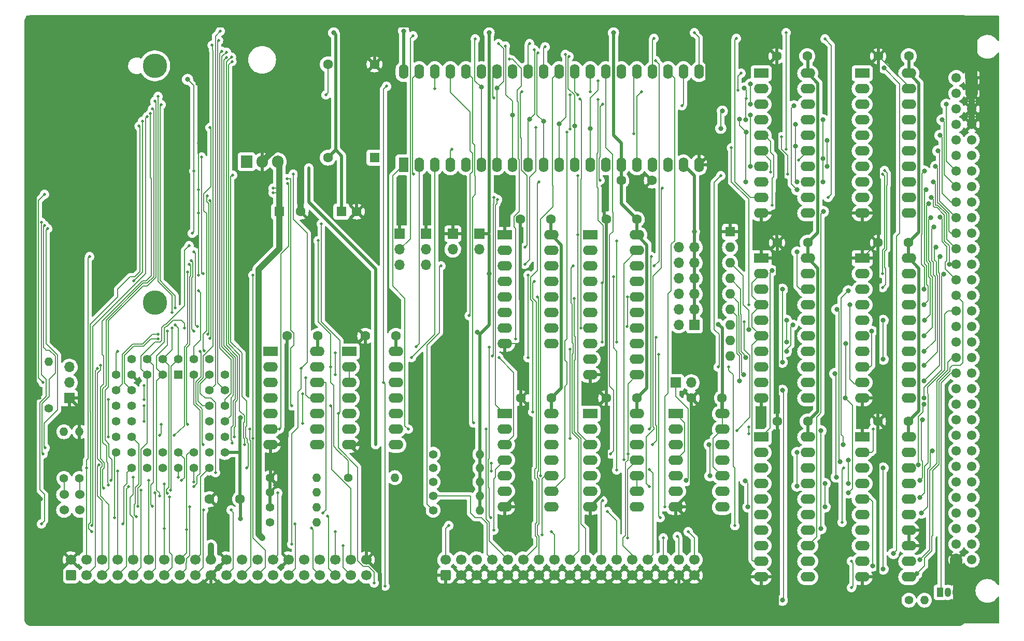
<source format=gbr>
%TF.GenerationSoftware,KiCad,Pcbnew,(6.0.4)*%
%TF.CreationDate,2022-10-24T21:41:38+02:00*%
%TF.ProjectId,Z80-IDE,5a38302d-4944-4452-9e6b-696361645f70,rev?*%
%TF.SameCoordinates,Original*%
%TF.FileFunction,Copper,L2,Bot*%
%TF.FilePolarity,Positive*%
%FSLAX46Y46*%
G04 Gerber Fmt 4.6, Leading zero omitted, Abs format (unit mm)*
G04 Created by KiCad (PCBNEW (6.0.4)) date 2022-10-24 21:41:38*
%MOMM*%
%LPD*%
G01*
G04 APERTURE LIST*
G04 Aperture macros list*
%AMRoundRect*
0 Rectangle with rounded corners*
0 $1 Rounding radius*
0 $2 $3 $4 $5 $6 $7 $8 $9 X,Y pos of 4 corners*
0 Add a 4 corners polygon primitive as box body*
4,1,4,$2,$3,$4,$5,$6,$7,$8,$9,$2,$3,0*
0 Add four circle primitives for the rounded corners*
1,1,$1+$1,$2,$3*
1,1,$1+$1,$4,$5*
1,1,$1+$1,$6,$7*
1,1,$1+$1,$8,$9*
0 Add four rect primitives between the rounded corners*
20,1,$1+$1,$2,$3,$4,$5,0*
20,1,$1+$1,$4,$5,$6,$7,0*
20,1,$1+$1,$6,$7,$8,$9,0*
20,1,$1+$1,$8,$9,$2,$3,0*%
G04 Aperture macros list end*
%TA.AperFunction,ComponentPad*%
%ADD10C,1.400000*%
%TD*%
%TA.AperFunction,ComponentPad*%
%ADD11O,1.400000X1.400000*%
%TD*%
%TA.AperFunction,ComponentPad*%
%ADD12R,1.050000X1.500000*%
%TD*%
%TA.AperFunction,ComponentPad*%
%ADD13O,1.050000X1.500000*%
%TD*%
%TA.AperFunction,ComponentPad*%
%ADD14C,1.600000*%
%TD*%
%TA.AperFunction,ComponentPad*%
%ADD15R,1.700000X1.700000*%
%TD*%
%TA.AperFunction,ComponentPad*%
%ADD16O,1.700000X1.700000*%
%TD*%
%TA.AperFunction,ComponentPad*%
%ADD17R,2.400000X1.600000*%
%TD*%
%TA.AperFunction,ComponentPad*%
%ADD18O,2.400000X1.600000*%
%TD*%
%TA.AperFunction,ComponentPad*%
%ADD19R,1.600000X1.600000*%
%TD*%
%TA.AperFunction,ComponentPad*%
%ADD20R,1.905000X2.000000*%
%TD*%
%TA.AperFunction,ComponentPad*%
%ADD21O,1.905000X2.000000*%
%TD*%
%TA.AperFunction,ComponentPad*%
%ADD22R,1.600000X2.400000*%
%TD*%
%TA.AperFunction,ComponentPad*%
%ADD23O,1.600000X2.400000*%
%TD*%
%TA.AperFunction,ComponentPad*%
%ADD24R,1.422400X1.422400*%
%TD*%
%TA.AperFunction,ComponentPad*%
%ADD25C,1.422400*%
%TD*%
%TA.AperFunction,ComponentPad*%
%ADD26RoundRect,0.249999X-0.525001X0.525001X-0.525001X-0.525001X0.525001X-0.525001X0.525001X0.525001X0*%
%TD*%
%TA.AperFunction,ComponentPad*%
%ADD27C,1.550000*%
%TD*%
%TA.AperFunction,ComponentPad*%
%ADD28O,1.600000X1.600000*%
%TD*%
%TA.AperFunction,ComponentPad*%
%ADD29RoundRect,0.250000X0.600000X-0.600000X0.600000X0.600000X-0.600000X0.600000X-0.600000X-0.600000X0*%
%TD*%
%TA.AperFunction,ComponentPad*%
%ADD30C,1.700000*%
%TD*%
%TA.AperFunction,ComponentPad*%
%ADD31C,3.990000*%
%TD*%
%TA.AperFunction,ComponentPad*%
%ADD32C,1.524000*%
%TD*%
%TA.AperFunction,ViaPad*%
%ADD33C,0.800000*%
%TD*%
%TA.AperFunction,ViaPad*%
%ADD34C,0.500000*%
%TD*%
%TA.AperFunction,Conductor*%
%ADD35C,0.152400*%
%TD*%
%TA.AperFunction,Conductor*%
%ADD36C,2.000000*%
%TD*%
%TA.AperFunction,Conductor*%
%ADD37C,0.500000*%
%TD*%
%TA.AperFunction,Conductor*%
%ADD38C,1.000000*%
%TD*%
G04 APERTURE END LIST*
D10*
%TO.P,R1,1*%
%TO.N,Net-(JP2-Pad2)*%
X214630000Y-134620000D03*
D11*
%TO.P,R1,2*%
%TO.N,Net-(Q1-Pad2)*%
X217170000Y-134620000D03*
%TD*%
D12*
%TO.P,Q1,1,C*%
%TO.N,/~{WAIT}*%
X219710000Y-133350000D03*
D13*
%TO.P,Q1,2,B*%
%TO.N,Net-(Q1-Pad2)*%
X220980000Y-133350000D03*
%TO.P,Q1,3,E*%
%TO.N,GND*%
X222250000Y-133350000D03*
%TD*%
D14*
%TO.P,C12,1*%
%TO.N,+5V*%
X156210000Y-101600000D03*
%TO.P,C12,2*%
%TO.N,GND*%
X151210000Y-101600000D03*
%TD*%
D10*
%TO.P,R4,1*%
%TO.N,Net-(LED1-Pad2a)*%
X76581000Y-114731800D03*
D11*
%TO.P,R4,2*%
%TO.N,FD_~{ACTIVITY}*%
X76581000Y-107111800D03*
%TD*%
D15*
%TO.P,JP6,1,A*%
%TO.N,GND*%
X135737600Y-74752200D03*
D16*
%TO.P,JP6,2,C*%
%TO.N,FDC_~{RDY}*%
X135737600Y-77292200D03*
%TO.P,JP6,3,B*%
%TO.N,FD_~{DC{slash}RDY}*%
X135737600Y-79832200D03*
%TD*%
D10*
%TO.P,R11,1*%
%TO.N,FD_~{TRK0}*%
X136906000Y-110769400D03*
D11*
%TO.P,R11,2*%
%TO.N,+5V*%
X144526000Y-110769400D03*
%TD*%
D17*
%TO.P,U12,1,E*%
%TO.N,GND*%
X148590000Y-74930000D03*
D18*
%TO.P,U12,2,A0*%
%TO.N,FDC_US1*%
X148590000Y-77470000D03*
%TO.P,U12,3,A1*%
%TO.N,FDC_US0*%
X148590000Y-80010000D03*
%TO.P,U12,4,O0*%
%TO.N,~{FD_DSA1}*%
X148590000Y-82550000D03*
%TO.P,U12,5,O1*%
%TO.N,~{FD_DSB1}*%
X148590000Y-85090000D03*
%TO.P,U12,6,O2*%
%TO.N,~{FD_DSA2}*%
X148590000Y-87630000D03*
%TO.P,U12,7,O3*%
%TO.N,~{FD_DSB2}*%
X148590000Y-90170000D03*
%TO.P,U12,8,GND*%
%TO.N,GND*%
X148590000Y-92710000D03*
%TO.P,U12,9*%
%TO.N,N/C*%
X156210000Y-92710000D03*
%TO.P,U12,10*%
X156210000Y-90170000D03*
%TO.P,U12,11*%
X156210000Y-87630000D03*
%TO.P,U12,12*%
X156210000Y-85090000D03*
%TO.P,U12,13*%
X156210000Y-82550000D03*
%TO.P,U12,14*%
X156210000Y-80010000D03*
%TO.P,U12,15*%
X156210000Y-77470000D03*
%TO.P,U12,16,VCC*%
%TO.N,+5V*%
X156210000Y-74930000D03*
%TD*%
D14*
%TO.P,C15,1*%
%TO.N,+5V*%
X170180000Y-72390000D03*
%TO.P,C15,2*%
%TO.N,GND*%
X165180000Y-72390000D03*
%TD*%
D19*
%TO.P,X1,1,NC*%
%TO.N,unconnected-(X1-Pad1)*%
X127330200Y-62306200D03*
D14*
%TO.P,X1,7,GND*%
%TO.N,GND*%
X127330200Y-47066200D03*
%TO.P,X1,8,OUT*%
%TO.N,Net-(U13-Pad22)*%
X119710200Y-47066200D03*
%TO.P,X1,14,Vcc*%
%TO.N,+5V*%
X119710200Y-62306200D03*
%TD*%
%TO.P,C4,1*%
%TO.N,+5V*%
X214575000Y-105415000D03*
%TO.P,C4,2*%
%TO.N,GND*%
X209575000Y-105415000D03*
%TD*%
D10*
%TO.P,R9,1*%
%TO.N,+5V*%
X74117200Y-103312200D03*
D11*
%TO.P,R9,2*%
%TO.N,Net-(JP5-Pad3)*%
X74117200Y-95692200D03*
%TD*%
D14*
%TO.P,C1,1*%
%TO.N,+5V*%
X198105000Y-76205000D03*
%TO.P,C1,2*%
%TO.N,GND*%
X193105000Y-76205000D03*
%TD*%
D17*
%TO.P,U6,1*%
%TO.N,/#RESET*%
X123190000Y-93980000D03*
D18*
%TO.P,U6,2*%
%TO.N,/~{#RESET}*%
X123190000Y-96520000D03*
%TO.P,U6,3*%
X123190000Y-99060000D03*
%TO.P,U6,4*%
%TO.N,FD_~{ACTIVITY}*%
X123190000Y-101600000D03*
%TO.P,U6,5*%
%TO.N,FD_MOTEA*%
X123190000Y-104140000D03*
%TO.P,U6,6*%
%TO.N,FD_MOTEB*%
X123190000Y-106680000D03*
%TO.P,U6,7,GND*%
%TO.N,GND*%
X123190000Y-109220000D03*
%TO.P,U6,8*%
%TO.N,N/C*%
X130810000Y-109220000D03*
%TO.P,U6,9*%
X130810000Y-106680000D03*
%TO.P,U6,10*%
X130810000Y-104140000D03*
%TO.P,U6,11*%
X130810000Y-101600000D03*
%TO.P,U6,12*%
X130810000Y-99060000D03*
%TO.P,U6,13*%
X130810000Y-96520000D03*
%TO.P,U6,14,VCC*%
%TO.N,+5V*%
X130810000Y-93980000D03*
%TD*%
D19*
%TO.P,C17,1*%
%TO.N,+5V*%
X121920000Y-71120000D03*
D14*
%TO.P,C17,2*%
%TO.N,GND*%
X124420000Y-71120000D03*
%TD*%
D17*
%TO.P,U5,1,A->B*%
%TO.N,GND*%
X206995000Y-107955000D03*
D18*
%TO.P,U5,2,A0*%
%TO.N,/~{#RD}*%
X206995000Y-110495000D03*
%TO.P,U5,3,A1*%
%TO.N,/~{#WR}*%
X206995000Y-113035000D03*
%TO.P,U5,4,A2*%
%TO.N,/#CLK_CPU*%
X206995000Y-115575000D03*
%TO.P,U5,5,A3*%
%TO.N,/~{#IOREQ}*%
X206995000Y-118115000D03*
%TO.P,U5,6,A4*%
%TO.N,unconnected-(U5-Pad6)*%
X206995000Y-120655000D03*
%TO.P,U5,7,A5*%
%TO.N,unconnected-(U5-Pad7)*%
X206995000Y-123195000D03*
%TO.P,U5,8,A6*%
%TO.N,/~{#M1}*%
X206995000Y-125735000D03*
%TO.P,U5,9,A7*%
%TO.N,/~{#RESET}*%
X206995000Y-128275000D03*
%TO.P,U5,10,GND*%
%TO.N,GND*%
X206995000Y-130815000D03*
%TO.P,U5,11,B7*%
%TO.N,/~{RESET}*%
X214615000Y-130815000D03*
%TO.P,U5,12,B6*%
%TO.N,/~{M1}*%
X214615000Y-128275000D03*
%TO.P,U5,13,B5*%
%TO.N,GND*%
X214615000Y-125735000D03*
%TO.P,U5,14,B4*%
X214615000Y-123195000D03*
%TO.P,U5,15,B3*%
%TO.N,/~{IOREQ}*%
X214615000Y-120655000D03*
%TO.P,U5,16,B2*%
%TO.N,/CLK_CPU*%
X214615000Y-118115000D03*
%TO.P,U5,17,B1*%
%TO.N,/~{WR}*%
X214615000Y-115575000D03*
%TO.P,U5,18,B0*%
%TO.N,/~{RD}*%
X214615000Y-113035000D03*
%TO.P,U5,19,CE*%
%TO.N,GND*%
X214615000Y-110495000D03*
%TO.P,U5,20,VCC*%
%TO.N,+5V*%
X214615000Y-107955000D03*
%TD*%
D20*
%TO.P,U15,1,IN*%
%TO.N,+12V*%
X106426000Y-62992000D03*
D21*
%TO.P,U15,2,GND*%
%TO.N,GND*%
X108966000Y-62992000D03*
%TO.P,U15,3,OUT*%
%TO.N,/IDE_VCC*%
X111506000Y-62992000D03*
%TD*%
D14*
%TO.P,C9,1*%
%TO.N,+5V*%
X118070000Y-91440000D03*
%TO.P,C9,2*%
%TO.N,GND*%
X113070000Y-91440000D03*
%TD*%
D17*
%TO.P,U9,1,~{Mr}*%
%TO.N,/~{#RESET}*%
X190485000Y-48524000D03*
D18*
%TO.P,U9,2,Q0*%
%TO.N,FDC_TC*%
X190485000Y-51064000D03*
%TO.P,U9,3,D0*%
%TO.N,/#D0*%
X190485000Y-53604000D03*
%TO.P,U9,4,D1*%
%TO.N,/#D1*%
X190485000Y-56144000D03*
%TO.P,U9,5,Q1*%
%TO.N,FD_MOTEA*%
X190485000Y-58684000D03*
%TO.P,U9,6,Q2*%
%TO.N,FD_MOTEB*%
X190485000Y-61224000D03*
%TO.P,U9,7,D2*%
%TO.N,/#D2*%
X190485000Y-63764000D03*
%TO.P,U9,8,D3*%
%TO.N,/#D3*%
X190485000Y-66304000D03*
%TO.P,U9,9,Q3*%
%TO.N,FDC_P2*%
X190485000Y-68844000D03*
%TO.P,U9,10,GND*%
%TO.N,GND*%
X190485000Y-71384000D03*
%TO.P,U9,11,Cp*%
%TO.N,CS_LATCH*%
X198105000Y-71384000D03*
%TO.P,U9,12,Q4*%
%TO.N,FDC_P1*%
X198105000Y-68844000D03*
%TO.P,U9,13,D4*%
%TO.N,/#D4*%
X198105000Y-66304000D03*
%TO.P,U9,14,D5*%
%TO.N,/#D5*%
X198105000Y-63764000D03*
%TO.P,U9,15,Q5*%
%TO.N,FDC_P0*%
X198105000Y-61224000D03*
%TO.P,U9,16,Q6*%
%TO.N,FD_DENSEEL*%
X198105000Y-58684000D03*
%TO.P,U9,17,D6*%
%TO.N,/#D6*%
X198105000Y-56144000D03*
%TO.P,U9,18,D7*%
%TO.N,/#D7*%
X198105000Y-53604000D03*
%TO.P,U9,19,Q7*%
%TO.N,Net-(U11-Pad1)*%
X198105000Y-51064000D03*
%TO.P,U9,20,VCC*%
%TO.N,+5V*%
X198105000Y-48524000D03*
%TD*%
D10*
%TO.P,R2,1*%
%TO.N,/~{ACTIVE}*%
X123037600Y-114604800D03*
D11*
%TO.P,R2,2*%
%TO.N,+5V*%
X130657600Y-114604800D03*
%TD*%
D14*
%TO.P,C6,1*%
%TO.N,+5V*%
X105370000Y-118110000D03*
%TO.P,C6,2*%
%TO.N,GND*%
X100370000Y-118110000D03*
%TD*%
D10*
%TO.P,R3,1*%
%TO.N,Net-(LED1-Pad1a)*%
X79095600Y-114731800D03*
D11*
%TO.P,R3,2*%
%TO.N,GND*%
X79095600Y-107111800D03*
%TD*%
D22*
%TO.P,U13,1,RST*%
%TO.N,FDC_RESET*%
X132080000Y-63500000D03*
D23*
%TO.P,U13,2,~{RD}*%
%TO.N,/~{#RD}*%
X134620000Y-63500000D03*
%TO.P,U13,3,~{WR}*%
%TO.N,/~{#WR}*%
X137160000Y-63500000D03*
%TO.P,U13,4,~{CS}*%
%TO.N,CS_FDC*%
X139700000Y-63500000D03*
%TO.P,U13,5,A0*%
%TO.N,/#A0*%
X142240000Y-63500000D03*
%TO.P,U13,6,DB0*%
%TO.N,/#D0*%
X144780000Y-63500000D03*
%TO.P,U13,7,DB1*%
%TO.N,/#D1*%
X147320000Y-63500000D03*
%TO.P,U13,8,DB2*%
%TO.N,/#D2*%
X149860000Y-63500000D03*
%TO.P,U13,9,DB3*%
%TO.N,/#D3*%
X152400000Y-63500000D03*
%TO.P,U13,10,DB4*%
%TO.N,/#D4*%
X154940000Y-63500000D03*
%TO.P,U13,11,DB5*%
%TO.N,/#D5*%
X157480000Y-63500000D03*
%TO.P,U13,12,DB6*%
%TO.N,/#D6*%
X160020000Y-63500000D03*
%TO.P,U13,13,DB7*%
%TO.N,/#D7*%
X162560000Y-63500000D03*
%TO.P,U13,14,DRQ*%
%TO.N,unconnected-(U13-Pad14)*%
X165100000Y-63500000D03*
%TO.P,U13,15,~{DACK}*%
%TO.N,+5V*%
X167640000Y-63500000D03*
%TO.P,U13,16,TC*%
%TO.N,FDC_TC*%
X170180000Y-63500000D03*
%TO.P,U13,17,IDX*%
%TO.N,FDC_INDEX*%
X172720000Y-63500000D03*
%TO.P,U13,18,INT*%
%TO.N,unconnected-(U13-Pad18)*%
X175260000Y-63500000D03*
%TO.P,U13,19,TEST*%
%TO.N,+5V*%
X177800000Y-63500000D03*
%TO.P,U13,20,GND*%
%TO.N,GND*%
X180340000Y-63500000D03*
%TO.P,U13,21,MINI*%
%TO.N,FDC_MINI*%
X180340000Y-48260000D03*
%TO.P,U13,22,CLK*%
%TO.N,Net-(U13-Pad22)*%
X177800000Y-48260000D03*
%TO.P,U13,23,~{DSKD}*%
%TO.N,FDC_~{DSKD}*%
X175260000Y-48260000D03*
%TO.P,U13,24,P0*%
%TO.N,FDC_P2*%
X172720000Y-48260000D03*
%TO.P,U13,25,WE*%
%TO.N,FDC_WE*%
X170180000Y-48260000D03*
%TO.P,U13,26,MFM*%
%TO.N,unconnected-(U13-Pad26)*%
X167640000Y-48260000D03*
%TO.P,U13,27,HD*%
%TO.N,FDC_HD*%
X165100000Y-48260000D03*
%TO.P,U13,28,US1*%
%TO.N,FDC_US1*%
X162560000Y-48260000D03*
%TO.P,U13,29,US0*%
%TO.N,FDC_US0*%
X160020000Y-48260000D03*
%TO.P,U13,30,WDOUT*%
%TO.N,FDC_WDOUT*%
X157480000Y-48260000D03*
%TO.P,U13,31,P1*%
%TO.N,FDC_P1*%
X154940000Y-48260000D03*
%TO.P,U13,32,P2*%
%TO.N,FDC_P0*%
X152400000Y-48260000D03*
%TO.P,U13,33,FLT/TR0*%
%TO.N,FDC_FLT{slash}TR0*%
X149860000Y-48260000D03*
%TO.P,U13,34,WP/TS*%
%TO.N,FDC_WP{slash}TS*%
X147320000Y-48260000D03*
%TO.P,U13,35,RDY*%
%TO.N,FDC_RDY*%
X144780000Y-48260000D03*
%TO.P,U13,36,HDL*%
%TO.N,FDC_HDL*%
X142240000Y-48260000D03*
%TO.P,U13,37,FR/STEP*%
%TO.N,FDC_FR{slash}STEP*%
X139700000Y-48260000D03*
%TO.P,U13,38,LCT/DIR*%
%TO.N,FDC_LCT{slash}DIR*%
X137160000Y-48260000D03*
%TO.P,U13,39,~{RW}/SEEK*%
%TO.N,FDC_~{RW}{slash}SEEK*%
X134620000Y-48260000D03*
%TO.P,U13,40,VCC*%
%TO.N,+5V*%
X132080000Y-48260000D03*
%TD*%
D15*
%TO.P,JP4,1,A*%
%TO.N,GND*%
X140106400Y-74752200D03*
D16*
%TO.P,JP4,2,B*%
%TO.N,FDC_~{TS}*%
X140106400Y-77292200D03*
%TD*%
D10*
%TO.P,R12,1*%
%TO.N,FD_~{WRTPRO}*%
X136906000Y-113030000D03*
D11*
%TO.P,R12,2*%
%TO.N,+5V*%
X144526000Y-113030000D03*
%TD*%
D14*
%TO.P,C8,1*%
%TO.N,+5V*%
X198025000Y-45725000D03*
%TO.P,C8,2*%
%TO.N,GND*%
X193025000Y-45725000D03*
%TD*%
D24*
%TO.P,U7,1,NC*%
%TO.N,unconnected-(U7-Pad1)*%
X95250000Y-97790000D03*
D25*
%TO.P,U7,2,PA3*%
%TO.N,/PA3*%
X92710000Y-95250000D03*
%TO.P,U7,3,PA2*%
%TO.N,/PA2*%
X92710000Y-97790000D03*
%TO.P,U7,4,PA1*%
%TO.N,/PA1*%
X90170000Y-95250000D03*
%TO.P,U7,5,PA0*%
%TO.N,/PA0*%
X90170000Y-97790000D03*
%TO.P,U7,6,~{RD}*%
%TO.N,/~{#RD}*%
X87630000Y-95250000D03*
%TO.P,U7,7,~{CS}*%
%TO.N,CS_IDE*%
X85090000Y-97790000D03*
%TO.P,U7,8,GND*%
%TO.N,GND*%
X87630000Y-97790000D03*
%TO.P,U7,9,A1*%
%TO.N,/#A1*%
X85090000Y-100330000D03*
%TO.P,U7,10,A0*%
%TO.N,/#A0*%
X87630000Y-100330000D03*
%TO.P,U7,11,PC7*%
%TO.N,/PC7*%
X85090000Y-102870000D03*
%TO.P,U7,12,NC*%
%TO.N,unconnected-(U7-Pad12)*%
X87630000Y-102870000D03*
%TO.P,U7,13,PC6*%
%TO.N,/PC6*%
X85090000Y-105410000D03*
%TO.P,U7,14,PC5*%
%TO.N,/PC5*%
X87630000Y-105410000D03*
%TO.P,U7,15,PC4*%
%TO.N,/PC4*%
X85090000Y-107950000D03*
%TO.P,U7,16,PC0*%
%TO.N,/PC0*%
X87630000Y-107950000D03*
%TO.P,U7,17,PC1*%
%TO.N,/PC1*%
X85090000Y-110490000D03*
%TO.P,U7,18,PC2*%
%TO.N,/PC2*%
X87630000Y-113030000D03*
%TO.P,U7,19,PC3*%
%TO.N,/PC3*%
X87630000Y-110490000D03*
%TO.P,U7,20,PB0*%
%TO.N,/PB0*%
X90170000Y-113030000D03*
%TO.P,U7,21,PB1*%
%TO.N,/PB1*%
X90170000Y-110490000D03*
%TO.P,U7,22,PB2*%
%TO.N,/PB2*%
X92710000Y-113030000D03*
%TO.P,U7,23,NC*%
%TO.N,unconnected-(U7-Pad23)*%
X92710000Y-110490000D03*
%TO.P,U7,24,PB3*%
%TO.N,/PB3*%
X95250000Y-113030000D03*
%TO.P,U7,25,PB4*%
%TO.N,/PB4*%
X95250000Y-110490000D03*
%TO.P,U7,26,PB5*%
%TO.N,/PB5*%
X97790000Y-113030000D03*
%TO.P,U7,27,PB6*%
%TO.N,/PB6*%
X97790000Y-110490000D03*
%TO.P,U7,28,PB7*%
%TO.N,/PB7*%
X100330000Y-113030000D03*
%TO.P,U7,29,VCC*%
%TO.N,+5V*%
X102870000Y-110490000D03*
%TO.P,U7,30,D7*%
%TO.N,/#D7*%
X100330000Y-110490000D03*
%TO.P,U7,31,D6*%
%TO.N,/#D6*%
X102870000Y-107950000D03*
%TO.P,U7,32,D5*%
%TO.N,/#D5*%
X100330000Y-107950000D03*
%TO.P,U7,33,D4*%
%TO.N,/#D4*%
X102870000Y-105410000D03*
%TO.P,U7,34,NC*%
%TO.N,unconnected-(U7-Pad34)*%
X100330000Y-105410000D03*
%TO.P,U7,35,D3*%
%TO.N,/#D3*%
X102870000Y-102870000D03*
%TO.P,U7,36,D2*%
%TO.N,/#D2*%
X100330000Y-102870000D03*
%TO.P,U7,37,D1*%
%TO.N,/#D1*%
X102870000Y-100330000D03*
%TO.P,U7,38,D0*%
%TO.N,/#D0*%
X100330000Y-100330000D03*
%TO.P,U7,39,RESET*%
%TO.N,/#RESET*%
X102870000Y-97790000D03*
%TO.P,U7,40,~{WR}*%
%TO.N,/~{#WR}*%
X100330000Y-95250000D03*
%TO.P,U7,41,PA7*%
%TO.N,/PA7*%
X100330000Y-97790000D03*
%TO.P,U7,42,PA6*%
%TO.N,/PA6*%
X97790000Y-95250000D03*
%TO.P,U7,43,PA5*%
%TO.N,/PA5*%
X97790000Y-97790000D03*
%TO.P,U7,44,PA4*%
%TO.N,/PA4*%
X95250000Y-95250000D03*
%TD*%
D17*
%TO.P,U4,1,A->B*%
%TO.N,GND*%
X206995000Y-78745000D03*
D18*
%TO.P,U4,2,A0*%
%TO.N,/#A0*%
X206995000Y-81285000D03*
%TO.P,U4,3,A1*%
%TO.N,/#A1*%
X206995000Y-83825000D03*
%TO.P,U4,4,A2*%
%TO.N,/#A2*%
X206995000Y-86365000D03*
%TO.P,U4,5,A3*%
%TO.N,/#A3*%
X206995000Y-88905000D03*
%TO.P,U4,6,A4*%
%TO.N,/#A4*%
X206995000Y-91445000D03*
%TO.P,U4,7,A5*%
%TO.N,/#A5*%
X206995000Y-93985000D03*
%TO.P,U4,8,A6*%
%TO.N,/#A6*%
X206995000Y-96525000D03*
%TO.P,U4,9,A7*%
%TO.N,/#A7*%
X206995000Y-99065000D03*
%TO.P,U4,10,GND*%
%TO.N,GND*%
X206995000Y-101605000D03*
%TO.P,U4,11,B7*%
%TO.N,/A7*%
X214615000Y-101605000D03*
%TO.P,U4,12,B6*%
%TO.N,/A6*%
X214615000Y-99065000D03*
%TO.P,U4,13,B5*%
%TO.N,/A5*%
X214615000Y-96525000D03*
%TO.P,U4,14,B4*%
%TO.N,/A4*%
X214615000Y-93985000D03*
%TO.P,U4,15,B3*%
%TO.N,/A3*%
X214615000Y-91445000D03*
%TO.P,U4,16,B2*%
%TO.N,/A2*%
X214615000Y-88905000D03*
%TO.P,U4,17,B1*%
%TO.N,/A1*%
X214615000Y-86365000D03*
%TO.P,U4,18,B0*%
%TO.N,/A0*%
X214615000Y-83825000D03*
%TO.P,U4,19,CE*%
%TO.N,GND*%
X214615000Y-81285000D03*
%TO.P,U4,20,VCC*%
%TO.N,+5V*%
X214615000Y-78745000D03*
%TD*%
D14*
%TO.P,C10,1*%
%TO.N,+5V*%
X170180000Y-101600000D03*
%TO.P,C10,2*%
%TO.N,GND*%
X165180000Y-101600000D03*
%TD*%
D15*
%TO.P,JP1,1,Pin_1*%
%TO.N,+5V*%
X179583000Y-89662000D03*
D16*
%TO.P,JP1,2,Pin_2*%
%TO.N,unconnected-(JP1-Pad2)*%
X177043000Y-89662000D03*
%TO.P,JP1,3,Pin_3*%
%TO.N,+5V*%
X179583000Y-87122000D03*
%TO.P,JP1,4,Pin_4*%
%TO.N,Net-(JP1-Pad4)*%
X177043000Y-87122000D03*
%TO.P,JP1,5,Pin_5*%
%TO.N,+5V*%
X179583000Y-84582000D03*
%TO.P,JP1,6,Pin_6*%
%TO.N,Net-(JP1-Pad6)*%
X177043000Y-84582000D03*
%TO.P,JP1,7,Pin_7*%
%TO.N,+5V*%
X179583000Y-82042000D03*
%TO.P,JP1,8,Pin_8*%
%TO.N,Net-(JP1-Pad8)*%
X177043000Y-82042000D03*
%TO.P,JP1,9,Pin_9*%
%TO.N,+5V*%
X179583000Y-79502000D03*
%TO.P,JP1,10,Pin_10*%
%TO.N,Net-(JP1-Pad10)*%
X177043000Y-79502000D03*
%TO.P,JP1,11,Pin_11*%
%TO.N,+5V*%
X179583000Y-76962000D03*
%TO.P,JP1,12,Pin_12*%
%TO.N,Net-(JP1-Pad12)*%
X177043000Y-76962000D03*
%TD*%
D17*
%TO.P,U11,1*%
%TO.N,Net-(U11-Pad1)*%
X162570000Y-104135000D03*
D18*
%TO.P,U11,2*%
%TO.N,FDC_RESET*%
X162570000Y-106675000D03*
%TO.P,U11,3*%
%TO.N,FDC_~{RW}{slash}SEEK*%
X162570000Y-109215000D03*
%TO.P,U11,4*%
%TO.N,FDC_RW{slash}~{SEEK}*%
X162570000Y-111755000D03*
%TO.P,U11,5*%
%TO.N,FD_~{INDEX}*%
X162570000Y-114295000D03*
%TO.P,U11,6*%
%TO.N,FDC_INDEX*%
X162570000Y-116835000D03*
%TO.P,U11,7,GND*%
%TO.N,GND*%
X162570000Y-119375000D03*
%TO.P,U11,8*%
%TO.N,FDC_~{DSKD}*%
X170190000Y-119375000D03*
%TO.P,U11,9*%
%TO.N,Net-(U11-Pad10)*%
X170190000Y-116835000D03*
%TO.P,U11,10*%
X170190000Y-114295000D03*
%TO.P,U11,11*%
%TO.N,FD_~{RDATA}*%
X170190000Y-111755000D03*
%TO.P,U11,12*%
%TO.N,FDC_RDY*%
X170190000Y-109215000D03*
%TO.P,U11,13*%
%TO.N,FDC_~{RDY}*%
X170190000Y-106675000D03*
%TO.P,U11,14,VCC*%
%TO.N,+5V*%
X170190000Y-104135000D03*
%TD*%
D17*
%TO.P,U2,1,G*%
%TO.N,GND*%
X190485000Y-78745000D03*
D18*
%TO.P,U2,2,P0*%
%TO.N,/~{#IOREQ}*%
X190485000Y-81285000D03*
%TO.P,U2,3,R0*%
%TO.N,Net-(RN1-Pad9)*%
X190485000Y-83825000D03*
%TO.P,U2,4,P1*%
%TO.N,/~{#IOREQ}*%
X190485000Y-86365000D03*
%TO.P,U2,5,R1*%
%TO.N,Net-(RN1-Pad8)*%
X190485000Y-88905000D03*
%TO.P,U2,6,P2*%
%TO.N,/~{#IOREQ}*%
X190485000Y-91445000D03*
%TO.P,U2,7,R2*%
%TO.N,Net-(RN1-Pad7)*%
X190485000Y-93985000D03*
%TO.P,U2,8,P3*%
%TO.N,/#A3*%
X190485000Y-96525000D03*
%TO.P,U2,9,R3*%
%TO.N,Net-(JP1-Pad4)*%
X190485000Y-99065000D03*
%TO.P,U2,10,GND*%
%TO.N,GND*%
X190485000Y-101605000D03*
%TO.P,U2,11,P4*%
%TO.N,/#A4*%
X198105000Y-101605000D03*
%TO.P,U2,12,R4*%
%TO.N,Net-(JP1-Pad6)*%
X198105000Y-99065000D03*
%TO.P,U2,13,P5*%
%TO.N,/#A5*%
X198105000Y-96525000D03*
%TO.P,U2,14,R5*%
%TO.N,Net-(JP1-Pad8)*%
X198105000Y-93985000D03*
%TO.P,U2,15,P6*%
%TO.N,/#A6*%
X198105000Y-91445000D03*
%TO.P,U2,16,R6*%
%TO.N,Net-(JP1-Pad10)*%
X198105000Y-88905000D03*
%TO.P,U2,17,P7*%
%TO.N,/#A7*%
X198105000Y-86365000D03*
%TO.P,U2,18,R7*%
%TO.N,Net-(JP1-Pad12)*%
X198105000Y-83825000D03*
%TO.P,U2,19,P=R*%
%TO.N,Net-(U2-Pad19)*%
X198105000Y-81285000D03*
%TO.P,U2,20,VCC*%
%TO.N,+5V*%
X198105000Y-78745000D03*
%TD*%
D10*
%TO.P,R10,1*%
%TO.N,FD_~{INDEX}*%
X136906000Y-117602000D03*
D11*
%TO.P,R10,2*%
%TO.N,+5V*%
X144526000Y-117602000D03*
%TD*%
D15*
%TO.P,JP2,1,A*%
%TO.N,Net-(JP2-Pad1)*%
X176530000Y-99060000D03*
D16*
%TO.P,JP2,2,B*%
%TO.N,Net-(JP2-Pad2)*%
X179070000Y-99060000D03*
%TD*%
D17*
%TO.P,U10,1*%
%TO.N,/PC3*%
X110306800Y-93980000D03*
D18*
%TO.P,U10,2*%
%TO.N,/~{DCS0}*%
X110306800Y-96520000D03*
%TO.P,U10,3*%
%TO.N,/PC4*%
X110306800Y-99060000D03*
%TO.P,U10,4*%
%TO.N,/~{DCS1}*%
X110306800Y-101600000D03*
%TO.P,U10,5*%
%TO.N,/PC5*%
X110306800Y-104140000D03*
%TO.P,U10,6*%
%TO.N,/~{DIOW}*%
X110306800Y-106680000D03*
%TO.P,U10,7,GND*%
%TO.N,GND*%
X110306800Y-109220000D03*
%TO.P,U10,8*%
%TO.N,/~{DIOR}*%
X117926800Y-109220000D03*
%TO.P,U10,9*%
%TO.N,/PC6*%
X117926800Y-106680000D03*
%TO.P,U10,10*%
%TO.N,/~{DRESET}*%
X117926800Y-104140000D03*
%TO.P,U10,11*%
%TO.N,/PC7*%
X117926800Y-101600000D03*
%TO.P,U10,12*%
%TO.N,Net-(LED1-Pad1b)*%
X117926800Y-99060000D03*
%TO.P,U10,13*%
%TO.N,/~{ACTIVE}*%
X117926800Y-96520000D03*
%TO.P,U10,14,VCC*%
%TO.N,+5V*%
X117926800Y-93980000D03*
%TD*%
D26*
%TO.P,J1,a1,Pin_a1*%
%TO.N,GND*%
X224911000Y-49276000D03*
D27*
%TO.P,J1,a2,Pin_a2*%
X224911000Y-51816000D03*
%TO.P,J1,a3,Pin_a3*%
X224911000Y-54356000D03*
%TO.P,J1,a4,Pin_a4*%
X224911000Y-56896000D03*
%TO.P,J1,a5,Pin_a5*%
%TO.N,/MEMAQ*%
X224911000Y-59436000D03*
%TO.P,J1,a6,Pin_a6*%
%TO.N,/~{INT3}*%
X224911000Y-61976000D03*
%TO.P,J1,a7,Pin_a7*%
%TO.N,/A0*%
X224911000Y-64516000D03*
%TO.P,J1,a8,Pin_a8*%
%TO.N,/A1*%
X224911000Y-67056000D03*
%TO.P,J1,a9,Pin_a9*%
%TO.N,/A2*%
X224911000Y-69596000D03*
%TO.P,J1,a10,Pin_a10*%
%TO.N,/A3*%
X224911000Y-72136000D03*
%TO.P,J1,a11,Pin_a11*%
%TO.N,/A4*%
X224911000Y-74676000D03*
%TO.P,J1,a12,Pin_a12*%
%TO.N,/A5*%
X224911000Y-77216000D03*
%TO.P,J1,a13,Pin_a13*%
%TO.N,/A6*%
X224911000Y-79756000D03*
%TO.P,J1,a14,Pin_a14*%
%TO.N,/A7*%
X224911000Y-82296000D03*
%TO.P,J1,a15,Pin_a15*%
%TO.N,/A8*%
X224911000Y-84836000D03*
%TO.P,J1,a16,Pin_a16*%
%TO.N,/A9*%
X224911000Y-87376000D03*
%TO.P,J1,a17,Pin_a17*%
%TO.N,/A10*%
X224911000Y-89916000D03*
%TO.P,J1,a18,Pin_a18*%
%TO.N,/A11*%
X224911000Y-92456000D03*
%TO.P,J1,a19,Pin_a19*%
%TO.N,/A12*%
X224911000Y-94996000D03*
%TO.P,J1,a20,Pin_a20*%
%TO.N,/A13*%
X224911000Y-97536000D03*
%TO.P,J1,a21,Pin_a21*%
%TO.N,/A14*%
X224911000Y-100076000D03*
%TO.P,J1,a22,Pin_a22*%
%TO.N,/A15*%
X224911000Y-102616000D03*
%TO.P,J1,a23,Pin_a23*%
%TO.N,/~{BUSREQ}*%
X224911000Y-105156000D03*
%TO.P,J1,a24,Pin_a24*%
%TO.N,/~{BUSACK}*%
X224911000Y-107696000D03*
%TO.P,J1,a25,Pin_a25*%
%TO.N,/A16*%
X224911000Y-110236000D03*
%TO.P,J1,a26,Pin_a26*%
%TO.N,/A17*%
X224911000Y-112776000D03*
%TO.P,J1,a27,Pin_a27*%
%TO.N,/A18*%
X224911000Y-115316000D03*
%TO.P,J1,a28,Pin_a28*%
%TO.N,/A19*%
X224911000Y-117856000D03*
%TO.P,J1,a29,Pin_a29*%
%TO.N,/A20*%
X224911000Y-120396000D03*
%TO.P,J1,a30,Pin_a30*%
%TO.N,/A21*%
X224911000Y-122936000D03*
%TO.P,J1,a31,Pin_a31*%
%TO.N,/A22{slash}SCL*%
X224911000Y-125476000D03*
%TO.P,J1,a32,Pin_a32*%
%TO.N,/A23{slash}SDA*%
X224911000Y-128016000D03*
%TO.P,J1,b1,Pin_b1*%
%TO.N,+5V*%
X222371000Y-49276000D03*
%TO.P,J1,b2,Pin_b2*%
X222371000Y-51816000D03*
%TO.P,J1,b3,Pin_b3*%
X222371000Y-54356000D03*
%TO.P,J1,b4,Pin_b4*%
%TO.N,/~{INT0}*%
X222371000Y-56896000D03*
%TO.P,J1,b5,Pin_b5*%
%TO.N,/~{INT1}*%
X222371000Y-59436000D03*
%TO.P,J1,b6,Pin_b6*%
%TO.N,/~{INT2}*%
X222371000Y-61976000D03*
%TO.P,J1,b7,Pin_b7*%
%TO.N,/D0*%
X222371000Y-64516000D03*
%TO.P,J1,b8,Pin_b8*%
%TO.N,/D1*%
X222371000Y-67056000D03*
%TO.P,J1,b9,Pin_b9*%
%TO.N,/D2*%
X222371000Y-69596000D03*
%TO.P,J1,b10,Pin_b10*%
%TO.N,/D3*%
X222371000Y-72136000D03*
%TO.P,J1,b11,Pin_b11*%
%TO.N,/D4*%
X222371000Y-74676000D03*
%TO.P,J1,b12,Pin_b12*%
%TO.N,/D5*%
X222371000Y-77216000D03*
%TO.P,J1,b13,Pin_b13*%
%TO.N,/D6*%
X222371000Y-79756000D03*
%TO.P,J1,b14,Pin_b14*%
%TO.N,/D7*%
X222371000Y-82296000D03*
%TO.P,J1,b15,Pin_b15*%
%TO.N,/~{RESET}*%
X222371000Y-84836000D03*
%TO.P,J1,b16,Pin_b16*%
%TO.N,/CLK_CPU*%
X222371000Y-87376000D03*
%TO.P,J1,b17,Pin_b17*%
%TO.N,/~{INT}*%
X222371000Y-89916000D03*
%TO.P,J1,b18,Pin_b18*%
%TO.N,/~{NMI}*%
X222371000Y-92456000D03*
%TO.P,J1,b19,Pin_b19*%
%TO.N,/~{M1}*%
X222371000Y-94996000D03*
%TO.P,J1,b20,Pin_b20*%
%TO.N,/~{WAIT}*%
X222371000Y-97536000D03*
%TO.P,J1,b21,Pin_b21*%
%TO.N,/~{HALT}*%
X222371000Y-100076000D03*
%TO.P,J1,b22,Pin_b22*%
%TO.N,/~{RD}*%
X222371000Y-102616000D03*
%TO.P,J1,b23,Pin_b23*%
%TO.N,/~{WR}*%
X222371000Y-105156000D03*
%TO.P,J1,b24,Pin_b24*%
%TO.N,/~{MREQ}*%
X222371000Y-107696000D03*
%TO.P,J1,b25,Pin_b25*%
%TO.N,/~{IOREQ}*%
X222371000Y-110236000D03*
%TO.P,J1,b26,Pin_b26*%
%TO.N,unconnected-(J1-Padb26)*%
X222371000Y-112776000D03*
%TO.P,J1,b27,Pin_b27*%
%TO.N,unconnected-(J1-Padb27)*%
X222371000Y-115316000D03*
%TO.P,J1,b28,Pin_b28*%
%TO.N,+12V*%
X222371000Y-117856000D03*
%TO.P,J1,b29,Pin_b29*%
%TO.N,-12V*%
X222371000Y-120396000D03*
%TO.P,J1,b30,Pin_b30*%
%TO.N,-5V*%
X222371000Y-122936000D03*
%TO.P,J1,b31,Pin_b31*%
%TO.N,+3V3*%
X222371000Y-125476000D03*
%TO.P,J1,b32,Pin_b32*%
%TO.N,GND*%
X222371000Y-128016000D03*
%TD*%
D19*
%TO.P,RN1,1,common*%
%TO.N,GND*%
X185420000Y-74422000D03*
D28*
%TO.P,RN1,2,R1*%
%TO.N,Net-(JP1-Pad12)*%
X185420000Y-76962000D03*
%TO.P,RN1,3,R2*%
%TO.N,Net-(JP1-Pad10)*%
X185420000Y-79502000D03*
%TO.P,RN1,4,R3*%
%TO.N,Net-(JP1-Pad8)*%
X185420000Y-82042000D03*
%TO.P,RN1,5,R4*%
%TO.N,Net-(JP1-Pad6)*%
X185420000Y-84582000D03*
%TO.P,RN1,6,R5*%
%TO.N,Net-(JP1-Pad4)*%
X185420000Y-87122000D03*
%TO.P,RN1,7,R6*%
%TO.N,Net-(RN1-Pad7)*%
X185420000Y-89662000D03*
%TO.P,RN1,8,R7*%
%TO.N,Net-(RN1-Pad8)*%
X185420000Y-92202000D03*
%TO.P,RN1,9,R8*%
%TO.N,Net-(RN1-Pad9)*%
X185420000Y-94742000D03*
%TD*%
D14*
%TO.P,C5,1*%
%TO.N,+5V*%
X130810000Y-91440000D03*
%TO.P,C5,2*%
%TO.N,GND*%
X125810000Y-91440000D03*
%TD*%
D10*
%TO.P,R8,1*%
%TO.N,GND*%
X110261400Y-119456200D03*
D11*
%TO.P,R8,2*%
%TO.N,/DMARQ*%
X117881400Y-119456200D03*
%TD*%
D15*
%TO.P,JP5,1,A*%
%TO.N,GND*%
X77470000Y-101600000D03*
D16*
%TO.P,JP5,2,C*%
%TO.N,Net-(CON1-Pad39)*%
X77470000Y-99060000D03*
%TO.P,JP5,3,B*%
%TO.N,Net-(JP5-Pad3)*%
X77470000Y-96520000D03*
%TD*%
D14*
%TO.P,C3,1*%
%TO.N,+5V*%
X214575000Y-76205000D03*
%TO.P,C3,2*%
%TO.N,GND*%
X209575000Y-76205000D03*
%TD*%
D29*
%TO.P,J2,1,Pin_1*%
%TO.N,/~{DRESET}*%
X77724000Y-130546500D03*
D30*
%TO.P,J2,2,Pin_2*%
%TO.N,GND*%
X77724000Y-128006500D03*
%TO.P,J2,3,Pin_3*%
%TO.N,/PA7*%
X80264000Y-130546500D03*
%TO.P,J2,4,Pin_4*%
%TO.N,/PB0*%
X80264000Y-128006500D03*
%TO.P,J2,5,Pin_5*%
%TO.N,/PA6*%
X82804000Y-130546500D03*
%TO.P,J2,6,Pin_6*%
%TO.N,/PB1*%
X82804000Y-128006500D03*
%TO.P,J2,7,Pin_7*%
%TO.N,/PA5*%
X85344000Y-130546500D03*
%TO.P,J2,8,Pin_8*%
%TO.N,/PB2*%
X85344000Y-128006500D03*
%TO.P,J2,9,Pin_9*%
%TO.N,/PA4*%
X87884000Y-130546500D03*
%TO.P,J2,10,Pin_10*%
%TO.N,/PB3*%
X87884000Y-128006500D03*
%TO.P,J2,11,Pin_11*%
%TO.N,/PA3*%
X90424000Y-130546500D03*
%TO.P,J2,12,Pin_12*%
%TO.N,/PB4*%
X90424000Y-128006500D03*
%TO.P,J2,13,Pin_13*%
%TO.N,/PA2*%
X92964000Y-130546500D03*
%TO.P,J2,14,Pin_14*%
%TO.N,/PB5*%
X92964000Y-128006500D03*
%TO.P,J2,15,Pin_15*%
%TO.N,/PA1*%
X95504000Y-130546500D03*
%TO.P,J2,16,Pin_16*%
%TO.N,/PB6*%
X95504000Y-128006500D03*
%TO.P,J2,17,Pin_17*%
%TO.N,/PA0*%
X98044000Y-130546500D03*
%TO.P,J2,18,Pin_18*%
%TO.N,/PB7*%
X98044000Y-128006500D03*
%TO.P,J2,19,Pin_19*%
%TO.N,GND*%
X100584000Y-130546500D03*
%TO.P,J2,20,Pin_20*%
%TO.N,/IDE_VCC*%
X100584000Y-128006500D03*
%TO.P,J2,21,Pin_21*%
%TO.N,/DMARQ*%
X103124000Y-130546500D03*
%TO.P,J2,22,Pin_22*%
%TO.N,GND*%
X103124000Y-128006500D03*
%TO.P,J2,23,Pin_23*%
%TO.N,/~{DIOW}*%
X105664000Y-130546500D03*
%TO.P,J2,24,Pin_24*%
%TO.N,GND*%
X105664000Y-128006500D03*
%TO.P,J2,25,Pin_25*%
%TO.N,/~{DIOR}*%
X108204000Y-130546500D03*
%TO.P,J2,26,Pin_26*%
%TO.N,GND*%
X108204000Y-128006500D03*
%TO.P,J2,27,Pin_27*%
%TO.N,unconnected-(J2-Pad27)*%
X110744000Y-130546500D03*
%TO.P,J2,28,Pin_28*%
%TO.N,/CSEL*%
X110744000Y-128006500D03*
%TO.P,J2,29,Pin_29*%
%TO.N,/DMACK*%
X113284000Y-130546500D03*
%TO.P,J2,30,Pin_30*%
%TO.N,GND*%
X113284000Y-128006500D03*
%TO.P,J2,31,Pin_31*%
%TO.N,unconnected-(J2-Pad31)*%
X115824000Y-130546500D03*
%TO.P,J2,32,Pin_32*%
%TO.N,unconnected-(J2-Pad32)*%
X115824000Y-128006500D03*
%TO.P,J2,33,Pin_33*%
%TO.N,/PC1*%
X118364000Y-130546500D03*
%TO.P,J2,34,Pin_34*%
%TO.N,unconnected-(J2-Pad34)*%
X118364000Y-128006500D03*
%TO.P,J2,35,Pin_35*%
%TO.N,/PC0*%
X120904000Y-130546500D03*
%TO.P,J2,36,Pin_36*%
%TO.N,/PC2*%
X120904000Y-128006500D03*
%TO.P,J2,37,Pin_37*%
%TO.N,/~{DCS0}*%
X123444000Y-130546500D03*
%TO.P,J2,38,Pin_38*%
%TO.N,/~{DCS1}*%
X123444000Y-128006500D03*
%TO.P,J2,39,Pin_39*%
%TO.N,/~{ACTIVE}*%
X125984000Y-130546500D03*
%TO.P,J2,40,Pin_40*%
%TO.N,GND*%
X125984000Y-128006500D03*
%TD*%
D10*
%TO.P,R7,1*%
%TO.N,GND*%
X110261400Y-117017400D03*
D11*
%TO.P,R7,2*%
%TO.N,/CSEL*%
X117881400Y-117017400D03*
%TD*%
D14*
%TO.P,C13,1*%
%TO.N,+5V*%
X167640000Y-66040000D03*
%TO.P,C13,2*%
%TO.N,GND*%
X172640000Y-66040000D03*
%TD*%
D19*
%TO.P,C16,1*%
%TO.N,/IDE_VCC*%
X111760000Y-71120000D03*
D14*
%TO.P,C16,2*%
%TO.N,GND*%
X115260000Y-71120000D03*
%TD*%
D15*
%TO.P,JP7,1,A*%
%TO.N,GND*%
X131419600Y-74752200D03*
D16*
%TO.P,JP7,2,C*%
%TO.N,FDC_MINI*%
X131419600Y-77292200D03*
%TO.P,JP7,3,B*%
%TO.N,+5V*%
X131419600Y-79832200D03*
%TD*%
D17*
%TO.P,U1,1,~{R}*%
%TO.N,+5V*%
X176530000Y-104140000D03*
D18*
%TO.P,U1,2,D*%
%TO.N,CS_FDC*%
X176530000Y-106680000D03*
%TO.P,U1,3,C*%
%TO.N,/#CLK_CPU*%
X176530000Y-109220000D03*
%TO.P,U1,4,~{S}*%
%TO.N,+5V*%
X176530000Y-111760000D03*
%TO.P,U1,5,Q*%
%TO.N,Net-(U1-Pad12)*%
X176530000Y-114300000D03*
%TO.P,U1,6,~{Q}*%
%TO.N,Net-(U1-Pad6)*%
X176530000Y-116840000D03*
%TO.P,U1,7,GND*%
%TO.N,GND*%
X176530000Y-119380000D03*
%TO.P,U1,8,~{Q}*%
%TO.N,unconnected-(U1-Pad8)*%
X184150000Y-119380000D03*
%TO.P,U1,9,Q*%
%TO.N,Net-(U1-Pad9)*%
X184150000Y-116840000D03*
%TO.P,U1,10,~{S}*%
%TO.N,+5V*%
X184150000Y-114300000D03*
%TO.P,U1,11,C*%
%TO.N,/#CLK_CPU*%
X184150000Y-111760000D03*
%TO.P,U1,12,D*%
%TO.N,Net-(U1-Pad12)*%
X184150000Y-109220000D03*
%TO.P,U1,13,~{R}*%
%TO.N,+5V*%
X184150000Y-106680000D03*
%TO.P,U1,14,VCC*%
X184150000Y-104140000D03*
%TD*%
D14*
%TO.P,C14,1*%
%TO.N,+5V*%
X184110000Y-101600000D03*
%TO.P,C14,2*%
%TO.N,GND*%
X179110000Y-101600000D03*
%TD*%
D17*
%TO.P,U17,1,1OE*%
%TO.N,FDC_~{RW}{slash}SEEK*%
X162560000Y-74930000D03*
D18*
%TO.P,U17,2,1A0*%
%TO.N,FDC_~{FAULT}*%
X162560000Y-77470000D03*
%TO.P,U17,3,2Y0*%
%TO.N,FD_~{DIR}*%
X162560000Y-80010000D03*
%TO.P,U17,4,1A1*%
%TO.N,FD_~{WRTPRO}*%
X162560000Y-82550000D03*
%TO.P,U17,5,2Y1*%
%TO.N,FD_~{STEP}*%
X162560000Y-85090000D03*
%TO.P,U17,6,1A2*%
%TO.N,FDC_FR{slash}STEP*%
X162560000Y-87630000D03*
%TO.P,U17,7,2Y2*%
%TO.N,FDC_WP{slash}TS*%
X162560000Y-90170000D03*
%TO.P,U17,8,1A3*%
%TO.N,FDC_LCT{slash}DIR*%
X162560000Y-92710000D03*
%TO.P,U17,9,2Y3*%
%TO.N,FDC_FLT{slash}TR0*%
X162560000Y-95250000D03*
%TO.P,U17,10,GND*%
%TO.N,GND*%
X162560000Y-97790000D03*
%TO.P,U17,11,2A3*%
%TO.N,FD_~{TRK0}*%
X170180000Y-97790000D03*
%TO.P,U17,12,1Y3*%
%TO.N,FDC_~{LCT}*%
X170180000Y-95250000D03*
%TO.P,U17,13,2A2*%
%TO.N,FDC_~{TS}*%
X170180000Y-92710000D03*
%TO.P,U17,14,1Y2*%
%TO.N,FDC_~{FR}*%
X170180000Y-90170000D03*
%TO.P,U17,15,2A1*%
%TO.N,FDC_FR{slash}STEP*%
X170180000Y-87630000D03*
%TO.P,U17,16,1Y1*%
%TO.N,FDC_WP{slash}TS*%
X170180000Y-85090000D03*
%TO.P,U17,17,2A0*%
%TO.N,FDC_LCT{slash}DIR*%
X170180000Y-82550000D03*
%TO.P,U17,18,1Y0*%
%TO.N,FDC_FLT{slash}TR0*%
X170180000Y-80010000D03*
%TO.P,U17,19,2OE*%
%TO.N,FDC_RW{slash}~{SEEK}*%
X170180000Y-77470000D03*
%TO.P,U17,20,VCC*%
%TO.N,+5V*%
X170180000Y-74930000D03*
%TD*%
D10*
%TO.P,R5,1*%
%TO.N,+5V*%
X110261400Y-121894600D03*
D11*
%TO.P,R5,2*%
%TO.N,/DMACK*%
X117881400Y-121894600D03*
%TD*%
D17*
%TO.P,U16,1*%
%TO.N,FD_MOTEA*%
X148590000Y-104135000D03*
D18*
%TO.P,U16,2*%
%TO.N,FD_~{MOTEA}*%
X148590000Y-106675000D03*
%TO.P,U16,3*%
%TO.N,FD_MOTEB*%
X148590000Y-109215000D03*
%TO.P,U16,4*%
%TO.N,FD_~{MOTEB}*%
X148590000Y-111755000D03*
%TO.P,U16,5*%
%TO.N,FDC_WDOUT*%
X148590000Y-114295000D03*
%TO.P,U16,6*%
%TO.N,FD_~{WDATA}*%
X148590000Y-116835000D03*
%TO.P,U16,7,GND*%
%TO.N,GND*%
X148590000Y-119375000D03*
%TO.P,U16,8*%
%TO.N,FD_~{WGATE}*%
X156210000Y-119375000D03*
%TO.P,U16,9*%
%TO.N,FDC_WE*%
X156210000Y-116835000D03*
%TO.P,U16,10*%
%TO.N,FD_~{SIDE}*%
X156210000Y-114295000D03*
%TO.P,U16,11*%
%TO.N,FDC_HD*%
X156210000Y-111755000D03*
%TO.P,U16,12*%
%TO.N,~{FDC_HDL}*%
X156210000Y-109215000D03*
%TO.P,U16,13*%
%TO.N,FDC_HDL*%
X156210000Y-106675000D03*
%TO.P,U16,14,VCC*%
%TO.N,+5V*%
X156210000Y-104135000D03*
%TD*%
D17*
%TO.P,U3,1,A->B*%
%TO.N,BUSDIR*%
X206995000Y-48524000D03*
D18*
%TO.P,U3,2,A0*%
%TO.N,/#D0*%
X206995000Y-51064000D03*
%TO.P,U3,3,A1*%
%TO.N,/#D1*%
X206995000Y-53604000D03*
%TO.P,U3,4,A2*%
%TO.N,/#D2*%
X206995000Y-56144000D03*
%TO.P,U3,5,A3*%
%TO.N,/#D3*%
X206995000Y-58684000D03*
%TO.P,U3,6,A4*%
%TO.N,/#D4*%
X206995000Y-61224000D03*
%TO.P,U3,7,A5*%
%TO.N,/#D5*%
X206995000Y-63764000D03*
%TO.P,U3,8,A6*%
%TO.N,/#D6*%
X206995000Y-66304000D03*
%TO.P,U3,9,A7*%
%TO.N,/#D7*%
X206995000Y-68844000D03*
%TO.P,U3,10,GND*%
%TO.N,GND*%
X206995000Y-71384000D03*
%TO.P,U3,11,B7*%
%TO.N,/D7*%
X214615000Y-71384000D03*
%TO.P,U3,12,B6*%
%TO.N,/D6*%
X214615000Y-68844000D03*
%TO.P,U3,13,B5*%
%TO.N,/D5*%
X214615000Y-66304000D03*
%TO.P,U3,14,B4*%
%TO.N,/D4*%
X214615000Y-63764000D03*
%TO.P,U3,15,B3*%
%TO.N,/D3*%
X214615000Y-61224000D03*
%TO.P,U3,16,B2*%
%TO.N,/D2*%
X214615000Y-58684000D03*
%TO.P,U3,17,B1*%
%TO.N,/D1*%
X214615000Y-56144000D03*
%TO.P,U3,18,B0*%
%TO.N,/D0*%
X214615000Y-53604000D03*
%TO.P,U3,19,CE*%
%TO.N,GND*%
X214615000Y-51064000D03*
%TO.P,U3,20,VCC*%
%TO.N,+5V*%
X214615000Y-48524000D03*
%TD*%
D31*
%TO.P,CON1,*%
%TO.N,*%
X91438400Y-47305000D03*
X91438400Y-86045000D03*
%TD*%
D14*
%TO.P,C2,1*%
%TO.N,+5V*%
X214615000Y-45725000D03*
%TO.P,C2,2*%
%TO.N,GND*%
X209615000Y-45725000D03*
%TD*%
%TO.P,C11,1*%
%TO.N,+5V*%
X156170000Y-72390000D03*
%TO.P,C11,2*%
%TO.N,GND*%
X151170000Y-72390000D03*
%TD*%
D10*
%TO.P,R14,1*%
%TO.N,FD_~{DC{slash}RDY}*%
X136906000Y-119913400D03*
D11*
%TO.P,R14,2*%
%TO.N,+5V*%
X144526000Y-119913400D03*
%TD*%
D10*
%TO.P,R6,1*%
%TO.N,GND*%
X110261400Y-114604800D03*
D11*
%TO.P,R6,2*%
%TO.N,/PA7*%
X117881400Y-114604800D03*
%TD*%
D14*
%TO.P,C7,1*%
%TO.N,+5V*%
X198105000Y-105415000D03*
%TO.P,C7,2*%
%TO.N,GND*%
X193105000Y-105415000D03*
%TD*%
D17*
%TO.P,U8,1,I1/CLK*%
%TO.N,Net-(U2-Pad19)*%
X190485000Y-107955000D03*
D18*
%TO.P,U8,2,I2*%
%TO.N,/#A1*%
X190485000Y-110495000D03*
%TO.P,U8,3,I3*%
%TO.N,/#A2*%
X190485000Y-113035000D03*
%TO.P,U8,4,I4*%
%TO.N,/#A3*%
X190485000Y-115575000D03*
%TO.P,U8,5,I5*%
%TO.N,/#A4*%
X190485000Y-118115000D03*
%TO.P,U8,6,I6*%
%TO.N,unconnected-(U8-Pad6)*%
X190485000Y-120655000D03*
%TO.P,U8,7,I7*%
%TO.N,unconnected-(U8-Pad7)*%
X190485000Y-123195000D03*
%TO.P,U8,8,I8*%
%TO.N,unconnected-(U8-Pad8)*%
X190485000Y-125735000D03*
%TO.P,U8,9,I9*%
%TO.N,/~{#IOREQ}*%
X190485000Y-128275000D03*
%TO.P,U8,10,GND*%
%TO.N,GND*%
X190485000Y-130815000D03*
%TO.P,U8,11,I10/~{OE}*%
%TO.N,/~{#WR}*%
X198105000Y-130815000D03*
%TO.P,U8,12,IO8*%
%TO.N,BUSDIR*%
X198105000Y-128275000D03*
%TO.P,U8,13,IO7*%
%TO.N,CS_LATCH*%
X198105000Y-125735000D03*
%TO.P,U8,14,IO6*%
%TO.N,CS_FDC*%
X198105000Y-123195000D03*
%TO.P,U8,15,IO5*%
%TO.N,CS_IDE*%
X198105000Y-120655000D03*
%TO.P,U8,16,IO4*%
%TO.N,unconnected-(U8-Pad16)*%
X198105000Y-118115000D03*
%TO.P,U8,17,I03*%
%TO.N,Net-(JP2-Pad1)*%
X198105000Y-115575000D03*
%TO.P,U8,18,IO2*%
%TO.N,Net-(U1-Pad6)*%
X198105000Y-113035000D03*
%TO.P,U8,19,IO1*%
%TO.N,Net-(U1-Pad9)*%
X198105000Y-110495000D03*
%TO.P,U8,20,VCC*%
%TO.N,+5V*%
X198105000Y-107955000D03*
%TD*%
D15*
%TO.P,JP3,1,A*%
%TO.N,+5V*%
X144475200Y-74752200D03*
D16*
%TO.P,JP3,2,B*%
%TO.N,FDC_~{FAULT}*%
X144475200Y-77292200D03*
%TD*%
D10*
%TO.P,R13,1*%
%TO.N,FD_~{RDATA}*%
X136906000Y-115316000D03*
D11*
%TO.P,R13,2*%
%TO.N,+5V*%
X144526000Y-115316000D03*
%TD*%
D29*
%TO.P,J3,1,Pin_1*%
%TO.N,GND*%
X138938000Y-130546500D03*
D30*
%TO.P,J3,2,Pin_2*%
%TO.N,FD_DENSEEL*%
X138938000Y-128006500D03*
%TO.P,J3,3,Pin_3*%
%TO.N,GND*%
X141478000Y-130546500D03*
%TO.P,J3,4,Pin_4*%
%TO.N,unconnected-(J3-Pad4)*%
X141478000Y-128006500D03*
%TO.P,J3,5,Pin_5*%
%TO.N,GND*%
X144018000Y-130546500D03*
%TO.P,J3,6,Pin_6*%
%TO.N,unconnected-(J3-Pad6)*%
X144018000Y-128006500D03*
%TO.P,J3,7,Pin_7*%
%TO.N,GND*%
X146558000Y-130546500D03*
%TO.P,J3,8,Pin_8*%
%TO.N,FD_~{INDEX}*%
X146558000Y-128006500D03*
%TO.P,J3,9,Pin_9*%
%TO.N,GND*%
X149098000Y-130546500D03*
%TO.P,J3,10,Pin_10*%
%TO.N,FD_~{MOTEA}*%
X149098000Y-128006500D03*
%TO.P,J3,11,Pin_11*%
%TO.N,GND*%
X151638000Y-130546500D03*
%TO.P,J3,12,Pin_12*%
%TO.N,~{FD_DSA1}*%
X151638000Y-128006500D03*
%TO.P,J3,13,Pin_13*%
%TO.N,GND*%
X154178000Y-130546500D03*
%TO.P,J3,14,Pin_14*%
%TO.N,~{FD_DSB1}*%
X154178000Y-128006500D03*
%TO.P,J3,15,Pin_15*%
%TO.N,GND*%
X156718000Y-130546500D03*
%TO.P,J3,16,Pin_16*%
%TO.N,FD_~{MOTEB}*%
X156718000Y-128006500D03*
%TO.P,J3,17,Pin_17*%
%TO.N,GND*%
X159258000Y-130546500D03*
%TO.P,J3,18,Pin_18*%
%TO.N,FD_~{DIR}*%
X159258000Y-128006500D03*
%TO.P,J3,19,Pin_19*%
%TO.N,GND*%
X161798000Y-130546500D03*
%TO.P,J3,20,Pin_20*%
%TO.N,FD_~{STEP}*%
X161798000Y-128006500D03*
%TO.P,J3,21,Pin_21*%
%TO.N,GND*%
X164338000Y-130546500D03*
%TO.P,J3,22,Pin_22*%
%TO.N,FD_~{WDATA}*%
X164338000Y-128006500D03*
%TO.P,J3,23,Pin_23*%
%TO.N,GND*%
X166878000Y-130546500D03*
%TO.P,J3,24,Pin_24*%
%TO.N,FD_~{WGATE}*%
X166878000Y-128006500D03*
%TO.P,J3,25,Pin_25*%
%TO.N,GND*%
X169418000Y-130546500D03*
%TO.P,J3,26,Pin_26*%
%TO.N,FD_~{TRK0}*%
X169418000Y-128006500D03*
%TO.P,J3,27,Pin_27*%
%TO.N,GND*%
X171958000Y-130546500D03*
%TO.P,J3,28,Pin_28*%
%TO.N,FD_~{WRTPRO}*%
X171958000Y-128006500D03*
%TO.P,J3,29,Pin_29*%
%TO.N,GND*%
X174498000Y-130546500D03*
%TO.P,J3,30,Pin_30*%
%TO.N,FD_~{RDATA}*%
X174498000Y-128006500D03*
%TO.P,J3,31,Pin_31*%
%TO.N,GND*%
X177038000Y-130546500D03*
%TO.P,J3,32,Pin_32*%
%TO.N,FD_~{SIDE}*%
X177038000Y-128006500D03*
%TO.P,J3,33,Pin_33*%
%TO.N,GND*%
X179578000Y-130546500D03*
%TO.P,J3,34,Pin_34*%
%TO.N,FD_~{DC{slash}RDY}*%
X179578000Y-128006500D03*
%TD*%
D32*
%TO.P,LED1,1a,K*%
%TO.N,Net-(LED1-Pad1a)*%
X79133500Y-117347707D03*
%TO.P,LED1,1b,A*%
%TO.N,Net-(LED1-Pad1b)*%
X79133500Y-119887707D03*
%TO.P,LED1,2a,K*%
%TO.N,Net-(LED1-Pad2a)*%
X76593500Y-117347707D03*
%TO.P,LED1,2b,A*%
%TO.N,+5V*%
X76593500Y-119887707D03*
%TD*%
D33*
%TO.N,+5V*%
X96774000Y-49530000D03*
%TO.N,BUSDIR*%
X210566000Y-47664497D03*
D34*
%TO.N,GND*%
X98298000Y-50292000D03*
X210058000Y-107950000D03*
X108966000Y-53848000D03*
X72644000Y-101600000D03*
X94488000Y-50292000D03*
D33*
X209575000Y-101575000D03*
D34*
X164846000Y-67818000D03*
D33*
X193025000Y-74153000D03*
X193105000Y-78551000D03*
X193025000Y-71135000D03*
D34*
X98569700Y-81534000D03*
D33*
X193105000Y-130745000D03*
D34*
X210566000Y-110744000D03*
X98552000Y-71374000D03*
D33*
X193105000Y-101535000D03*
D34*
X98552000Y-59944000D03*
D33*
X72719500Y-118110000D03*
D34*
X98552000Y-67564000D03*
D33*
X209615000Y-71185000D03*
%TO.N,/A0*%
X217170000Y-64516000D03*
X217114020Y-83820000D03*
%TO.N,/A1*%
X217465940Y-67564000D03*
X217114020Y-86360000D03*
%TO.N,/A2*%
X217170000Y-88900000D03*
X217817860Y-69850000D03*
%TO.N,/A3*%
X217114020Y-91440000D03*
X218169780Y-72136000D03*
%TO.N,/A4*%
X217114020Y-93980000D03*
X218694000Y-73660000D03*
%TO.N,/A5*%
X219047230Y-76962000D03*
X217114020Y-96266000D03*
%TO.N,/A6*%
X217114020Y-98806000D03*
X219710000Y-78486000D03*
%TO.N,/A7*%
X217114020Y-101600000D03*
X220327540Y-81361936D03*
%TO.N,+5V*%
X146050000Y-41910000D03*
X166370000Y-41910000D03*
D34*
X97536000Y-74676000D03*
D33*
X105410000Y-104775000D03*
X105410000Y-121285000D03*
X144145000Y-90805000D03*
X132080000Y-41604500D03*
X183515000Y-89535000D03*
X146050000Y-81280000D03*
X179583000Y-74417000D03*
X120650000Y-41910000D03*
D34*
X97790000Y-64516000D03*
D33*
%TO.N,/D0*%
X220726000Y-53594000D03*
%TO.N,/D1*%
X220050300Y-56134000D03*
%TO.N,/D2*%
X219698380Y-58674000D03*
%TO.N,/D3*%
X219346460Y-61214000D03*
%TO.N,/D4*%
X218994540Y-63754000D03*
%TO.N,/D5*%
X218642620Y-66294000D03*
%TO.N,/D6*%
X221234000Y-79756000D03*
X218290700Y-68834000D03*
%TO.N,/D7*%
X219745265Y-72029828D03*
%TO.N,/~{RESET}*%
X215900000Y-130302000D03*
%TO.N,/CLK_CPU*%
X216408000Y-117856000D03*
%TO.N,/~{M1}*%
X216408000Y-128016000D03*
%TO.N,/~{RD}*%
X216154000Y-112522000D03*
X217114020Y-102616000D03*
%TO.N,/~{WR}*%
X216829700Y-105156000D03*
X216408000Y-115062000D03*
%TO.N,/~{IOREQ}*%
X218465431Y-110236000D03*
X216662000Y-120396000D03*
D34*
%TO.N,+12V*%
X116586000Y-64008000D03*
X127508000Y-109220000D03*
%TO.N,/~{DRESET}*%
X127254000Y-131826000D03*
X121412000Y-104140000D03*
X118618000Y-73152000D03*
%TO.N,/PA7*%
X82042000Y-96774000D03*
X100439291Y-57404000D03*
X99474763Y-93837783D03*
X101346000Y-113792000D03*
%TO.N,/PB0*%
X80264000Y-113030000D03*
X80772000Y-78486000D03*
%TO.N,/PA6*%
X89390300Y-56388000D03*
X88020273Y-82432273D03*
X98569700Y-84074000D03*
X82550000Y-96248300D03*
%TO.N,/PB1*%
X96786952Y-105900300D03*
X92456000Y-105900300D03*
X92248789Y-107655540D03*
X82296000Y-112504300D03*
X97028000Y-79756000D03*
%TO.N,/PA5*%
X87122000Y-116078000D03*
X90718460Y-55118000D03*
X83075700Y-116332000D03*
X97790000Y-116078000D03*
%TO.N,/PB2*%
X96774000Y-81026000D03*
X94615411Y-107696000D03*
X85344000Y-113555700D03*
%TO.N,/PA4*%
X93980000Y-116656811D03*
X94759700Y-89658143D03*
X92473700Y-53627589D03*
X94759700Y-86868000D03*
X89154000Y-116656811D03*
%TO.N,/PB3*%
X84292589Y-115062000D03*
X91422300Y-53086000D03*
X87884000Y-114554000D03*
X95250000Y-114554000D03*
%TO.N,/PA3*%
X94234000Y-87630000D03*
X91411294Y-117046748D03*
X93489700Y-117155716D03*
X91948000Y-52324000D03*
X94234000Y-90134600D03*
%TO.N,/PB4*%
X91070380Y-54356000D03*
X90424000Y-115079700D03*
X95758000Y-115062000D03*
X83820000Y-115824000D03*
%TO.N,/PA2*%
X93472000Y-90660300D03*
X97340827Y-79130346D03*
X92202000Y-117602000D03*
X93831262Y-117766158D03*
X97790000Y-90660300D03*
%TO.N,/PB5*%
X81152589Y-122428000D03*
X97790000Y-115316000D03*
X90152300Y-55626000D03*
X92964000Y-122936000D03*
X92964000Y-115605400D03*
%TO.N,/PA1*%
X97790000Y-77724000D03*
X97114531Y-119380000D03*
X98355460Y-89916000D03*
X91024011Y-119258718D03*
X96248300Y-90134600D03*
%TO.N,/PB6*%
X88864600Y-57150000D03*
X96588831Y-123121169D03*
X81152589Y-123444000D03*
%TO.N,/PA0*%
X99419700Y-119888000D03*
X88628300Y-119258718D03*
X97028000Y-76708000D03*
%TO.N,/PB7*%
X104140000Y-65162380D03*
X106426000Y-113030000D03*
%TO.N,/IDE_VCC*%
X110744000Y-68072000D03*
X110744000Y-67310000D03*
D33*
X108966000Y-124460000D03*
X100584000Y-125730000D03*
D34*
%TO.N,/DMARQ*%
X103886000Y-119888000D03*
%TO.N,/~{DIOW}*%
X106910256Y-106679999D03*
X111760000Y-106680000D03*
X113110220Y-66548000D03*
%TO.N,/~{DIOR}*%
X107442011Y-81534000D03*
X99314000Y-81280000D03*
X107442000Y-108204000D03*
X99077700Y-62230000D03*
%TO.N,/CSEL*%
X111506000Y-117094000D03*
%TO.N,/DMACK*%
X114300000Y-122174000D03*
%TO.N,/PC1*%
X73447120Y-73406000D03*
X73169700Y-110744000D03*
X84818300Y-121158000D03*
X117028311Y-122870311D03*
%TO.N,/PC0*%
X73521620Y-109728000D03*
X73920459Y-73921028D03*
X88382901Y-120992293D03*
X119634000Y-120904000D03*
%TO.N,/PC2*%
X72921420Y-72898000D03*
X72898000Y-122174000D03*
X120904000Y-123444000D03*
X86232589Y-122174000D03*
%TO.N,/~{DCS0}*%
X122174000Y-125730000D03*
X114046000Y-65024000D03*
X115316000Y-96774000D03*
X113792000Y-125476000D03*
%TO.N,/~{DCS1}*%
X113030000Y-65786000D03*
X113792000Y-102870000D03*
X120124300Y-102870000D03*
%TO.N,/~{ACTIVE}*%
X120142000Y-96520000D03*
X118092300Y-75885000D03*
%TO.N,FD_DENSEEL*%
X193802000Y-58928000D03*
X186182000Y-122445700D03*
X194818000Y-65024000D03*
X183896000Y-65278000D03*
X139446000Y-122428000D03*
X185166000Y-96520000D03*
X183450500Y-96520000D03*
%TO.N,FD_~{MOTEA}*%
X145524300Y-106680000D03*
%TO.N,~{FD_DSA1}*%
X153416000Y-82550000D03*
%TO.N,~{FD_DSB1}*%
X153906300Y-85090000D03*
%TO.N,FD_~{MOTEB}*%
X146812000Y-123190000D03*
X156210000Y-123408589D03*
%TO.N,FD_~{DIR}*%
X159766000Y-80010000D03*
%TO.N,FD_~{STEP}*%
X159984589Y-85344000D03*
%TO.N,FD_~{WDATA}*%
X164592000Y-118364000D03*
%TO.N,FD_~{WGATE}*%
X165354000Y-120142000D03*
%TO.N,FD_~{TRK0}*%
X168714280Y-110685720D03*
%TO.N,FD_~{WRTPRO}*%
X166878000Y-113356420D03*
X146419620Y-112268000D03*
X146419620Y-113538000D03*
X166352300Y-81788000D03*
X172211989Y-113284000D03*
%TO.N,FD_~{RDATA}*%
X174498000Y-124460000D03*
X168656000Y-124460000D03*
%TO.N,FD_~{SIDE}*%
X154686000Y-123952000D03*
X176784000Y-124206000D03*
%TO.N,FD_~{DC{slash}RDY}*%
X178562000Y-123444000D03*
X138176000Y-80010000D03*
%TO.N,Net-(LED1-Pad1b)*%
X118872000Y-120396000D03*
D33*
%TO.N,Net-(RN1-Pad8)*%
X194630200Y-92456000D03*
X194630200Y-88900000D03*
%TO.N,Net-(RN1-Pad9)*%
X193954500Y-95736420D03*
X193954500Y-83820000D03*
%TO.N,/#A2*%
X203367700Y-112014000D03*
X202864589Y-87122000D03*
%TO.N,/#A3*%
X210424500Y-88900000D03*
X202512669Y-97600720D03*
X202746720Y-114499280D03*
X210424500Y-95250000D03*
%TO.N,/#A4*%
X204724000Y-117094000D03*
X204302300Y-92710000D03*
X204216000Y-101600000D03*
%TO.N,/#A6*%
X208555836Y-90663296D03*
%TO.N,/#A7*%
X204978000Y-86360000D03*
%TO.N,Net-(JP2-Pad1)*%
X200932120Y-119380000D03*
X178260500Y-115062000D03*
X187913559Y-115088580D03*
X188333580Y-119380000D03*
X200932120Y-115570000D03*
D34*
%TO.N,/~{#RD}*%
X188468000Y-107404980D03*
X188468000Y-106353580D03*
X159258000Y-93648580D03*
X134112000Y-93218000D03*
X208788000Y-106680000D03*
X159258000Y-108204000D03*
%TO.N,/#D0*%
X102108000Y-41656000D03*
D33*
X144780000Y-50800000D03*
D34*
X143764000Y-42926000D03*
D33*
X188722000Y-53594000D03*
X188722000Y-50292000D03*
D34*
%TO.N,/#D1*%
X101842611Y-43180000D03*
D33*
X187706000Y-50967700D03*
X187960000Y-56134000D03*
D34*
X147574000Y-43688000D03*
D33*
X147320000Y-50967700D03*
D34*
X188046300Y-52645789D03*
%TO.N,/#D2*%
X148682367Y-44052913D03*
D33*
X188722000Y-63754000D03*
D34*
X100791211Y-43942000D03*
D33*
X188722000Y-55372000D03*
X149860000Y-55372000D03*
D34*
%TO.N,/#D3*%
X153416000Y-44704000D03*
D33*
X188046300Y-58166000D03*
X187960000Y-66294000D03*
D34*
X102362000Y-44958000D03*
D33*
X186964230Y-56047700D03*
X152654000Y-56047700D03*
%TO.N,/#D4*%
X196088000Y-60452000D03*
X154940000Y-56399620D03*
D34*
X103124000Y-45091331D03*
X154001420Y-45212000D03*
D33*
X196342000Y-66294000D03*
X196088000Y-56896000D03*
D34*
%TO.N,/#D5*%
X104051095Y-108977389D03*
X158496000Y-45466000D03*
D33*
X201279720Y-59472580D03*
D34*
X103124000Y-45974000D03*
D33*
X157480000Y-56809700D03*
X201279720Y-63764000D03*
%TO.N,/#D6*%
X200604020Y-56134000D03*
D34*
X159121654Y-45778827D03*
D33*
X200604020Y-66294000D03*
X200604020Y-62484000D03*
D34*
X103941609Y-45899845D03*
D33*
X160020000Y-57161620D03*
D34*
X104411700Y-107950000D03*
D33*
%TO.N,/#D7*%
X196342000Y-67564000D03*
X162560000Y-57513540D03*
X183896000Y-57513540D03*
D34*
X104031283Y-46593576D03*
D33*
X184150000Y-54696300D03*
D34*
X163830000Y-49766300D03*
X106069500Y-109220000D03*
D33*
X195834000Y-53848000D03*
%TO.N,BUSDIR*%
X212090000Y-127000000D03*
D34*
%TO.N,/#A0*%
X91948000Y-91930300D03*
X210314500Y-65024000D03*
X100439291Y-91884919D03*
X210312000Y-81280000D03*
X100439291Y-69286553D03*
%TO.N,/#A1*%
X91948000Y-91186000D03*
D33*
X203864069Y-109220000D03*
D34*
X210624857Y-64397117D03*
D33*
X204724000Y-84074000D03*
D34*
X100087371Y-91186000D03*
X210312000Y-83566000D03*
X99975134Y-68580000D03*
%TO.N,/~{#WR}*%
X173990000Y-121158000D03*
X133350000Y-94996000D03*
X203708000Y-121920000D03*
X203962000Y-113030000D03*
X173736000Y-94488000D03*
D33*
X210424500Y-129540000D03*
X210424500Y-113030000D03*
%TO.N,/#CLK_CPU*%
X204724000Y-111760000D03*
X204724000Y-115570000D03*
%TO.N,/~{#IOREQ}*%
X208725500Y-129032000D03*
%TO.N,Net-(JP2-Pad2)*%
X193954500Y-134620000D03*
X193954500Y-100330000D03*
D34*
%TO.N,/~{#RESET}*%
X187198000Y-48514000D03*
X128778000Y-99060000D03*
X205232000Y-128270000D03*
X129032000Y-132334000D03*
X129286000Y-50649989D03*
X186690000Y-51308000D03*
X205232000Y-132588000D03*
%TO.N,/#RESET*%
X120904000Y-94234000D03*
X120904000Y-97790000D03*
%TO.N,CS_IDE*%
X146050000Y-93260020D03*
X85344000Y-93980000D03*
X146304000Y-121158000D03*
%TO.N,/PC7*%
X89644300Y-99568000D03*
X89644300Y-101871700D03*
X116078000Y-98315700D03*
D33*
%TO.N,Net-(U2-Pad19)*%
X192255500Y-80772000D03*
D34*
%TO.N,/PC5*%
X89644300Y-102870000D03*
X89644300Y-105410000D03*
%TO.N,/PC4*%
X83820000Y-101854000D03*
X83820000Y-107950000D03*
%TO.N,/PC3*%
X98788300Y-93980000D03*
X99314000Y-109220000D03*
D33*
%TO.N,CS_LATCH*%
X200660000Y-71120000D03*
D34*
%TO.N,CS_FDC*%
X187725251Y-89136300D03*
X186490720Y-106879280D03*
X185638589Y-60706000D03*
D33*
X200256420Y-122936000D03*
X200256420Y-106934000D03*
D34*
X188468000Y-86360000D03*
X139954000Y-60960000D03*
%TO.N,FDC_RESET*%
X132842000Y-106680000D03*
%TO.N,FDC_~{RW}{slash}SEEK*%
X133681411Y-65024000D03*
X160510300Y-74930000D03*
X160528000Y-65278000D03*
%TO.N,FDC_RW{slash}~{SEEK}*%
X168035520Y-111618480D03*
%TO.N,FDC_INDEX*%
X174321420Y-67310000D03*
X172212000Y-116078000D03*
%TO.N,FDC_~{DSKD}*%
X174752000Y-119380000D03*
%TO.N,FDC_US1*%
X162560000Y-51521540D03*
X151384000Y-51521540D03*
X151869500Y-76962000D03*
%TO.N,FDC_US0*%
X153670000Y-57404000D03*
X159258000Y-57658000D03*
X151869500Y-79756000D03*
X159258000Y-52070000D03*
X160545700Y-52070000D03*
%TO.N,FDC_TC*%
X170942000Y-51562000D03*
D33*
%TO.N,Net-(U1-Pad9)*%
X196342000Y-110490000D03*
X196342000Y-115975020D03*
D34*
%TO.N,FDC_MINI*%
X133604000Y-42400300D03*
X179578000Y-41910000D03*
%TO.N,Net-(U11-Pad1)*%
X164161420Y-66040000D03*
X164574300Y-53576300D03*
X154178000Y-66294000D03*
X153162000Y-103886000D03*
%TO.N,FDC_P2*%
X186436000Y-42811545D03*
X172974000Y-42811545D03*
%TO.N,FDC_WE*%
X169654300Y-58420000D03*
X158750000Y-58183700D03*
%TO.N,FDC_HD*%
X165879500Y-110744000D03*
%TO.N,FDC_WDOUT*%
X154432000Y-114300000D03*
%TO.N,FDC_P1*%
X155194000Y-44213700D03*
X200914000Y-42926000D03*
X201422000Y-68834000D03*
%TO.N,FDC_P0*%
X196613700Y-62738000D03*
X194564000Y-60960000D03*
X194564000Y-41910000D03*
X152654000Y-43688000D03*
%TO.N,FDC_FLT{slash}TR0*%
X172991700Y-80010000D03*
X152400000Y-81534000D03*
X173245700Y-46482000D03*
X152400000Y-94996000D03*
%TO.N,FDC_WP{slash}TS*%
X146794300Y-52578000D03*
X161036000Y-90170000D03*
X168656000Y-85090000D03*
X168561231Y-89894584D03*
X160840723Y-52704244D03*
%TO.N,FDC_RDY*%
X173343620Y-91694000D03*
X172720000Y-109220000D03*
X150368000Y-91948000D03*
X149352000Y-46228000D03*
%TO.N,FDC_HDL*%
X143510000Y-105664000D03*
%TO.N,FDC_FR{slash}STEP*%
X142790020Y-88138000D03*
%TO.N,FDC_LCT{slash}DIR*%
X137160000Y-51001909D03*
X164480500Y-82804000D03*
X164480500Y-92456000D03*
X163830000Y-52832000D03*
%TO.N,FD_MOTEA*%
X192278000Y-70104000D03*
X147437654Y-69146827D03*
%TO.N,FD_MOTEB*%
X192024000Y-64702580D03*
X146812000Y-68834000D03*
X147639980Y-94996000D03*
X146575700Y-94742000D03*
%TO.N,FDC_~{TS}*%
X166878000Y-75946000D03*
X166878000Y-92456000D03*
D33*
%TO.N,Net-(JP1-Pad4)*%
X186944000Y-98806000D03*
%TO.N,Net-(JP1-Pad6)*%
X187619700Y-97790000D03*
%TO.N,Net-(JP1-Pad8)*%
X187971620Y-94996000D03*
%TO.N,Net-(JP1-Pad10)*%
X188462043Y-90365643D03*
%TO.N,Net-(JP1-Pad12)*%
X196342000Y-77724000D03*
D34*
%TO.N,FD_~{ACTIVITY}*%
X115570000Y-105741420D03*
X115552300Y-100890823D03*
%TO.N,Net-(CON1-Pad39)*%
X73152000Y-99060000D03*
X73406000Y-68326000D03*
%TO.N,Net-(U13-Pad22)*%
X119380000Y-52070000D03*
X177546000Y-53848000D03*
D33*
%TO.N,Net-(U1-Pad12)*%
X182118000Y-114300000D03*
X181998580Y-109220000D03*
D34*
%TO.N,FDC_~{RDY}*%
X172529020Y-78486000D03*
X172212000Y-106680000D03*
D33*
%TO.N,Net-(RN1-Pad7)*%
X194630200Y-93980000D03*
X195640006Y-89685178D03*
%TD*%
D35*
%TO.N,+5V*%
X97790000Y-50546000D02*
X96774000Y-49530000D01*
X97790000Y-64516000D02*
X97790000Y-50546000D01*
D36*
%TO.N,GND*%
X182753000Y-137795000D02*
X193675000Y-137795000D01*
X177165000Y-137795000D02*
X182753000Y-137795000D01*
D37*
X176530000Y-119380000D02*
X182753000Y-125603000D01*
X182753000Y-125603000D02*
X182753000Y-137795000D01*
D35*
X209545000Y-130815000D02*
X209575000Y-130785000D01*
X206995000Y-130815000D02*
X209545000Y-130815000D01*
D37*
X209575000Y-110769000D02*
X209575000Y-130785000D01*
X209575000Y-130785000D02*
X209575000Y-137770000D01*
D35*
X214615000Y-50725000D02*
X209615000Y-45725000D01*
X214615000Y-51064000D02*
X214615000Y-50725000D01*
%TO.N,BUSDIR*%
X213139280Y-50237777D02*
X210566000Y-47664497D01*
X213139280Y-52539720D02*
X213139280Y-50237777D01*
%TO.N,GND*%
X148590000Y-92710000D02*
X151036000Y-92710000D01*
D36*
X209550000Y-40005000D02*
X193040000Y-40005000D01*
X99695000Y-137795000D02*
X127635000Y-137795000D01*
D37*
X209575000Y-137770000D02*
X209550000Y-137795000D01*
X193105000Y-130745000D02*
X193105000Y-137225000D01*
D36*
X127000000Y-40005000D02*
X111760000Y-40005000D01*
D37*
X165180000Y-97616000D02*
X165180000Y-101600000D01*
X151170000Y-85502912D02*
X151170000Y-74716000D01*
D35*
X94488000Y-50292000D02*
X94488000Y-40386000D01*
D36*
X76200000Y-137795000D02*
X99695000Y-137795000D01*
D37*
X123190000Y-109220000D02*
X125984000Y-112014000D01*
X209615000Y-40070000D02*
X209550000Y-40005000D01*
D38*
X115260000Y-60396000D02*
X111562000Y-60396000D01*
D37*
X193025000Y-68087000D02*
X193025000Y-71135000D01*
X194056000Y-67056000D02*
X193025000Y-68087000D01*
X209615000Y-45725000D02*
X209615000Y-40070000D01*
X164846000Y-67818000D02*
X164846000Y-72056000D01*
X209575000Y-105415000D02*
X209575000Y-107925000D01*
D36*
X193675000Y-137795000D02*
X209550000Y-137795000D01*
D37*
X151210000Y-101600000D02*
X151210000Y-92884000D01*
X128270000Y-130292500D02*
X128270000Y-137160000D01*
X72719500Y-118110000D02*
X71755000Y-118110000D01*
X193025000Y-40020000D02*
X193040000Y-40005000D01*
X151210000Y-116755000D02*
X148590000Y-119375000D01*
X100584000Y-130546500D02*
X100584000Y-136906000D01*
X209575000Y-107925000D02*
X209575000Y-110769000D01*
X151210000Y-101600000D02*
X151210000Y-116755000D01*
X193025000Y-74153000D02*
X193025000Y-76125000D01*
D35*
X94488000Y-40386000D02*
X94107000Y-40005000D01*
D37*
X76200000Y-129530500D02*
X76200000Y-137795000D01*
D35*
X210058000Y-107950000D02*
X210033000Y-107925000D01*
D36*
X71120000Y-118745000D02*
X71120000Y-137795000D01*
X71120000Y-137795000D02*
X76200000Y-137795000D01*
D35*
X209600000Y-110744000D02*
X209575000Y-110769000D01*
D36*
X222371000Y-129112015D02*
X222885000Y-129626015D01*
D38*
X111760000Y-52735600D02*
X110078400Y-52735600D01*
D37*
X165180000Y-116765000D02*
X162570000Y-119375000D01*
X181589520Y-62250480D02*
X181589520Y-40025480D01*
X71120000Y-101600000D02*
X72644000Y-101600000D01*
D35*
X207035000Y-78745000D02*
X209575000Y-76205000D01*
D36*
X71120000Y-101600000D02*
X71120000Y-118745000D01*
D37*
X193025000Y-76125000D02*
X193105000Y-76205000D01*
D38*
X115260000Y-71120000D02*
X115260000Y-61270000D01*
D37*
X100584000Y-130546500D02*
X103124000Y-128006500D01*
X194056000Y-61976000D02*
X194056000Y-67056000D01*
X71755000Y-118110000D02*
X71120000Y-118745000D01*
X124420000Y-71120000D02*
X124420000Y-49976400D01*
D35*
X98552000Y-50546000D02*
X98298000Y-50292000D01*
D37*
X193105000Y-101535000D02*
X193105000Y-105415000D01*
X110306800Y-109220000D02*
X110306800Y-114559400D01*
D35*
X98552000Y-67564000D02*
X98552000Y-59944000D01*
D37*
X177038000Y-137668000D02*
X177165000Y-137795000D01*
D36*
X222885000Y-129626015D02*
X222885000Y-137795000D01*
D35*
X98552000Y-81516300D02*
X98552000Y-71374000D01*
D37*
X125810000Y-91440000D02*
X125810000Y-107870000D01*
X209615000Y-71185000D02*
X209615000Y-76165000D01*
D38*
X111760000Y-52735600D02*
X111760000Y-40005000D01*
X224911000Y-54356000D02*
X224911000Y-51816000D01*
D37*
X193105000Y-78551000D02*
X193105000Y-101535000D01*
X151170000Y-74716000D02*
X151170000Y-72390000D01*
X124460000Y-109220000D02*
X123190000Y-109220000D01*
X165180000Y-101600000D02*
X165180000Y-116765000D01*
D36*
X94107000Y-40005000D02*
X71120000Y-40005000D01*
D37*
X128270000Y-137160000D02*
X127635000Y-137795000D01*
D38*
X115260000Y-61270000D02*
X115260000Y-60396000D01*
D37*
X151210000Y-92884000D02*
X151210000Y-85542912D01*
X113070000Y-107910000D02*
X111760000Y-109220000D01*
D36*
X127635000Y-137795000D02*
X177165000Y-137795000D01*
D37*
X124420000Y-49976400D02*
X127330200Y-47066200D01*
X193025000Y-60945000D02*
X194056000Y-61976000D01*
D35*
X210033000Y-107925000D02*
X209575000Y-107925000D01*
D37*
X164846000Y-72056000D02*
X165180000Y-72390000D01*
D35*
X165006000Y-97790000D02*
X165180000Y-97616000D01*
D37*
X151210000Y-85542912D02*
X151170000Y-85502912D01*
X193105000Y-137225000D02*
X193675000Y-137795000D01*
D35*
X151036000Y-92710000D02*
X151210000Y-92884000D01*
D36*
X193040000Y-40005000D02*
X181610000Y-40005000D01*
X209550000Y-137795000D02*
X222885000Y-137795000D01*
D37*
X193025000Y-71135000D02*
X193025000Y-74153000D01*
D35*
X98552000Y-59944000D02*
X98552000Y-50546000D01*
D37*
X209575000Y-101575000D02*
X209575000Y-105415000D01*
D38*
X115260000Y-56235600D02*
X111760000Y-52735600D01*
D35*
X98569700Y-81534000D02*
X98552000Y-81516300D01*
D37*
X127330200Y-40335200D02*
X127000000Y-40005000D01*
D38*
X111562000Y-60396000D02*
X108966000Y-62992000D01*
D37*
X193025000Y-45725000D02*
X193025000Y-60945000D01*
X193105000Y-105415000D02*
X193105000Y-130745000D01*
D38*
X224911000Y-56896000D02*
X224911000Y-54356000D01*
D37*
X127330200Y-47066200D02*
X127330200Y-40335200D01*
X79095600Y-107111800D02*
X79095600Y-103225600D01*
D35*
X162560000Y-97790000D02*
X165006000Y-97790000D01*
D37*
X110261400Y-114604800D02*
X110261400Y-117017400D01*
D35*
X210566000Y-110744000D02*
X209600000Y-110744000D01*
D37*
X111760000Y-109220000D02*
X110306800Y-109220000D01*
D36*
X224776479Y-49141479D02*
X224776479Y-41261479D01*
X111760000Y-40005000D02*
X94107000Y-40005000D01*
D37*
X110306800Y-114559400D02*
X110261400Y-114604800D01*
X77724000Y-128006500D02*
X76200000Y-129530500D01*
X179110000Y-101600000D02*
X179110000Y-116800000D01*
X125810000Y-107870000D02*
X124460000Y-109220000D01*
D35*
X98552000Y-71374000D02*
X98552000Y-67564000D01*
D37*
X209575000Y-76205000D02*
X209575000Y-101575000D01*
D36*
X71120000Y-40005000D02*
X71120000Y-101600000D01*
D38*
X110078400Y-52735600D02*
X108966000Y-53848000D01*
D36*
X224911000Y-49276000D02*
X224776479Y-49141479D01*
D37*
X125984000Y-112014000D02*
X125984000Y-128006500D01*
X113070000Y-91440000D02*
X113070000Y-107910000D01*
X177038000Y-130546500D02*
X177038000Y-137668000D01*
X209615000Y-76165000D02*
X209575000Y-76205000D01*
X79095600Y-103225600D02*
X77470000Y-101600000D01*
X209615000Y-45725000D02*
X209615000Y-71185000D01*
X193025000Y-45725000D02*
X193025000Y-40020000D01*
X125984000Y-128006500D02*
X128270000Y-130292500D01*
D36*
X223520000Y-40005000D02*
X209550000Y-40005000D01*
D37*
X179110000Y-116800000D02*
X176530000Y-119380000D01*
D36*
X181610000Y-40005000D02*
X127000000Y-40005000D01*
D37*
X180340000Y-63500000D02*
X181589520Y-62250480D01*
X193105000Y-76205000D02*
X193105000Y-78551000D01*
D36*
X224776479Y-41261479D02*
X223520000Y-40005000D01*
X222371000Y-128016000D02*
X222371000Y-129112015D01*
D37*
X110261400Y-117017400D02*
X110261400Y-119456200D01*
D36*
X224911000Y-51816000D02*
X224911000Y-49276000D01*
D35*
X206995000Y-78745000D02*
X207035000Y-78745000D01*
D37*
X165180000Y-72390000D02*
X165180000Y-97616000D01*
X100584000Y-136906000D02*
X99695000Y-137795000D01*
D38*
X115260000Y-60396000D02*
X115260000Y-56235600D01*
D37*
X181589520Y-40025480D02*
X181610000Y-40005000D01*
D35*
%TO.N,/A0*%
X216790240Y-64895760D02*
X217170000Y-64516000D01*
X217114020Y-83820000D02*
X217170000Y-83764020D01*
X217170000Y-80264000D02*
X216662000Y-79756000D01*
X217170000Y-83764020D02*
X217170000Y-80264000D01*
X216662000Y-79756000D02*
X216662000Y-74930000D01*
X216662000Y-74930000D02*
X216790240Y-74801760D01*
X216790240Y-74801760D02*
X216790240Y-64895760D01*
%TO.N,/A1*%
X217142160Y-79630240D02*
X217521920Y-80010000D01*
X217789731Y-83325811D02*
X217789731Y-85684289D01*
X217465940Y-67564000D02*
X217142160Y-67887780D01*
X217142160Y-67887780D02*
X217142160Y-79630240D01*
X217521920Y-83058000D02*
X217789731Y-83325811D01*
X217521920Y-80010000D02*
X217521920Y-83058000D01*
X217789731Y-85684289D02*
X217114020Y-86360000D01*
%TO.N,/A2*%
X217170000Y-88900000D02*
X218141651Y-87928349D01*
X217494080Y-70173780D02*
X217817860Y-69850000D01*
X218141651Y-81997651D02*
X217873840Y-81729840D01*
X218141651Y-87928349D02*
X218141651Y-81997651D01*
X217494080Y-79248000D02*
X217494080Y-70173780D01*
X217873840Y-81729840D02*
X217873840Y-79627760D01*
X217873840Y-79627760D02*
X217494080Y-79248000D01*
%TO.N,/A3*%
X217846000Y-79102230D02*
X217846000Y-78486000D01*
X217846000Y-72459780D02*
X218169780Y-72136000D01*
X217114020Y-91440000D02*
X218493571Y-90060449D01*
X218493571Y-85852000D02*
X218493571Y-81801811D01*
X217846000Y-78486000D02*
X217846000Y-72459780D01*
X218225760Y-81534000D02*
X218225760Y-79481990D01*
X218019610Y-79275840D02*
X217846000Y-79102230D01*
X218493571Y-90060449D02*
X218493571Y-85852000D01*
X218493571Y-81801811D02*
X218225760Y-81534000D01*
X218225760Y-79481990D02*
X218019610Y-79275840D01*
%TO.N,/A4*%
X218948000Y-81758550D02*
X218639341Y-81449891D01*
X218371530Y-73982470D02*
X218694000Y-73660000D01*
X217114020Y-93980000D02*
X218948000Y-92146020D01*
X218948000Y-92146020D02*
X218948000Y-87884000D01*
X218948000Y-87884000D02*
X218948000Y-81758550D01*
X218639341Y-81449891D02*
X218639341Y-79397881D01*
X218639341Y-79397881D02*
X218371530Y-79130070D01*
X218371530Y-79130070D02*
X218371530Y-73982470D01*
%TO.N,/A5*%
X218785111Y-77224119D02*
X219047230Y-76962000D01*
X219093770Y-81406630D02*
X219093770Y-79354620D01*
X219299920Y-94080100D02*
X219299920Y-88138000D01*
X218785111Y-79045961D02*
X218785111Y-77224119D01*
X219299920Y-81612780D02*
X219093770Y-81406630D01*
X219299920Y-88138000D02*
X219299920Y-81612780D01*
X217114020Y-96266000D02*
X219299920Y-94080100D01*
X219093770Y-79354620D02*
X218785111Y-79045961D01*
%TO.N,/A6*%
X219651840Y-93472000D02*
X219651840Y-81788000D01*
X217114020Y-98806000D02*
X219651840Y-96268180D01*
X219456000Y-78740000D02*
X219710000Y-78486000D01*
X219456000Y-81026000D02*
X219456000Y-78740000D01*
X219651840Y-96268180D02*
X219651840Y-93472000D01*
X219651840Y-81221840D02*
X219456000Y-81026000D01*
X219651840Y-81788000D02*
X219651840Y-81221840D01*
%TO.N,/A7*%
X220003760Y-94742000D02*
X220003760Y-81685716D01*
X217678000Y-99314000D02*
X220003760Y-96988240D01*
X217114020Y-101600000D02*
X217114020Y-99877980D01*
X220003760Y-96988240D02*
X220003760Y-94742000D01*
X220003760Y-81685716D02*
X220327540Y-81361936D01*
X217114020Y-99877980D02*
X217678000Y-99314000D01*
D37*
%TO.N,+5V*%
X105410000Y-104775000D02*
X105370000Y-104815000D01*
X216264520Y-103725480D02*
X214575000Y-105415000D01*
X156210000Y-104135000D02*
X156210000Y-101600000D01*
X198105000Y-105415000D02*
X199754520Y-103765480D01*
X198105000Y-78745000D02*
X198105000Y-76205000D01*
X199754520Y-103765480D02*
X199754520Y-80394520D01*
X179583000Y-82042000D02*
X179583000Y-79502000D01*
X216264520Y-74515480D02*
X216264520Y-50173520D01*
X171829520Y-76579520D02*
X171829520Y-99950480D01*
X179583000Y-65283000D02*
X177800000Y-63500000D01*
X214575000Y-76205000D02*
X216264520Y-74515480D01*
D35*
X182674280Y-108155720D02*
X184150000Y-106680000D01*
D37*
X198105000Y-45805000D02*
X198025000Y-45725000D01*
X179583000Y-74417000D02*
X179583000Y-65283000D01*
X214575000Y-76205000D02*
X214575000Y-78705000D01*
X170180000Y-74930000D02*
X171829520Y-76579520D01*
X214575000Y-107915000D02*
X214615000Y-107955000D01*
X146029520Y-74594880D02*
X146029520Y-41930480D01*
X145872200Y-74752200D02*
X144475200Y-74752200D01*
X144526000Y-119913400D02*
X144526000Y-117602000D01*
X130810000Y-91440000D02*
X130810000Y-93980000D01*
X170180000Y-101600000D02*
X170180000Y-104125000D01*
D35*
X97790000Y-74422000D02*
X97536000Y-74676000D01*
D37*
X166370000Y-58674000D02*
X167640000Y-59944000D01*
D35*
X184150000Y-104140000D02*
X184150000Y-106680000D01*
D37*
X132080000Y-48260000D02*
X132080000Y-41604500D01*
X214575000Y-78705000D02*
X214615000Y-78745000D01*
X184150000Y-104140000D02*
X184150000Y-90170000D01*
X199754520Y-50173520D02*
X199754520Y-74555480D01*
X144526000Y-113030000D02*
X144526000Y-110769400D01*
X179583000Y-79502000D02*
X179583000Y-76962000D01*
X167640000Y-66040000D02*
X167640000Y-63500000D01*
D35*
X176530000Y-111760000D02*
X178005720Y-110284280D01*
X178005720Y-105615720D02*
X176530000Y-104140000D01*
D37*
X121920000Y-64516000D02*
X121920000Y-62016978D01*
X216264520Y-80394520D02*
X216264520Y-103725480D01*
X118070000Y-91440000D02*
X118070000Y-93836800D01*
X167640000Y-59944000D02*
X167640000Y-63500000D01*
X214615000Y-78745000D02*
X216264520Y-80394520D01*
X179583000Y-87122000D02*
X179583000Y-84582000D01*
X102870000Y-110490000D02*
X105330000Y-110490000D01*
X144526000Y-91186000D02*
X146050000Y-89662000D01*
X198105000Y-105415000D02*
X198105000Y-107955000D01*
X121920000Y-62016978D02*
X120959711Y-61056689D01*
X156170000Y-72390000D02*
X156170000Y-74890000D01*
X198105000Y-48524000D02*
X198105000Y-45805000D01*
X105410000Y-118150000D02*
X105370000Y-118110000D01*
X105410000Y-121285000D02*
X105410000Y-118150000D01*
X167640000Y-66040000D02*
X167640000Y-69850000D01*
D35*
X182674280Y-112824280D02*
X182674280Y-108155720D01*
D37*
X216264520Y-50173520D02*
X214615000Y-48524000D01*
X179583000Y-89662000D02*
X179583000Y-87122000D01*
X184150000Y-90170000D02*
X183515000Y-89535000D01*
X214575000Y-105415000D02*
X214575000Y-107915000D01*
X156210000Y-74930000D02*
X157859520Y-76579520D01*
X199754520Y-80394520D02*
X198105000Y-78745000D01*
X157859520Y-99950480D02*
X156210000Y-101600000D01*
X146029520Y-41930480D02*
X146050000Y-41910000D01*
X167640000Y-69850000D02*
X170180000Y-72390000D01*
X170180000Y-72390000D02*
X170180000Y-74930000D01*
X156170000Y-74890000D02*
X156210000Y-74930000D01*
X179583000Y-84582000D02*
X179583000Y-82042000D01*
X120959711Y-42219711D02*
X120650000Y-41910000D01*
X146050000Y-89662000D02*
X146050000Y-81280000D01*
X146050000Y-81280000D02*
X146050000Y-74930000D01*
X170180000Y-104125000D02*
X170190000Y-104135000D01*
X146050000Y-74930000D02*
X145872200Y-74752200D01*
X184110000Y-101600000D02*
X184110000Y-104100000D01*
D35*
X178005720Y-110284280D02*
X178005720Y-105615720D01*
D37*
X144526000Y-91186000D02*
X144145000Y-90805000D01*
X199754520Y-74555480D02*
X198105000Y-76205000D01*
X144526000Y-110769400D02*
X144526000Y-91186000D01*
X198105000Y-48524000D02*
X199754520Y-50173520D01*
X119710200Y-62306200D02*
X120959711Y-61056689D01*
X144526000Y-115316000D02*
X144526000Y-113030000D01*
X145872200Y-74752200D02*
X146029520Y-74594880D01*
X184110000Y-104100000D02*
X184150000Y-104140000D01*
X214615000Y-48524000D02*
X214615000Y-45725000D01*
X166370000Y-58674000D02*
X166370000Y-41910000D01*
X105330000Y-110490000D02*
X105370000Y-110450000D01*
X171829520Y-99950480D02*
X170180000Y-101600000D01*
X179583000Y-76962000D02*
X179583000Y-74417000D01*
X118070000Y-93836800D02*
X117926800Y-93980000D01*
X144526000Y-117602000D02*
X144526000Y-115316000D01*
X121920000Y-71120000D02*
X121920000Y-64516000D01*
X157859520Y-76579520D02*
X157859520Y-99950480D01*
D35*
X184150000Y-114300000D02*
X182674280Y-112824280D01*
D37*
X105370000Y-104815000D02*
X105370000Y-110450000D01*
X120959711Y-61056689D02*
X120959711Y-42219711D01*
D35*
X97790000Y-64516000D02*
X97790000Y-74422000D01*
D37*
X105370000Y-110450000D02*
X105370000Y-118110000D01*
D35*
%TO.N,/D0*%
X220726000Y-62871000D02*
X222371000Y-64516000D01*
X220726000Y-53594000D02*
X220726000Y-62871000D01*
%TO.N,/D1*%
X220374080Y-56457780D02*
X220374080Y-63016770D01*
X220050300Y-56134000D02*
X220374080Y-56457780D01*
X220374080Y-63016770D02*
X220410655Y-63053345D01*
X220410655Y-65095655D02*
X222371000Y-67056000D01*
X220410655Y-63053345D02*
X220410655Y-65095655D01*
%TO.N,/D2*%
X220022160Y-68130160D02*
X221488000Y-69596000D01*
X220022160Y-58997780D02*
X220022160Y-68130160D01*
X219698380Y-58674000D02*
X220022160Y-58997780D01*
X221488000Y-69596000D02*
X222371000Y-69596000D01*
%TO.N,/D3*%
X219346460Y-61214000D02*
X219670240Y-61537780D01*
X219670240Y-61537780D02*
X219670240Y-69435240D01*
X219670240Y-69435240D02*
X222371000Y-72136000D01*
%TO.N,/D4*%
X221172655Y-74360655D02*
X221488000Y-74676000D01*
X221488000Y-74676000D02*
X222371000Y-74676000D01*
X219318320Y-64077780D02*
X219318320Y-69733680D01*
X219318320Y-69733680D02*
X219470990Y-69733680D01*
X221172655Y-71435345D02*
X221172655Y-74360655D01*
X218994540Y-63754000D02*
X219318320Y-64077780D01*
X219470990Y-69733680D02*
X221172655Y-71435345D01*
%TO.N,/D5*%
X220796810Y-75641810D02*
X222371000Y-77216000D01*
X218966400Y-70085600D02*
X219325220Y-70085600D01*
X218642620Y-66294000D02*
X218966400Y-66617780D01*
X220796810Y-71557190D02*
X220796810Y-75641810D01*
X219325220Y-70085600D02*
X220796810Y-71557190D01*
X218966400Y-66617780D02*
X218966400Y-70085600D01*
%TO.N,/D6*%
X221234000Y-76708000D02*
X221234000Y-79756000D01*
X218290700Y-68834000D02*
X218614480Y-69157780D01*
X218614480Y-69157780D02*
X218614480Y-70278480D01*
X218614480Y-70278480D02*
X218773520Y-70437520D01*
X218773520Y-70437520D02*
X219179450Y-70437520D01*
X220420965Y-71679035D02*
X220420965Y-75894965D01*
X219179450Y-70437520D02*
X220420965Y-71679035D01*
X220420965Y-75894965D02*
X221234000Y-76708000D01*
%TO.N,/D7*%
X219745265Y-72029828D02*
X220069045Y-72353608D01*
X220858155Y-76829845D02*
X220858155Y-79115845D01*
X220069045Y-75797045D02*
X220069045Y-76040735D01*
X220558289Y-79415711D02*
X220558289Y-80483289D01*
X220069045Y-76040735D02*
X220858155Y-76829845D01*
X220858155Y-79115845D02*
X220558289Y-79415711D01*
X220069045Y-75438000D02*
X220069045Y-75797045D01*
X220069045Y-72353608D02*
X220069045Y-75438000D01*
X220558289Y-80483289D02*
X222371000Y-82296000D01*
%TO.N,/~{RESET}*%
X218537920Y-124049920D02*
X218537920Y-113429770D01*
X218537920Y-113429770D02*
X219553920Y-112413770D01*
X215900000Y-130302000D02*
X217170000Y-129032000D01*
X219553920Y-112413770D02*
X219553920Y-98941460D01*
X223012000Y-96266000D02*
X223421711Y-95856289D01*
X221742000Y-96266000D02*
X223012000Y-96266000D01*
X218381840Y-126550160D02*
X218381840Y-124206000D01*
X223421711Y-95856289D02*
X223421711Y-85886711D01*
X223421711Y-85886711D02*
X222371000Y-84836000D01*
X217170000Y-127762000D02*
X218381840Y-126550160D01*
X219553920Y-98941460D02*
X221331920Y-97163460D01*
X218381840Y-124206000D02*
X218537920Y-124049920D01*
X221331920Y-96676080D02*
X221742000Y-96266000D01*
X217170000Y-129032000D02*
X217170000Y-127762000D01*
X221331920Y-97163460D02*
X221331920Y-96676080D01*
%TO.N,/CLK_CPU*%
X217181631Y-112776000D02*
X217789731Y-112167900D01*
X217678000Y-99822000D02*
X220472000Y-97028000D01*
X217678000Y-100838000D02*
X217678000Y-99822000D01*
X220472000Y-87884000D02*
X220980000Y-87376000D01*
X220980000Y-87376000D02*
X222371000Y-87376000D01*
X216408000Y-117856000D02*
X217181631Y-117082369D01*
X217789731Y-100949731D02*
X217678000Y-100838000D01*
X220472000Y-97028000D02*
X220472000Y-87884000D01*
X217181631Y-117082369D02*
X217181631Y-112776000D01*
X217789731Y-112167900D02*
X217789731Y-100949731D01*
%TO.N,/~{M1}*%
X219202000Y-112268000D02*
X219202000Y-98795690D01*
X220980000Y-95758000D02*
X221742000Y-94996000D01*
X218029920Y-126394080D02*
X218029920Y-113440080D01*
X221742000Y-94996000D02*
X222371000Y-94996000D01*
X220980000Y-97017690D02*
X220980000Y-95758000D01*
X219202000Y-98795690D02*
X220980000Y-97017690D01*
X216408000Y-128016000D02*
X218029920Y-126394080D01*
X218029920Y-113440080D02*
X219202000Y-112268000D01*
%TO.N,/~{WAIT}*%
X219905840Y-99118160D02*
X221488000Y-97536000D01*
X219710000Y-133350000D02*
X219905840Y-133154160D01*
X219905840Y-133154160D02*
X219905840Y-99118160D01*
X221488000Y-97536000D02*
X222371000Y-97536000D01*
%TO.N,/~{RD}*%
X216154000Y-104648000D02*
X216916000Y-103886000D01*
X216916000Y-103886000D02*
X216916000Y-102814020D01*
X216154000Y-112522000D02*
X216154000Y-104648000D01*
X216916000Y-102814020D02*
X217114020Y-102616000D01*
%TO.N,/~{WR}*%
X216662000Y-111760000D02*
X216662000Y-105323700D01*
X216408000Y-115062000D02*
X216829711Y-114640289D01*
X216662000Y-105323700D02*
X216829700Y-105156000D01*
X216829711Y-111927711D02*
X216662000Y-111760000D01*
X216829711Y-114640289D02*
X216829711Y-111927711D01*
%TO.N,/~{IOREQ}*%
X218141651Y-110559780D02*
X218465431Y-110236000D01*
X218141651Y-112022130D02*
X218141651Y-110559780D01*
X217678000Y-119380000D02*
X217678000Y-113284000D01*
X217678000Y-113284000D02*
X218141651Y-112820349D01*
X218141651Y-112820349D02*
X218141651Y-112022130D01*
X216662000Y-120396000D02*
X217678000Y-119380000D01*
D37*
%TO.N,+12V*%
X127508000Y-80518000D02*
X127508000Y-109220000D01*
X116586000Y-64008000D02*
X116586000Y-69596000D01*
X116586000Y-69596000D02*
X127508000Y-80518000D01*
D35*
%TO.N,/~{DRESET}*%
X124569711Y-112885711D02*
X121412000Y-109728000D01*
X121412000Y-109728000D02*
X121412000Y-104140000D01*
X127254000Y-130019980D02*
X126366231Y-129132211D01*
X126366231Y-129132211D02*
X125517714Y-129132211D01*
X125517714Y-129132211D02*
X124569711Y-128184208D01*
X127254000Y-131826000D02*
X127254000Y-130019980D01*
X121666000Y-103886000D02*
X121412000Y-104140000D01*
X121666000Y-92202000D02*
X121666000Y-103886000D01*
X124569711Y-128184208D02*
X124569711Y-112885711D01*
X118618000Y-73152000D02*
X118618000Y-89154000D01*
X118618000Y-89154000D02*
X121666000Y-92202000D01*
%TO.N,/PA7*%
X99449434Y-68207434D02*
X100613071Y-67043797D01*
X100330000Y-97790000D02*
X98845760Y-99274240D01*
X99314000Y-91186000D02*
X99909231Y-90590769D01*
X100613071Y-67043797D02*
X100613071Y-57577780D01*
X99909231Y-90590769D02*
X99909231Y-71461231D01*
X80264000Y-130546500D02*
X81678289Y-129132211D01*
X99314000Y-93677020D02*
X99314000Y-91186000D01*
X100584000Y-101600000D02*
X101346000Y-102362000D01*
X99638118Y-101600000D02*
X100584000Y-101600000D01*
X99909231Y-71461231D02*
X99449434Y-71001434D01*
X81678289Y-129132211D02*
X81678289Y-97137711D01*
X99449434Y-71001434D02*
X99449434Y-68207434D01*
X81678289Y-97137711D02*
X82042000Y-96774000D01*
X98845760Y-100807642D02*
X99638118Y-101600000D01*
X99474763Y-93837783D02*
X99314000Y-93677020D01*
X100613071Y-57577780D02*
X100439291Y-57404000D01*
X101346000Y-113792000D02*
X101346000Y-102362000D01*
X98845760Y-99274240D02*
X98845760Y-100807642D01*
%TO.N,/PB0*%
X80264000Y-113284000D02*
X80264000Y-111760000D01*
X80518000Y-78740000D02*
X80772000Y-78486000D01*
X80264000Y-128006500D02*
X80264000Y-113284000D01*
X80518000Y-111506000D02*
X80518000Y-99314000D01*
X80264000Y-113284000D02*
X80264000Y-113030000D01*
X80518000Y-99314000D02*
X80518000Y-78740000D01*
X80264000Y-111760000D02*
X80518000Y-111506000D01*
%TO.N,/PA6*%
X89390300Y-56388000D02*
X89390300Y-81008300D01*
X97790000Y-93218000D02*
X97790000Y-95250000D01*
X82550000Y-96248300D02*
X82567711Y-96266011D01*
X98569700Y-84074000D02*
X98881171Y-84385471D01*
X89408000Y-81026000D02*
X89408000Y-81044546D01*
X89408000Y-81044546D02*
X88020273Y-82432273D01*
X82821711Y-112758289D02*
X82550000Y-113030000D01*
X82042000Y-111506831D02*
X82821711Y-112286542D01*
X98881171Y-92126829D02*
X97790000Y-93218000D01*
X82821711Y-112286542D02*
X82821711Y-112758289D01*
X82567711Y-97010289D02*
X82042000Y-97536000D01*
X82550000Y-113030000D02*
X82550000Y-117602000D01*
X82550000Y-117602000D02*
X83929711Y-118981711D01*
X83929711Y-118981711D02*
X83929711Y-129420789D01*
X82042000Y-97536000D02*
X82042000Y-111506831D01*
X83929711Y-129420789D02*
X82804000Y-130546500D01*
X82567711Y-96266011D02*
X82567711Y-97010289D01*
X98881171Y-84385471D02*
X98881171Y-92126829D01*
X89390300Y-81008300D02*
X89408000Y-81026000D01*
%TO.N,/PB1*%
X96617920Y-97789913D02*
X96617776Y-97790057D01*
X92456000Y-105900300D02*
X92456000Y-107448329D01*
X96615469Y-101854054D02*
X96615469Y-105728817D01*
X96617776Y-97790057D02*
X96615469Y-101854054D01*
X96617920Y-97057089D02*
X96617920Y-97789913D01*
X97299711Y-81026000D02*
X97299711Y-81614209D01*
X96588831Y-93403169D02*
X96588831Y-97028000D01*
X82042000Y-112776000D02*
X82042000Y-117602000D01*
X97125920Y-92866080D02*
X96774000Y-93218000D01*
X96774000Y-93218000D02*
X96588831Y-93403169D01*
X82296000Y-112504300D02*
X82042000Y-112776000D01*
X97125920Y-84582000D02*
X97125920Y-92866080D01*
X97028000Y-79756000D02*
X97299711Y-80027711D01*
X97125920Y-81788000D02*
X97125920Y-84582000D01*
X97299711Y-81614209D02*
X97125920Y-81788000D01*
X82042000Y-117602000D02*
X82804000Y-118364000D01*
X96615469Y-105728817D02*
X96786952Y-105900300D01*
X92456000Y-107448329D02*
X92248789Y-107655540D01*
X96588831Y-97028000D02*
X96617920Y-97057089D01*
X97299711Y-80027711D02*
X97299711Y-81026000D01*
X82804000Y-118364000D02*
X82804000Y-128006500D01*
%TO.N,/PA5*%
X89397143Y-82428155D02*
X82804000Y-89021298D01*
X82550000Y-111506000D02*
X82550000Y-111517141D01*
X86758289Y-116441711D02*
X86758289Y-129132211D01*
X82550000Y-111517141D02*
X83173631Y-112140772D01*
X82901920Y-113284000D02*
X82901920Y-116158220D01*
X82550000Y-110490000D02*
X82550000Y-111506000D01*
X98776911Y-103602911D02*
X98776911Y-113919009D01*
X90678000Y-55158460D02*
X90678000Y-65532000D01*
X87122000Y-116078000D02*
X86758289Y-116441711D01*
X82550000Y-99822000D02*
X82550000Y-110490000D01*
X90892240Y-81584070D02*
X90048155Y-82428155D01*
X82804000Y-94488000D02*
X83075711Y-94759711D01*
X82804000Y-89021298D02*
X82804000Y-94488000D01*
X98315711Y-114380209D02*
X98315711Y-115552289D01*
X83173631Y-112140772D02*
X83173631Y-112432312D01*
X83075711Y-99296289D02*
X82550000Y-99822000D01*
X97790000Y-102616000D02*
X97790000Y-97790000D01*
X90678000Y-65532000D02*
X90892240Y-65746240D01*
X82901920Y-116158220D02*
X83075700Y-116332000D01*
X83075711Y-94759711D02*
X83075711Y-99296289D01*
X83173631Y-112432312D02*
X83173631Y-113012289D01*
X86758289Y-129132211D02*
X85344000Y-130546500D01*
X90718460Y-55118000D02*
X90678000Y-55158460D01*
X98776911Y-113919009D02*
X98315711Y-114380209D01*
X90048155Y-82428155D02*
X89397143Y-82428155D01*
X90892240Y-65746240D02*
X90892240Y-81584070D01*
X98776911Y-103602911D02*
X97790000Y-102616000D01*
X83173631Y-113012289D02*
X82901920Y-113284000D01*
X98315711Y-115552289D02*
X97790000Y-116078000D01*
%TO.N,/PB2*%
X96261098Y-106172000D02*
X96266000Y-97536000D01*
X96236911Y-97506911D02*
X96236911Y-93247089D01*
X94615411Y-107696000D02*
X96261098Y-106172000D01*
X96236911Y-93247089D02*
X96774000Y-92710000D01*
X85344000Y-128006500D02*
X85344000Y-113555700D01*
X96266000Y-97536000D02*
X96236911Y-97506911D01*
X96774000Y-92710000D02*
X96774000Y-81026000D01*
%TO.N,/PA4*%
X95250000Y-95250000D02*
X94089711Y-96410289D01*
X95250000Y-90148443D02*
X94759700Y-89658143D01*
X89154000Y-129276500D02*
X87884000Y-130546500D01*
X94759700Y-84864010D02*
X93085845Y-83190155D01*
X94089711Y-116547100D02*
X93980000Y-116656811D01*
X95250000Y-95250000D02*
X95250000Y-90148443D01*
X92299920Y-69596000D02*
X92299920Y-53801369D01*
X92299920Y-53801369D02*
X92473700Y-53627589D01*
X93085845Y-83190155D02*
X92299920Y-82404230D01*
X89154000Y-116656811D02*
X89154000Y-129276500D01*
X94759700Y-86868000D02*
X94759700Y-84864010D01*
X92299920Y-82404230D02*
X92299920Y-69596000D01*
X94089711Y-96410289D02*
X94089711Y-116547100D01*
%TO.N,/PB3*%
X83820000Y-89000678D02*
X89508678Y-83312000D01*
X90170000Y-83312000D02*
X91596080Y-81885920D01*
X91596080Y-81885920D02*
X91596080Y-53242080D01*
X83947000Y-111125000D02*
X83947000Y-109093000D01*
X83294289Y-103868289D02*
X83294289Y-100347711D01*
X91596080Y-53242080D02*
X91440000Y-53086000D01*
X83294289Y-100347711D02*
X83820000Y-99822000D01*
X83820000Y-99822000D02*
X83820000Y-89000678D01*
X87376000Y-120650000D02*
X87884000Y-121158000D01*
X87376000Y-117856000D02*
X87376000Y-120650000D01*
X83294289Y-103903711D02*
X83312000Y-103886000D01*
X95250000Y-114554000D02*
X95250000Y-113030000D01*
X87884000Y-121158000D02*
X87884000Y-128006500D01*
X84292589Y-115062000D02*
X84466369Y-114888220D01*
X84466369Y-114888220D02*
X84466369Y-111644369D01*
X89508678Y-83312000D02*
X90170000Y-83312000D01*
X83947000Y-109093000D02*
X83294289Y-108440289D01*
X83312000Y-103886000D02*
X83294289Y-103868289D01*
X91440000Y-53086000D02*
X91422300Y-53086000D01*
X87884000Y-117348000D02*
X87376000Y-117856000D01*
X83294289Y-108440289D02*
X83294289Y-103903711D01*
X87884000Y-114554000D02*
X87884000Y-117348000D01*
X84466369Y-111644369D02*
X83947000Y-111125000D01*
%TO.N,/PA3*%
X94234000Y-93726000D02*
X92710000Y-95250000D01*
X91948000Y-82550000D02*
X93726000Y-84328000D01*
X93726000Y-110236000D02*
X93726000Y-116167342D01*
X91549711Y-117608742D02*
X91549711Y-129420789D01*
X91549711Y-129420789D02*
X90424000Y-130546500D01*
X93726000Y-84328000D02*
X94234000Y-84836000D01*
X93737791Y-96277791D02*
X93737791Y-99568000D01*
X93737791Y-110224209D02*
X93726000Y-110236000D01*
X93315920Y-116577422D02*
X93315920Y-116981936D01*
X91549711Y-117608742D02*
X91549711Y-117185165D01*
X93315920Y-116981936D02*
X93489700Y-117155716D01*
X94234000Y-84836000D02*
X94234000Y-87630000D01*
X93737791Y-99568000D02*
X93737791Y-110224209D01*
X94234000Y-90134600D02*
X94234000Y-93726000D01*
X93726000Y-116167342D02*
X93315920Y-116577422D01*
X91549711Y-117185165D02*
X91411294Y-117046748D01*
X92710000Y-95250000D02*
X93737791Y-96277791D01*
X91948000Y-52324000D02*
X91948000Y-82550000D01*
%TO.N,/PB4*%
X90424000Y-128006500D02*
X90424000Y-115079700D01*
X83766878Y-115115122D02*
X83766878Y-112214878D01*
X83820000Y-115824000D02*
X83766878Y-115115122D01*
X91244160Y-81729840D02*
X91244160Y-54529780D01*
X83766878Y-112214878D02*
X83566000Y-112014000D01*
X83468080Y-99568000D02*
X83468080Y-88854908D01*
X82942369Y-108827631D02*
X82942369Y-100093711D01*
X90170000Y-82804000D02*
X91244160Y-81729840D01*
X96236911Y-114583089D02*
X96236911Y-111476911D01*
X83566000Y-109451262D02*
X82942369Y-108827631D01*
X83566000Y-112014000D02*
X83566000Y-109451262D01*
X96236911Y-111476911D02*
X95250000Y-110490000D01*
X82942369Y-100093711D02*
X83468080Y-99568000D01*
X89518988Y-82804000D02*
X90170000Y-82804000D01*
X83468080Y-88854908D02*
X89518988Y-82804000D01*
X91244160Y-54529780D02*
X91070380Y-54356000D01*
X95758000Y-115062000D02*
X96236911Y-114583089D01*
%TO.N,/PA2*%
X97477840Y-82296000D02*
X97477840Y-90348140D01*
X97651631Y-81759979D02*
X97477840Y-81933770D01*
X93472000Y-90660300D02*
X93472000Y-92964000D01*
X97651631Y-81026000D02*
X97651631Y-81759979D01*
X97477840Y-90348140D02*
X97790000Y-90660300D01*
X91694000Y-94742000D02*
X91694000Y-96774000D01*
X93831262Y-117766158D02*
X93831262Y-126851262D01*
X97651631Y-79441150D02*
X97651631Y-81026000D01*
X93831262Y-126851262D02*
X94234000Y-127254000D01*
X94234000Y-127254000D02*
X94234000Y-129276500D01*
X97340827Y-79130346D02*
X97651631Y-79441150D01*
X92202000Y-117094000D02*
X92202000Y-117602000D01*
X94234000Y-129276500D02*
X92964000Y-130546500D01*
X91694000Y-96774000D02*
X92710000Y-97790000D01*
X91723089Y-116615089D02*
X92202000Y-117094000D01*
X91723089Y-98776911D02*
X91723089Y-116615089D01*
X93472000Y-92964000D02*
X91694000Y-94742000D01*
X97477840Y-81933770D02*
X97477840Y-82296000D01*
X92710000Y-97790000D02*
X91723089Y-98776911D01*
%TO.N,/PB5*%
X81326369Y-106172000D02*
X81326369Y-122254220D01*
X90152300Y-55626000D02*
X89916000Y-55862300D01*
X89916000Y-74930000D02*
X89916000Y-81280000D01*
X81326369Y-122254220D02*
X81152589Y-122428000D01*
X92964000Y-122936000D02*
X92964000Y-115605400D01*
X81326369Y-89869631D02*
X81326369Y-106172000D01*
X89916000Y-81280000D02*
X83566000Y-87630000D01*
X92964000Y-128006500D02*
X92964000Y-122936000D01*
X89916000Y-55862300D02*
X89916000Y-74930000D01*
X97790000Y-115316000D02*
X97790000Y-113030000D01*
X83566000Y-87630000D02*
X81326369Y-89869631D01*
%TO.N,/PA1*%
X94379770Y-88900000D02*
X95758000Y-88900000D01*
X91186000Y-115369111D02*
X90949700Y-115605411D01*
X90949700Y-115605411D02*
X90775920Y-115779191D01*
X90775920Y-115779191D02*
X90775920Y-117504080D01*
X90170000Y-95250000D02*
X91186000Y-96266000D01*
X96629711Y-127828792D02*
X96629711Y-128414289D01*
X90775920Y-119010627D02*
X91024011Y-119258718D01*
X90775920Y-117504080D02*
X90775920Y-119010627D01*
X96520000Y-128524000D02*
X96520000Y-129530500D01*
X91186000Y-96266000D02*
X91186000Y-102108000D01*
X98355460Y-89916000D02*
X98044000Y-89604540D01*
X96248300Y-89390300D02*
X96248300Y-90134600D01*
X95758000Y-88900000D02*
X96248300Y-89390300D01*
X92946289Y-90187711D02*
X93218000Y-89916000D01*
X93363770Y-89916000D02*
X94379770Y-88900000D01*
X97114531Y-119380000D02*
X97114531Y-127343972D01*
X93218000Y-89916000D02*
X93363770Y-89916000D01*
X98044000Y-89604540D02*
X98044000Y-78740000D01*
X96629711Y-128414289D02*
X96520000Y-128524000D01*
X98044000Y-77978000D02*
X97790000Y-77724000D01*
X91186000Y-102108000D02*
X91186000Y-115369111D01*
X96520000Y-129530500D02*
X95504000Y-130546500D01*
X98044000Y-78740000D02*
X98044000Y-77978000D01*
X97114531Y-127343972D02*
X96629711Y-127828792D01*
X90170000Y-95250000D02*
X92946289Y-92473711D01*
X92946289Y-92473711D02*
X92946289Y-90187711D01*
%TO.N,/PB6*%
X89038380Y-69850000D02*
X89038380Y-80887620D01*
X95504000Y-128006500D02*
X96588831Y-126921669D01*
X80626878Y-122210242D02*
X80626878Y-122918289D01*
X80869920Y-89564080D02*
X80869920Y-94644080D01*
X80869920Y-94644080D02*
X80869920Y-103886000D01*
X96588831Y-110929169D02*
X97028000Y-110490000D01*
X89038380Y-80887620D02*
X88646000Y-81280000D01*
X88138000Y-81788000D02*
X87376000Y-81788000D01*
X89038380Y-57323780D02*
X89038380Y-69850000D01*
X88864600Y-57150000D02*
X89038380Y-57323780D01*
X80974449Y-112742980D02*
X80974449Y-121862671D01*
X87376000Y-81788000D02*
X85344000Y-83820000D01*
X80869920Y-103886000D02*
X80974449Y-103990529D01*
X96588831Y-123121169D02*
X96588831Y-110929169D01*
X85344000Y-85090000D02*
X80869920Y-89564080D01*
X80626878Y-122918289D02*
X81152589Y-123444000D01*
X80974449Y-121862671D02*
X80626878Y-122210242D01*
X80974449Y-103990529D02*
X80974449Y-112522000D01*
X85344000Y-83820000D02*
X85344000Y-85090000D01*
X88646000Y-81280000D02*
X88138000Y-81788000D01*
X80974449Y-112522000D02*
X80974449Y-112742980D01*
X96588831Y-126921669D02*
X96588831Y-123121169D01*
X97028000Y-110490000D02*
X97790000Y-110490000D01*
%TO.N,/PA0*%
X92340358Y-92456011D02*
X92594369Y-92202000D01*
X99314000Y-129276500D02*
X98044000Y-130546500D01*
X89154000Y-109982000D02*
X89154000Y-115824000D01*
X96266000Y-79248000D02*
X96266000Y-77470000D01*
X89183089Y-94712911D02*
X91439989Y-92456011D01*
X90170000Y-108966000D02*
X89154000Y-109982000D01*
X99314000Y-119993700D02*
X99314000Y-129276500D01*
X92594369Y-90041941D02*
X93072230Y-89564080D01*
X93072230Y-89564080D02*
X93218000Y-89564080D01*
X89183089Y-96803089D02*
X89183089Y-94712911D01*
X92594369Y-92202000D02*
X92594369Y-90424000D01*
X88628289Y-119258707D02*
X88628300Y-119258718D01*
X88628289Y-116874569D02*
X88628289Y-119258707D01*
X89154000Y-115824000D02*
X88628289Y-116349711D01*
X92594369Y-90424000D02*
X92594369Y-90041941D01*
X90170000Y-97790000D02*
X89183089Y-96803089D01*
X88628289Y-116349711D02*
X88628289Y-116840000D01*
X93218000Y-89564080D02*
X96248289Y-86533791D01*
X96248289Y-80027711D02*
X96266000Y-80010000D01*
X90170000Y-97790000D02*
X90170000Y-108966000D01*
X96248289Y-86533791D02*
X96248289Y-80027711D01*
X96266000Y-77470000D02*
X97028000Y-76708000D01*
X99419700Y-119888000D02*
X99314000Y-119993700D01*
X91439989Y-92456011D02*
X92340358Y-92456011D01*
X96266000Y-80010000D02*
X96266000Y-79248000D01*
%TO.N,/PB7*%
X106564369Y-108271257D02*
X106564369Y-108850369D01*
X98894000Y-127156500D02*
X98894000Y-114466000D01*
X106680000Y-112776000D02*
X106426000Y-113030000D01*
X106680000Y-108966000D02*
X106680000Y-112776000D01*
X98894000Y-114466000D02*
X100330000Y-113030000D01*
X106269920Y-106346611D02*
X106269920Y-107976808D01*
X105664000Y-94234000D02*
X105664000Y-101346000D01*
X103827840Y-65336160D02*
X103827840Y-92397840D01*
X104140000Y-65162380D02*
X103966220Y-65336160D01*
X106269920Y-107976808D02*
X106564369Y-108271257D01*
X106437631Y-102119631D02*
X106437631Y-106178900D01*
X106437631Y-106178900D02*
X106269920Y-106346611D01*
X106564369Y-108850369D02*
X106680000Y-108966000D01*
X98044000Y-128006500D02*
X98894000Y-127156500D01*
X103827840Y-92397840D02*
X105664000Y-94234000D01*
X105664000Y-101346000D02*
X106437631Y-102119631D01*
X103966220Y-65336160D02*
X103827840Y-65336160D01*
%TO.N,/IDE_VCC*%
X111506000Y-67310000D02*
X111760000Y-67056000D01*
D38*
X100584000Y-125730000D02*
X100584000Y-128006500D01*
X108391511Y-123885511D02*
X108391511Y-80584489D01*
X111760000Y-77216000D02*
X111760000Y-71120000D01*
X108391511Y-80584489D02*
X111760000Y-77216000D01*
X111760000Y-68072000D02*
X111760000Y-67056000D01*
D35*
X110744000Y-67310000D02*
X111506000Y-67310000D01*
D38*
X111760000Y-67056000D02*
X111760000Y-63246000D01*
D35*
X110744000Y-68072000D02*
X111760000Y-68072000D01*
D38*
X108966000Y-124460000D02*
X108391511Y-123885511D01*
X111760000Y-63246000D02*
X111506000Y-62992000D01*
X111760000Y-71120000D02*
X111760000Y-68072000D01*
D35*
%TO.N,/DMARQ*%
X104249711Y-129420789D02*
X103124000Y-130546500D01*
X104249711Y-120251711D02*
X104249711Y-129420789D01*
X103886000Y-119888000D02*
X104249711Y-120251711D01*
%TO.N,/~{DIOW}*%
X105664000Y-130546500D02*
X107078289Y-129132211D01*
X106916289Y-108440289D02*
X106916289Y-106916289D01*
X107078289Y-129132211D02*
X107078289Y-108602289D01*
X111994289Y-78078745D02*
X113284000Y-76789034D01*
X111760000Y-106680000D02*
X111994289Y-106445711D01*
X107078289Y-108602289D02*
X106916289Y-108440289D01*
X106916289Y-106916289D02*
X106910256Y-106679999D01*
X113110220Y-66628220D02*
X113284000Y-66802000D01*
X113110220Y-66548000D02*
X113110220Y-66628220D01*
X113284000Y-66802000D02*
X113284000Y-76789034D01*
X111994289Y-106445711D02*
X111994289Y-78078745D01*
%TO.N,/~{DIOR}*%
X108204000Y-130546500D02*
X109474000Y-129276500D01*
X109474000Y-128524000D02*
X109474000Y-126492000D01*
X107442000Y-124460000D02*
X107442000Y-108204000D01*
X107442000Y-108204000D02*
X107442000Y-82042000D01*
X99060000Y-71628000D02*
X99060000Y-81280000D01*
X107442011Y-82041989D02*
X107442000Y-82042000D01*
X109474000Y-126492000D02*
X107442000Y-124460000D01*
X99060000Y-81280000D02*
X99314000Y-81280000D01*
X99077700Y-62230000D02*
X99077700Y-65041700D01*
X107442011Y-81534000D02*
X107442011Y-82041989D01*
X99077700Y-65041700D02*
X99077700Y-71610300D01*
X99077700Y-71610300D02*
X99060000Y-71628000D01*
X109474000Y-129276500D02*
X109474000Y-128524000D01*
%TO.N,/CSEL*%
X111506000Y-127244500D02*
X111506000Y-117094000D01*
X110744000Y-128006500D02*
X111506000Y-127244500D01*
%TO.N,/DMACK*%
X113284000Y-130546500D02*
X114409711Y-129420789D01*
X114409711Y-122283711D02*
X114300000Y-122174000D01*
X114409711Y-129420789D02*
X114409711Y-122283711D01*
%TO.N,/PC1*%
X117238289Y-124950300D02*
X117238289Y-129420789D01*
X73713046Y-93779046D02*
X74221046Y-93779046D01*
X117238289Y-123080289D02*
X117028311Y-122870311D01*
X72995920Y-110570220D02*
X73169700Y-110744000D01*
X75184000Y-94742000D02*
X75184000Y-97536000D01*
X117238289Y-124950300D02*
X117238289Y-123080289D01*
X117238289Y-129420789D02*
X118364000Y-130546500D01*
X85090000Y-110490000D02*
X84818289Y-110761711D01*
X73447120Y-73406000D02*
X73273340Y-73579780D01*
X73273340Y-80772000D02*
X73273340Y-93339340D01*
X72995920Y-102518080D02*
X72995920Y-102870000D01*
X74168000Y-101346000D02*
X72995920Y-102518080D01*
X74221046Y-93779046D02*
X75184000Y-94742000D01*
X73273340Y-93339340D02*
X73406000Y-93472000D01*
X84818289Y-121157989D02*
X84818300Y-121158000D01*
X72995920Y-102870000D02*
X72995920Y-110570220D01*
X73273340Y-73579780D02*
X73273340Y-80772000D01*
X73406000Y-93472000D02*
X73713046Y-93779046D01*
X74168000Y-98552000D02*
X74168000Y-101346000D01*
X84818289Y-110761711D02*
X84818289Y-121157989D01*
X75184000Y-97536000D02*
X74168000Y-98552000D01*
%TO.N,/PC0*%
X119778289Y-129420789D02*
X120904000Y-130546500D01*
X88802080Y-115678230D02*
X88235920Y-116244390D01*
X74930000Y-104140000D02*
X75535920Y-103534080D01*
X73347840Y-105722160D02*
X74930000Y-104140000D01*
X88102589Y-119380000D02*
X88102589Y-120711981D01*
X88235920Y-116244390D02*
X88235920Y-118872000D01*
X73660000Y-92720310D02*
X73660000Y-92710000D01*
X73521620Y-109728000D02*
X73406000Y-109728000D01*
X119634000Y-120904000D02*
X119778289Y-121048289D01*
X75535920Y-94596230D02*
X73660000Y-92720310D01*
X88235920Y-118872000D02*
X88102589Y-119005331D01*
X73347840Y-109669840D02*
X73347840Y-105722160D01*
X88102589Y-119005331D02*
X88102589Y-119380000D01*
X88102589Y-120711981D02*
X88382901Y-120992293D01*
X75535920Y-103534080D02*
X75535920Y-97390230D01*
X73660000Y-74181487D02*
X73920459Y-73921028D01*
X75535920Y-97390230D02*
X75535920Y-94596230D01*
X119778289Y-121048289D02*
X119778289Y-129420789D01*
X73406000Y-109728000D02*
X73347840Y-109669840D01*
X87630000Y-107950000D02*
X88802080Y-109122080D01*
X88802080Y-109122080D02*
X88802080Y-115678230D01*
X73660000Y-92710000D02*
X73660000Y-74181487D01*
%TO.N,/PC2*%
X87630000Y-113030000D02*
X86904242Y-113755758D01*
X120904000Y-123444000D02*
X120904000Y-128006500D01*
X72644000Y-116586000D02*
X73406000Y-117348000D01*
X86406369Y-122000220D02*
X86232589Y-122174000D01*
X72921420Y-97813420D02*
X73677711Y-98569711D01*
X73677711Y-100312289D02*
X73677711Y-101328289D01*
X72644000Y-102362000D02*
X72644000Y-116586000D01*
X86406369Y-116587481D02*
X86406369Y-122000220D01*
X73677711Y-98569711D02*
X73677711Y-100312289D01*
X86904242Y-115552289D02*
X86406369Y-116050162D01*
X86406369Y-116050162D02*
X86406369Y-116587481D01*
X73406000Y-117348000D02*
X73406000Y-121666000D01*
X73406000Y-121666000D02*
X72898000Y-122174000D01*
X86904242Y-113755758D02*
X86904242Y-115552289D01*
X72921420Y-72898000D02*
X72921420Y-97813420D01*
X73677711Y-101328289D02*
X72644000Y-102362000D01*
%TO.N,/~{DCS0}*%
X115316000Y-96774000D02*
X116335711Y-95754289D01*
X122174000Y-129276500D02*
X122174000Y-125730000D01*
X114046000Y-70612000D02*
X114046000Y-65024000D01*
X114300000Y-72644000D02*
X114046000Y-72390000D01*
X116335711Y-74679711D02*
X114300000Y-72644000D01*
X116335711Y-95754289D02*
X116335711Y-74679711D01*
X114808000Y-106426000D02*
X113774289Y-107459711D01*
X115062000Y-100330000D02*
X114808000Y-100584000D01*
X114808000Y-100584000D02*
X114808000Y-106426000D01*
X123444000Y-130546500D02*
X122174000Y-129276500D01*
X114046000Y-72390000D02*
X114046000Y-70612000D01*
X115316000Y-100076000D02*
X115062000Y-100330000D01*
X115316000Y-96774000D02*
X115316000Y-100076000D01*
X113774289Y-107459711D02*
X113774289Y-125458289D01*
X113774289Y-125458289D02*
X113792000Y-125476000D01*
%TO.N,/~{DCS1}*%
X123444000Y-116391065D02*
X120298080Y-113245145D01*
X113030000Y-65786000D02*
X113538000Y-65786000D01*
X113635920Y-65688080D02*
X113635920Y-90484634D01*
X120298080Y-103043780D02*
X120124300Y-102870000D01*
X113595720Y-102673720D02*
X113792000Y-102870000D01*
X113635920Y-90484634D02*
X114145711Y-90994425D01*
X113538000Y-65786000D02*
X113635920Y-65688080D01*
X120298080Y-106172000D02*
X120298080Y-103043780D01*
X113595720Y-93472000D02*
X113595720Y-102673720D01*
X123444000Y-128006500D02*
X123444000Y-116391065D01*
X114145711Y-92922009D02*
X113595720Y-93472000D01*
X114145711Y-90994425D02*
X114145711Y-92922009D01*
X120298080Y-113245145D02*
X120298080Y-106172000D01*
%TO.N,/~{ACTIVE}*%
X120650000Y-109463690D02*
X120650000Y-99568000D01*
X120142000Y-91948000D02*
X120142000Y-91186000D01*
X120650000Y-99568000D02*
X120142000Y-99060000D01*
X118110000Y-89154000D02*
X118110000Y-75902700D01*
X120142000Y-91948000D02*
X120142000Y-96520000D01*
X121290155Y-110103845D02*
X120650000Y-109463690D01*
X123037600Y-114604800D02*
X123037600Y-111851290D01*
X118110000Y-75902700D02*
X118092300Y-75885000D01*
X120142000Y-91186000D02*
X118110000Y-89154000D01*
X123037600Y-111851290D02*
X121290155Y-110103845D01*
X120142000Y-99060000D02*
X120142000Y-96520000D01*
%TO.N,FD_DENSEEL*%
X193802000Y-60960000D02*
X193802000Y-58928000D01*
X183624280Y-91186000D02*
X182839289Y-90401009D01*
X138938000Y-122936000D02*
X139446000Y-122428000D01*
X185928000Y-112776000D02*
X185928000Y-97772280D01*
X183450500Y-96520000D02*
X183624280Y-96346220D01*
X182839289Y-89662000D02*
X182839289Y-66334711D01*
X182839289Y-90401009D02*
X182839289Y-89662000D01*
X183624280Y-96346220D02*
X183624280Y-91186000D01*
X185301860Y-97146140D02*
X185166000Y-97010280D01*
X186182000Y-122445700D02*
X186182000Y-113030000D01*
X194818000Y-61976000D02*
X193802000Y-60960000D01*
X138938000Y-128006500D02*
X138938000Y-122936000D01*
X185166000Y-97010280D02*
X185166000Y-96520000D01*
X194818000Y-65024000D02*
X194818000Y-61976000D01*
X186182000Y-113030000D02*
X185928000Y-112776000D01*
X182839289Y-66334711D02*
X183896000Y-65278000D01*
X185928000Y-97772280D02*
X185301860Y-97146140D01*
%TO.N,FD_~{INDEX}*%
X143002000Y-120396000D02*
X143002000Y-117602000D01*
X145698080Y-127146580D02*
X145698080Y-122076080D01*
X143764000Y-121158000D02*
X143002000Y-120396000D01*
X145698080Y-122076080D02*
X144780000Y-121158000D01*
X143002000Y-117602000D02*
X136906000Y-117602000D01*
X144780000Y-121158000D02*
X143764000Y-121158000D01*
X146558000Y-128006500D02*
X145698080Y-127146580D01*
%TO.N,FD_~{MOTEA}*%
X145542000Y-106697700D02*
X145524300Y-106680000D01*
X145542000Y-121412000D02*
X145542000Y-106697700D01*
X146050000Y-124206000D02*
X146050000Y-121920000D01*
X149098000Y-128006500D02*
X146050000Y-124958500D01*
X146050000Y-121920000D02*
X145542000Y-121412000D01*
X146050000Y-124958500D02*
X146050000Y-124206000D01*
%TO.N,~{FD_DSA1}*%
X153162000Y-85344000D02*
X153728160Y-85910160D01*
X153826080Y-124362080D02*
X153826080Y-125818420D01*
X153572080Y-122174000D02*
X153572080Y-124108080D01*
X153162000Y-82804000D02*
X153162000Y-85344000D01*
X153826080Y-114964080D02*
X153826080Y-121920000D01*
X153728160Y-85910160D02*
X153728160Y-113030000D01*
X153826080Y-125818420D02*
X151638000Y-128006500D01*
X153416000Y-82550000D02*
X153162000Y-82804000D01*
X153554369Y-114692369D02*
X153826080Y-114964080D01*
X153826080Y-121920000D02*
X153572080Y-122174000D01*
X153728160Y-113030000D02*
X153554369Y-113203791D01*
X153554369Y-113203791D02*
X153554369Y-114692369D01*
X153572080Y-124108080D02*
X153826080Y-124362080D01*
%TO.N,~{FD_DSB1}*%
X153924000Y-123952000D02*
X153924000Y-122428000D01*
X154080080Y-85263780D02*
X153906300Y-85090000D01*
X154178000Y-122174000D02*
X154178000Y-114808000D01*
X154080080Y-113538000D02*
X154080080Y-86614000D01*
X153906289Y-113711791D02*
X154080080Y-113538000D01*
X154178000Y-128006500D02*
X154178000Y-124206000D01*
X153924000Y-122428000D02*
X154178000Y-122174000D01*
X153924000Y-114554000D02*
X153906289Y-114536289D01*
X154080080Y-86614000D02*
X154080080Y-85263780D01*
X154178000Y-124206000D02*
X153924000Y-123952000D01*
X154178000Y-114808000D02*
X153924000Y-114554000D01*
X153906289Y-114536289D02*
X153906289Y-113711791D01*
%TO.N,FD_~{MOTEB}*%
X156718000Y-123916589D02*
X156210000Y-123408589D01*
X146812000Y-123190000D02*
X146829711Y-123172289D01*
X146829711Y-123172289D02*
X146829711Y-114790289D01*
X147066000Y-113284000D02*
X147063500Y-113281500D01*
X147066000Y-114554000D02*
X147066000Y-113284000D01*
X146829711Y-114790289D02*
X147066000Y-114554000D01*
X156718000Y-128006500D02*
X156718000Y-123916589D01*
X147063500Y-113281500D02*
X148590000Y-111755000D01*
%TO.N,FD_~{DIR}*%
X160684080Y-126580420D02*
X160684080Y-108324460D01*
X159609920Y-107285920D02*
X159609920Y-94488000D01*
X159609920Y-94488000D02*
X159806449Y-94291471D01*
X159458878Y-80317122D02*
X159766000Y-80010000D01*
X160684080Y-108324460D02*
X159801620Y-107442000D01*
X159806449Y-94291471D02*
X159806449Y-92669551D01*
X159258000Y-128006500D02*
X160684080Y-126580420D01*
X159632669Y-92495771D02*
X159632669Y-90678000D01*
X159766000Y-107442000D02*
X159609920Y-107285920D01*
X159801620Y-107442000D02*
X159766000Y-107442000D01*
X159632669Y-90678000D02*
X159632669Y-86226669D01*
X159458878Y-86052878D02*
X159458878Y-80317122D01*
X159512000Y-86106000D02*
X159458878Y-86052878D01*
X159632669Y-86226669D02*
X159512000Y-86106000D01*
X159806449Y-92669551D02*
X159632669Y-92495771D01*
%TO.N,FD_~{STEP}*%
X160158369Y-91578369D02*
X159984589Y-91404589D01*
X161798000Y-122936000D02*
X161036000Y-122174000D01*
X161798000Y-128006500D02*
X161798000Y-122936000D01*
X159984589Y-95468589D02*
X160158369Y-95294809D01*
X161036000Y-122174000D02*
X161036000Y-108178690D01*
X161036000Y-108178690D02*
X159984589Y-107127279D01*
X159984589Y-107127279D02*
X159984589Y-95468589D01*
X160158369Y-95294809D02*
X160158369Y-91578369D01*
X159984589Y-91404589D02*
X159984589Y-85344000D01*
%TO.N,FD_~{WDATA}*%
X164338000Y-128006500D02*
X164338000Y-118618000D01*
X164338000Y-118618000D02*
X164592000Y-118364000D01*
%TO.N,FD_~{WGATE}*%
X166878000Y-121666000D02*
X165354000Y-120142000D01*
X166878000Y-128006500D02*
X166878000Y-121666000D01*
%TO.N,FD_~{TRK0}*%
X169418000Y-127254000D02*
X169418000Y-128006500D01*
X168714280Y-99255720D02*
X168714280Y-110685720D01*
X167894000Y-125730000D02*
X169418000Y-127254000D01*
X168714280Y-110685720D02*
X168714280Y-111701720D01*
X168304080Y-112111920D02*
X168304080Y-124049920D01*
X168304080Y-124049920D02*
X167894000Y-124460000D01*
X168714280Y-111701720D02*
X168304080Y-112111920D01*
X167894000Y-124460000D02*
X167894000Y-125730000D01*
X170180000Y-97790000D02*
X168714280Y-99255720D01*
%TO.N,FD_~{WRTPRO}*%
X146419620Y-113538000D02*
X146419620Y-112268000D01*
X166878000Y-93936400D02*
X166878000Y-110744000D01*
X172808000Y-113880011D02*
X172211989Y-113284000D01*
X166352300Y-93410700D02*
X166878000Y-93936400D01*
X171958000Y-128006500D02*
X172808000Y-127156500D01*
X166352300Y-81788000D02*
X166352300Y-93410700D01*
X166878000Y-110744000D02*
X166878000Y-113356420D01*
X172808000Y-127156500D02*
X172808000Y-113880011D01*
%TO.N,FD_~{RDATA}*%
X170190000Y-111755000D02*
X168656000Y-113289000D01*
X168656000Y-113289000D02*
X168656000Y-124460000D01*
X174498000Y-124460000D02*
X174498000Y-128006500D01*
%TO.N,FD_~{SIDE}*%
X154686000Y-123952000D02*
X154686000Y-114789469D01*
X177038000Y-124460000D02*
X176784000Y-124206000D01*
X177038000Y-128006500D02*
X177038000Y-124460000D01*
X154686000Y-114789469D02*
X155180469Y-114295000D01*
X155180469Y-114295000D02*
X156210000Y-114295000D01*
%TO.N,FD_~{DC{slash}RDY}*%
X135890000Y-118897400D02*
X135890000Y-118872000D01*
X136906000Y-119913400D02*
X135890000Y-118897400D01*
X179578000Y-124460000D02*
X178562000Y-123444000D01*
X135890000Y-92953690D02*
X137922000Y-90921690D01*
X137922000Y-90921690D02*
X137922000Y-80010000D01*
X137922000Y-80010000D02*
X138176000Y-80010000D01*
X179578000Y-128006500D02*
X179578000Y-124460000D01*
X135890000Y-118872000D02*
X135890000Y-92953690D01*
%TO.N,Net-(LED1-Pad1a)*%
X79133500Y-114769700D02*
X79095600Y-114731800D01*
X79133500Y-117347707D02*
X79133500Y-114769700D01*
%TO.N,Net-(LED1-Pad1b)*%
X119380000Y-99060000D02*
X117926800Y-99060000D01*
X118872000Y-120396000D02*
X119402520Y-119865480D01*
X119402520Y-99082520D02*
X119380000Y-99060000D01*
X119402520Y-119865480D02*
X119402520Y-99082520D01*
%TO.N,Net-(LED1-Pad2a)*%
X76593500Y-117347707D02*
X76593500Y-114744300D01*
X76593500Y-114744300D02*
X76581000Y-114731800D01*
%TO.N,Net-(RN1-Pad8)*%
X194630200Y-92456000D02*
X194630200Y-88900000D01*
%TO.N,Net-(RN1-Pad9)*%
X193954500Y-95736420D02*
X193954500Y-83820000D01*
%TO.N,/#A2*%
X203200000Y-109982000D02*
X203188369Y-109970369D01*
X203188369Y-109970369D02*
X203188369Y-105664000D01*
X203367700Y-112014000D02*
X203200000Y-111846300D01*
X203200000Y-111846300D02*
X203200000Y-109982000D01*
X203188369Y-105664000D02*
X203188369Y-87445780D01*
X203188369Y-87445780D02*
X202864589Y-87122000D01*
%TO.N,/#A3*%
X202692000Y-112522000D02*
X202692000Y-114444560D01*
X210424500Y-95250000D02*
X210424500Y-88900000D01*
X202692000Y-112522000D02*
X202692000Y-97780051D01*
X202692000Y-97780051D02*
X202512669Y-97600720D01*
X202692000Y-114444560D02*
X202746720Y-114499280D01*
%TO.N,/#A4*%
X204302300Y-101513700D02*
X204216000Y-101600000D01*
X204724000Y-117094000D02*
X205399711Y-116418289D01*
X204302300Y-92710000D02*
X204302300Y-101513700D01*
X205399711Y-116418289D02*
X205399711Y-102783711D01*
X205399711Y-102783711D02*
X204216000Y-101600000D01*
%TO.N,/#A6*%
X208555836Y-90663296D02*
X208555836Y-96244164D01*
X208275000Y-96525000D02*
X206995000Y-96525000D01*
X208555836Y-96244164D02*
X208275000Y-96525000D01*
%TO.N,/#A7*%
X206746000Y-99314000D02*
X206995000Y-99065000D01*
X205740000Y-99314000D02*
X206746000Y-99314000D01*
X204978000Y-98552000D02*
X205740000Y-99314000D01*
X204978000Y-86360000D02*
X204978000Y-98552000D01*
%TO.N,Net-(JP2-Pad1)*%
X176530000Y-101346000D02*
X178562000Y-103378000D01*
X187913559Y-115088580D02*
X188333580Y-115508601D01*
X178562000Y-103378000D02*
X178562000Y-114760500D01*
X178562000Y-114760500D02*
X178260500Y-115062000D01*
X176530000Y-99060000D02*
X176530000Y-101346000D01*
X188333580Y-115508601D02*
X188333580Y-119380000D01*
X200932120Y-119380000D02*
X200932120Y-115570000D01*
%TO.N,/~{#RD}*%
X134611889Y-63508111D02*
X134611889Y-92718111D01*
X134611889Y-92718111D02*
X134112000Y-93218000D01*
X134620000Y-63500000D02*
X134611889Y-63508111D01*
X208529000Y-110495000D02*
X206995000Y-110495000D01*
X208788000Y-106680000D02*
X208788000Y-110236000D01*
X159258000Y-93648580D02*
X159258000Y-108204000D01*
X188468000Y-107404980D02*
X188468000Y-106353580D01*
X208788000Y-110236000D02*
X208529000Y-110495000D01*
%TO.N,/#D0*%
X144780000Y-50800000D02*
X144780000Y-63500000D01*
X100330000Y-100330000D02*
X101316911Y-99343089D01*
X143704280Y-42985720D02*
X143704280Y-49724280D01*
X101316911Y-99343089D02*
X101316911Y-42447089D01*
X143704280Y-49724280D02*
X144780000Y-50800000D01*
X188722000Y-50292000D02*
X188722000Y-53594000D01*
X101316911Y-42447089D02*
X102108000Y-41656000D01*
X143764000Y-42926000D02*
X143704280Y-42985720D01*
%TO.N,/#D1*%
X147574000Y-43688000D02*
X148395720Y-44509720D01*
X102870000Y-100330000D02*
X101668831Y-99128831D01*
X188046300Y-52645789D02*
X188046300Y-51308000D01*
X101668831Y-43353780D02*
X101842611Y-43180000D01*
X187960000Y-52732089D02*
X187960000Y-56134000D01*
X101668831Y-99128831D02*
X101668831Y-96520000D01*
X188046300Y-52645789D02*
X187960000Y-52732089D01*
X148395720Y-49891980D02*
X147320000Y-50967700D01*
X188046300Y-51308000D02*
X187706000Y-50967700D01*
X101668831Y-96520000D02*
X101668831Y-43353780D01*
X148395720Y-44509720D02*
X148395720Y-49891980D01*
X147320000Y-50967700D02*
X147320000Y-63500000D01*
%TO.N,/#D2*%
X148784280Y-52010280D02*
X149860000Y-53086000D01*
X100838000Y-44704000D02*
X100964991Y-44830991D01*
X149860000Y-53086000D02*
X149860000Y-55372000D01*
X148784280Y-44154826D02*
X148784280Y-52010280D01*
X98493840Y-102108000D02*
X99255840Y-102870000D01*
X149860000Y-55372000D02*
X149860000Y-63500000D01*
X99255840Y-102870000D02*
X100330000Y-102870000D01*
X98493840Y-99107850D02*
X98493840Y-102108000D01*
X99314000Y-94742000D02*
X99314000Y-98287690D01*
X148682367Y-44052913D02*
X148784280Y-44154826D01*
X100791211Y-43942000D02*
X100838000Y-43988789D01*
X100964991Y-93091009D02*
X99314000Y-94742000D01*
X100964991Y-44830991D02*
X100964991Y-93091009D01*
X99314000Y-98287690D02*
X98493840Y-99107850D01*
X100838000Y-43988789D02*
X100838000Y-44704000D01*
X188722000Y-55372000D02*
X188722000Y-63754000D01*
%TO.N,/#D3*%
X103886000Y-95337249D02*
X102020751Y-93472000D01*
X153416000Y-44704000D02*
X153475720Y-44763720D01*
X153475720Y-55225980D02*
X152654000Y-56047700D01*
X152400000Y-63500000D02*
X152400000Y-56301700D01*
X188046300Y-58166000D02*
X187960000Y-58252300D01*
X186964230Y-57083930D02*
X188046300Y-58166000D01*
X102870000Y-102870000D02*
X102870000Y-101854000D01*
X153475720Y-44763720D02*
X153475720Y-55225980D01*
X103886000Y-100838000D02*
X103886000Y-95337249D01*
X152400000Y-56301700D02*
X152654000Y-56047700D01*
X102020751Y-45299249D02*
X102362000Y-44958000D01*
X186964230Y-56047700D02*
X186964230Y-57083930D01*
X187960000Y-58252300D02*
X187960000Y-66294000D01*
X102870000Y-101854000D02*
X103886000Y-100838000D01*
X102020751Y-93472000D02*
X102020751Y-45299249D01*
%TO.N,/#D4*%
X196088000Y-60452000D02*
X196088000Y-66040000D01*
X102870000Y-105410000D02*
X103856911Y-104423089D01*
X104237920Y-98298000D02*
X104237920Y-95083249D01*
X196088000Y-66040000D02*
X196342000Y-66294000D01*
X154940000Y-63500000D02*
X154940000Y-56399620D01*
X104237920Y-95083249D02*
X102372671Y-93218000D01*
X102495331Y-45720000D02*
X103124000Y-45091331D01*
X102372671Y-45720000D02*
X102495331Y-45720000D01*
X196088000Y-56896000D02*
X196088000Y-60452000D01*
X153864280Y-45349140D02*
X153864280Y-55323900D01*
X103856911Y-104423089D02*
X103856911Y-101570911D01*
X104237920Y-101189902D02*
X104237920Y-98298000D01*
X153864280Y-55323900D02*
X154940000Y-56399620D01*
X102372671Y-93218000D02*
X102372671Y-45720000D01*
X154001420Y-45212000D02*
X153864280Y-45349140D01*
X103856911Y-101570911D02*
X104237920Y-101189902D01*
%TO.N,/#D5*%
X104589840Y-94937479D02*
X102724591Y-93072230D01*
X104051095Y-108977389D02*
X104051095Y-108623095D01*
X104208831Y-102108000D02*
X104589840Y-101726991D01*
X104589840Y-101726991D02*
X104589840Y-94937479D01*
X103886000Y-106426000D02*
X104208831Y-106103169D01*
X158555720Y-45525720D02*
X158555720Y-55733980D01*
X102724591Y-93072230D02*
X102724591Y-46373409D01*
X104208831Y-106103169D02*
X104208831Y-102108000D01*
X158555720Y-55733980D02*
X157480000Y-56809700D01*
X104051095Y-108623095D02*
X103886000Y-108458000D01*
X158496000Y-45466000D02*
X158555720Y-45525720D01*
X103886000Y-108458000D02*
X103886000Y-106426000D01*
X201279720Y-59472580D02*
X201279720Y-63764000D01*
X102724591Y-46373409D02*
X103124000Y-45974000D01*
X157480000Y-63500000D02*
X157480000Y-56809700D01*
%TO.N,/#D6*%
X104560751Y-104648000D02*
X104560751Y-102253770D01*
X104560751Y-106259249D02*
X104411700Y-106408300D01*
X158944280Y-50994280D02*
X160020000Y-52070000D01*
X103341758Y-46499711D02*
X103941609Y-45899860D01*
X158944280Y-45956201D02*
X158944280Y-50994280D01*
X160020000Y-52070000D02*
X160020000Y-57161620D01*
X200604020Y-62484000D02*
X200604020Y-61523980D01*
X104560751Y-106259249D02*
X104560751Y-104648000D01*
X159121654Y-45778827D02*
X158944280Y-45956201D01*
X104941760Y-101872761D02*
X104941760Y-96266000D01*
X200604020Y-66294000D02*
X200604020Y-61523980D01*
X104560751Y-102253770D02*
X104804261Y-102010260D01*
X104411700Y-106408300D02*
X104411700Y-107950000D01*
X160020000Y-63500000D02*
X160020000Y-57161620D01*
X104941760Y-96266000D02*
X104941760Y-94781760D01*
X103124000Y-46717469D02*
X103341758Y-46499711D01*
X103941609Y-45899860D02*
X103941609Y-45899845D01*
X104804261Y-102010260D02*
X104941760Y-101872761D01*
X200604020Y-61523980D02*
X200604020Y-56134000D01*
X104941760Y-94781760D02*
X103124000Y-92964000D01*
X103124000Y-92964000D02*
X103124000Y-46717469D01*
%TO.N,/#D7*%
X163830000Y-51308000D02*
X162560000Y-52578000D01*
X103475920Y-92710000D02*
X105293680Y-94527760D01*
X162560000Y-52578000D02*
X162560000Y-57513540D01*
X183896000Y-57513540D02*
X183896000Y-54950300D01*
X106085711Y-109203789D02*
X106069500Y-109220000D01*
X104031283Y-46593576D02*
X103475920Y-47148939D01*
X183896000Y-54950300D02*
X184150000Y-54696300D01*
X105918000Y-108122578D02*
X106085711Y-108290289D01*
X105293680Y-94527760D02*
X105293680Y-103703079D01*
X162560000Y-63500000D02*
X162560000Y-57513540D01*
X195412289Y-66634289D02*
X195412289Y-54269711D01*
X106085711Y-108290289D02*
X106085711Y-109203789D01*
X106085711Y-105496289D02*
X105918000Y-105664000D01*
X163830000Y-49766300D02*
X163830000Y-51308000D01*
X106085711Y-104495110D02*
X106085711Y-105496289D01*
X196342000Y-67564000D02*
X195412289Y-66634289D01*
X103475920Y-47148939D02*
X103475920Y-92710000D01*
X105918000Y-105664000D02*
X105918000Y-108122578D01*
X195412289Y-54269711D02*
X195834000Y-53848000D01*
X105293680Y-103703079D02*
X106085711Y-104495110D01*
%TO.N,BUSDIR*%
X212598000Y-126492000D02*
X212090000Y-127000000D01*
X212598000Y-119888000D02*
X212598000Y-126492000D01*
X212598000Y-75184000D02*
X212598000Y-119888000D01*
X213106000Y-74676000D02*
X212598000Y-75184000D01*
X213139280Y-74642720D02*
X213106000Y-74676000D01*
X213139280Y-52539720D02*
X213139280Y-74642720D01*
%TO.N,/#A0*%
X100613071Y-91186000D02*
X100613071Y-69460333D01*
X86457920Y-94633770D02*
X87993164Y-93098526D01*
X90758602Y-91930300D02*
X91948000Y-91930300D01*
X210566000Y-77216000D02*
X210312000Y-77470000D01*
X87993164Y-93098526D02*
X89590376Y-93098526D01*
X87630000Y-100330000D02*
X86457920Y-99157920D01*
X100613071Y-69460333D02*
X100439291Y-69286553D01*
X100439291Y-91884919D02*
X100613071Y-91711139D01*
X210312000Y-77470000D02*
X210312000Y-81280000D01*
X89590376Y-93098526D02*
X90758602Y-91930300D01*
X100613071Y-91711139D02*
X100613071Y-91186000D01*
X210650711Y-77131289D02*
X210566000Y-77216000D01*
X210650711Y-65360211D02*
X210650711Y-77131289D01*
X86457920Y-99157920D02*
X86457920Y-94633770D01*
X210314500Y-65024000D02*
X210650711Y-65360211D01*
%TO.N,/#A1*%
X203540289Y-85257711D02*
X204724000Y-84074000D01*
X210312000Y-83566000D02*
X210837711Y-83040289D01*
X86106000Y-94488000D02*
X87847394Y-92746606D01*
X203540289Y-107528289D02*
X203540289Y-85257711D01*
X203864069Y-107852069D02*
X203864069Y-109220000D01*
X211074000Y-64846260D02*
X210624857Y-64397117D01*
X91005212Y-91186000D02*
X91948000Y-91186000D01*
X100261151Y-69781151D02*
X100261151Y-91012220D01*
X100261151Y-91012220D02*
X100087371Y-91186000D01*
X211002631Y-66873369D02*
X211074000Y-66802000D01*
X210663920Y-80264000D02*
X210663920Y-77626080D01*
X210663920Y-77626080D02*
X211002631Y-77287369D01*
X87847394Y-92746606D02*
X89444606Y-92746606D01*
X211074000Y-66802000D02*
X211074000Y-64846260D01*
X211002631Y-77287369D02*
X211002631Y-66873369D01*
X203581000Y-107569000D02*
X203540289Y-107528289D01*
X210837711Y-80437791D02*
X210663920Y-80264000D01*
X86106000Y-99314000D02*
X86106000Y-94488000D01*
X203581000Y-107569000D02*
X203864069Y-107852069D01*
X210837711Y-83040289D02*
X210837711Y-80437791D01*
X85090000Y-100330000D02*
X86106000Y-99314000D01*
X100190420Y-69781151D02*
X100261151Y-69781151D01*
X89444606Y-92746606D02*
X91005212Y-91186000D01*
X99975134Y-68580000D02*
X99913580Y-68641554D01*
X99913580Y-68641554D02*
X99913580Y-69504311D01*
X99913580Y-69504311D02*
X100190420Y-69781151D01*
%TO.N,/~{#WR}*%
X203708000Y-113284000D02*
X203962000Y-113030000D01*
X137160000Y-91186000D02*
X137160000Y-63500000D01*
X203708000Y-121920000D02*
X203708000Y-113284000D01*
X210424500Y-129540000D02*
X210424500Y-113030000D01*
X173736000Y-94488000D02*
X173736000Y-120904000D01*
X133350000Y-94996000D02*
X137160000Y-91186000D01*
X173736000Y-120904000D02*
X173990000Y-121158000D01*
%TO.N,/#CLK_CPU*%
X204724000Y-111760000D02*
X204724000Y-115570000D01*
%TO.N,/~{#IOREQ}*%
X208725500Y-118555500D02*
X208280000Y-118110000D01*
X207000000Y-118110000D02*
X206995000Y-118115000D01*
X189009280Y-87840720D02*
X189009280Y-89969280D01*
X190485000Y-81285000D02*
X189009280Y-82760720D01*
X189009280Y-128049280D02*
X189235000Y-128275000D01*
X189235000Y-128275000D02*
X190485000Y-128275000D01*
X189009280Y-84889280D02*
X190485000Y-86365000D01*
X189009280Y-82760720D02*
X189009280Y-84889280D01*
X189009280Y-89969280D02*
X190485000Y-91445000D01*
X190485000Y-86365000D02*
X189009280Y-87840720D01*
X190485000Y-91445000D02*
X189009280Y-92920720D01*
X189009280Y-92920720D02*
X189009280Y-128049280D01*
X208280000Y-118110000D02*
X207000000Y-118110000D01*
X208725500Y-129032000D02*
X208725500Y-118555500D01*
%TO.N,Net-(JP2-Pad2)*%
X194180711Y-134393789D02*
X194180711Y-100556211D01*
X193954500Y-134620000D02*
X194180711Y-134393789D01*
X194180711Y-100556211D02*
X193954500Y-100330000D01*
%TO.N,/~{#RESET}*%
X186690000Y-49022000D02*
X187198000Y-48514000D01*
X205519280Y-128557280D02*
X205519280Y-132300720D01*
X186690000Y-51308000D02*
X186690000Y-49022000D01*
X128778000Y-99060000D02*
X128778000Y-51157989D01*
X205232000Y-128270000D02*
X205519280Y-128557280D01*
X128778000Y-51157989D02*
X129286000Y-50649989D01*
X129032000Y-99314000D02*
X128778000Y-99060000D01*
X205519280Y-132300720D02*
X205232000Y-132588000D01*
X129032000Y-132334000D02*
X129032000Y-99314000D01*
X123190000Y-99060000D02*
X123190000Y-96520000D01*
%TO.N,/#RESET*%
X120904000Y-97790000D02*
X120904000Y-94234000D01*
%TO.N,CS_IDE*%
X85090000Y-94234000D02*
X85344000Y-93980000D01*
X146050000Y-111506000D02*
X146050000Y-93260020D01*
X85090000Y-97790000D02*
X85090000Y-94234000D01*
X145893920Y-111662080D02*
X146050000Y-111506000D01*
X145893920Y-116175920D02*
X145893920Y-111662080D01*
X146050000Y-120904000D02*
X146050000Y-116332000D01*
X146304000Y-121158000D02*
X146050000Y-120904000D01*
X146050000Y-116332000D02*
X145893920Y-116175920D01*
%TO.N,/PC7*%
X116078000Y-98315700D02*
X116078000Y-101092000D01*
X89644300Y-100820300D02*
X89644300Y-99568000D01*
X116586000Y-101600000D02*
X117926800Y-101600000D01*
X116078000Y-101092000D02*
X116586000Y-101600000D01*
X89644300Y-101871700D02*
X89644300Y-100820300D01*
%TO.N,Net-(U2-Pad19)*%
X191960720Y-81066780D02*
X192255500Y-80772000D01*
X190485000Y-107955000D02*
X191960720Y-106479280D01*
X191960720Y-106479280D02*
X191960720Y-81066780D01*
%TO.N,/PC5*%
X89644300Y-102870000D02*
X89644300Y-105410000D01*
%TO.N,/PC4*%
X83820000Y-101854000D02*
X83820000Y-107950000D01*
%TO.N,/PC3*%
X98141920Y-102391089D02*
X98141920Y-98962080D01*
X98962080Y-94153780D02*
X98788300Y-93980000D01*
X99128831Y-103378000D02*
X98141920Y-102391089D01*
X99314000Y-109220000D02*
X99128831Y-109034831D01*
X99128831Y-109034831D02*
X99128831Y-103378000D01*
X98962080Y-98141920D02*
X98962080Y-94153780D01*
X98141920Y-98962080D02*
X98962080Y-98141920D01*
%TO.N,CS_LATCH*%
X198105000Y-125735000D02*
X199580720Y-124259280D01*
X200280240Y-71499760D02*
X200660000Y-71120000D01*
X200280240Y-73406000D02*
X200280240Y-71499760D01*
X199580720Y-124259280D02*
X199580720Y-104682760D01*
X199580720Y-104682760D02*
X200010740Y-104252740D01*
X200280240Y-103983240D02*
X200280240Y-73406000D01*
X200010740Y-104252740D02*
X200280240Y-103983240D01*
%TO.N,CS_FDC*%
X185638589Y-66248279D02*
X188468000Y-69077690D01*
X188657360Y-104712640D02*
X186490720Y-106879280D01*
X188657360Y-94677360D02*
X188657360Y-104712640D01*
X185638589Y-60706000D02*
X185638589Y-66248279D01*
X139700000Y-61214000D02*
X139954000Y-60960000D01*
X188468000Y-69077690D02*
X188468000Y-86360000D01*
X200256420Y-106934000D02*
X200256420Y-122936000D01*
X139700000Y-63500000D02*
X139700000Y-61214000D01*
X187725251Y-93745251D02*
X188657360Y-94677360D01*
X187725251Y-89136300D02*
X187725251Y-93745251D01*
%TO.N,FDC_RESET*%
X130293889Y-65286111D02*
X130293889Y-83320111D01*
X132285720Y-106123720D02*
X132842000Y-106680000D01*
X130293889Y-83320111D02*
X132285720Y-85311942D01*
X132285720Y-85311942D02*
X132285720Y-106123720D01*
X132080000Y-63500000D02*
X130293889Y-65286111D01*
%TO.N,FDC_~{RW}{slash}SEEK*%
X160510289Y-107155289D02*
X160510289Y-83075711D01*
X160510300Y-65295700D02*
X160528000Y-65278000D01*
X160528000Y-83058000D02*
X160510300Y-83040300D01*
X160510300Y-74930000D02*
X160510300Y-65295700D01*
X133681411Y-65024000D02*
X133544280Y-64886869D01*
X133544280Y-49335720D02*
X134620000Y-48260000D01*
X160510289Y-83075711D02*
X160528000Y-83058000D01*
X160510300Y-83040300D02*
X160510300Y-74930000D01*
X162570000Y-109215000D02*
X160510289Y-107155289D01*
X133544280Y-64886869D02*
X133544280Y-49335720D01*
%TO.N,FDC_RW{slash}~{SEEK}*%
X170180000Y-77470000D02*
X168035520Y-79614480D01*
X168035520Y-79614480D02*
X168035520Y-111618480D01*
%TO.N,FDC_INDEX*%
X174147640Y-80360360D02*
X174147640Y-76454000D01*
X174147640Y-67483780D02*
X174321420Y-67310000D01*
X172212000Y-116078000D02*
X171686289Y-115552289D01*
X172974000Y-106661469D02*
X172974000Y-106426000D01*
X172974000Y-81534000D02*
X174147640Y-80360360D01*
X172817920Y-106269920D02*
X172817920Y-104140000D01*
X171686289Y-115552289D02*
X171686289Y-107949180D01*
X172974000Y-106426000D02*
X172817920Y-106269920D01*
X172817920Y-81690080D02*
X172974000Y-81534000D01*
X171686289Y-107949180D02*
X172737711Y-106897758D01*
X172817920Y-104140000D02*
X172817920Y-81690080D01*
X174147640Y-76454000D02*
X174147640Y-67483780D01*
X172737711Y-106897758D02*
X172974000Y-106661469D01*
%TO.N,FDC_~{DSKD}*%
X175260000Y-100838000D02*
X174752000Y-101346000D01*
X175260000Y-48260000D02*
X176335720Y-49335720D01*
X175768000Y-76454000D02*
X175768000Y-84074000D01*
X176335720Y-49335720D02*
X176335720Y-75886280D01*
X176335720Y-75886280D02*
X175768000Y-76454000D01*
X175768000Y-84074000D02*
X175260000Y-84582000D01*
X175260000Y-84582000D02*
X175260000Y-100838000D01*
X174752000Y-101346000D02*
X174752000Y-119380000D01*
%TO.N,FDC_US1*%
X152245711Y-76585789D02*
X151869500Y-76962000D01*
X151324280Y-59122280D02*
X151324280Y-64345576D01*
X151324280Y-64345576D02*
X152245711Y-65267008D01*
X151384000Y-51521540D02*
X151130000Y-51775540D01*
X151130000Y-58928000D02*
X151324280Y-59122280D01*
X162560000Y-51521540D02*
X162560000Y-48260000D01*
X151130000Y-51775540D02*
X151130000Y-58928000D01*
X152245711Y-65267008D02*
X152245711Y-76585789D01*
%TO.N,FDC_US0*%
X152654000Y-74930000D02*
X152654000Y-65532000D01*
X151869500Y-79756000D02*
X152654000Y-78971500D01*
X160545700Y-52070000D02*
X160020000Y-51544300D01*
X152654000Y-65532000D02*
X153416000Y-64770000D01*
X153670000Y-64516000D02*
X153670000Y-57404000D01*
X160020000Y-51544300D02*
X160020000Y-48260000D01*
X153416000Y-64770000D02*
X153670000Y-64516000D01*
X159258000Y-57658000D02*
X159258000Y-52070000D01*
X152654000Y-78971500D02*
X152654000Y-74930000D01*
%TO.N,FDC_TC*%
X170942000Y-51562000D02*
X170180000Y-52324000D01*
X170180000Y-52324000D02*
X170180000Y-63500000D01*
%TO.N,Net-(U1-Pad9)*%
X196342000Y-115975020D02*
X196342000Y-110490000D01*
%TO.N,FDC_MINI*%
X133155711Y-42848589D02*
X133155711Y-75556089D01*
X180340000Y-42672000D02*
X180340000Y-48260000D01*
X133604000Y-42400300D02*
X133155711Y-42848589D01*
X133155711Y-75556089D02*
X131419600Y-77292200D01*
X179578000Y-41910000D02*
X180340000Y-42672000D01*
%TO.N,Net-(U11-Pad1)*%
X152810080Y-83312000D02*
X152810080Y-81867389D01*
X153924000Y-66548000D02*
X154178000Y-66294000D01*
X164574300Y-53576300D02*
X164181920Y-53968680D01*
X152810080Y-85500080D02*
X152810080Y-83312000D01*
X152810080Y-81867389D02*
X153924000Y-80753469D01*
X163987640Y-65689640D02*
X163987640Y-65882360D01*
X164181920Y-62230000D02*
X163987640Y-62424280D01*
X163987640Y-65866220D02*
X163987640Y-65689640D01*
X153924000Y-71882000D02*
X153924000Y-66548000D01*
X153924000Y-80753469D02*
X153924000Y-71882000D01*
X153162000Y-85852000D02*
X152810080Y-85500080D01*
X164161420Y-66040000D02*
X163987640Y-65866220D01*
X153162000Y-103886000D02*
X153162000Y-85852000D01*
X163987640Y-62424280D02*
X163987640Y-65689640D01*
X164181920Y-53968680D02*
X164181920Y-62230000D01*
%TO.N,FDC_P2*%
X186164289Y-66276289D02*
X188732000Y-68844000D01*
X186164289Y-43083256D02*
X186164289Y-66276289D01*
X172720000Y-48260000D02*
X172720000Y-43065545D01*
X188732000Y-68844000D02*
X190485000Y-68844000D01*
X172720000Y-43065545D02*
X172974000Y-42811545D01*
X186436000Y-42811545D02*
X186164289Y-43083256D01*
%TO.N,FDC_WE*%
X158732289Y-95740289D02*
X158732289Y-99331711D01*
X158385240Y-95393240D02*
X158732289Y-95740289D01*
X158732289Y-58201411D02*
X158732289Y-91930289D01*
X169654300Y-58420000D02*
X169654300Y-48785700D01*
X158385240Y-92277338D02*
X158385240Y-95393240D01*
X169654300Y-48785700D02*
X170180000Y-48260000D01*
X158385240Y-99678760D02*
X158385240Y-114659760D01*
X158732289Y-99331711D02*
X158385240Y-99678760D01*
X158385240Y-114659760D02*
X156210000Y-116835000D01*
X158732289Y-91930289D02*
X158385240Y-92277338D01*
X158750000Y-58183700D02*
X158732289Y-58201411D01*
%TO.N,Net-(U11-Pad10)*%
X170190000Y-114295000D02*
X170190000Y-116835000D01*
%TO.N,FDC_HD*%
X166175720Y-64262000D02*
X166175720Y-71179720D01*
X166370000Y-102362000D02*
X166370000Y-110253500D01*
X165100000Y-48260000D02*
X165100000Y-60706000D01*
X166370000Y-110253500D02*
X165879500Y-110744000D01*
X166255711Y-71259711D02*
X166255711Y-74380009D01*
X165100000Y-60706000D02*
X166175720Y-61781720D01*
X165705720Y-74930000D02*
X165705720Y-99665720D01*
X166175720Y-71179720D02*
X166255711Y-71259711D01*
X166370000Y-100330000D02*
X166370000Y-102362000D01*
X165705720Y-99665720D02*
X165862000Y-99822000D01*
X166255711Y-74380009D02*
X165705720Y-74930000D01*
X165862000Y-99822000D02*
X166370000Y-100330000D01*
X166175720Y-61781720D02*
X166175720Y-64262000D01*
%TO.N,FDC_WDOUT*%
X154432000Y-72390000D02*
X154432000Y-114300000D01*
X156404280Y-49335720D02*
X156404280Y-66742280D01*
X154940000Y-71882000D02*
X154432000Y-72390000D01*
X156464000Y-66802000D02*
X156464000Y-70358000D01*
X157480000Y-48260000D02*
X156404280Y-49335720D01*
X156464000Y-70358000D02*
X154940000Y-71882000D01*
X156404280Y-66742280D02*
X156464000Y-66802000D01*
%TO.N,FDC_P1*%
X154940000Y-48260000D02*
X154940000Y-44467700D01*
X154940000Y-44467700D02*
X155194000Y-44213700D01*
X201955431Y-43967431D02*
X201955431Y-68300569D01*
X201955431Y-68300569D02*
X201422000Y-68834000D01*
X200914000Y-42926000D02*
X201955431Y-43967431D01*
%TO.N,FDC_P0*%
X198105000Y-61224000D02*
X196845000Y-62484000D01*
X196845000Y-62506700D02*
X196613700Y-62738000D01*
X196845000Y-62484000D02*
X196845000Y-62506700D01*
X152400000Y-43942000D02*
X152400000Y-48260000D01*
X152654000Y-43688000D02*
X152400000Y-43942000D01*
X194564000Y-60960000D02*
X194564000Y-41910000D01*
%TO.N,FDC_FLT{slash}TR0*%
X152382289Y-94978289D02*
X152400000Y-94996000D01*
X152382289Y-81551711D02*
X152382289Y-94978289D01*
X173795720Y-79205980D02*
X173795720Y-47032020D01*
X172991700Y-80010000D02*
X173795720Y-79205980D01*
X173795720Y-47032020D02*
X173245700Y-46482000D01*
X152400000Y-81534000D02*
X152382289Y-81551711D01*
%TO.N,FDC_WP{slash}TS*%
X161095720Y-65726280D02*
X161095720Y-52959241D01*
X168656000Y-89799815D02*
X168561231Y-89894584D01*
X146794300Y-52578000D02*
X146644289Y-52427989D01*
X168656000Y-85090000D02*
X168656000Y-89799815D01*
X146644289Y-52427989D02*
X146644289Y-48935711D01*
X161095720Y-52959241D02*
X160840723Y-52704244D01*
X146644289Y-48935711D02*
X147320000Y-48260000D01*
X161036000Y-90170000D02*
X161036000Y-65786000D01*
X161036000Y-65786000D02*
X161095720Y-65726280D01*
%TO.N,FDC_RDY*%
X150778080Y-62496783D02*
X150935720Y-62654423D01*
X173343620Y-91694000D02*
X173210289Y-91827331D01*
X150622000Y-51308000D02*
X150622000Y-53086000D01*
X150935720Y-62654423D02*
X150935720Y-71102994D01*
X173384080Y-106172000D02*
X173384080Y-107696000D01*
X173384080Y-107696000D02*
X173384080Y-108555920D01*
X151324280Y-50605720D02*
X150622000Y-51308000D01*
X150622000Y-53086000D02*
X150778080Y-53242080D01*
X149352000Y-46228000D02*
X149860000Y-46228000D01*
X150778080Y-53242080D02*
X150778080Y-62496783D01*
X173210289Y-91827331D02*
X173210289Y-105998209D01*
X173384080Y-108555920D02*
X172720000Y-109220000D01*
X151324280Y-47692280D02*
X151324280Y-50605720D01*
X150368000Y-73914000D02*
X150368000Y-91948000D01*
X150094289Y-71944425D02*
X150094289Y-73640289D01*
X150094289Y-73640289D02*
X150368000Y-73914000D01*
X149860000Y-46228000D02*
X151324280Y-47692280D01*
X150935720Y-71102994D02*
X150094289Y-71944425D01*
X173210289Y-105998209D02*
X173384080Y-106172000D01*
%TO.N,FDC_HDL*%
X143704280Y-65218280D02*
X143764000Y-65278000D01*
X143315720Y-105469720D02*
X143510000Y-105664000D01*
X143315720Y-49335720D02*
X143315720Y-59884280D01*
X143764000Y-65278000D02*
X143764000Y-68326000D01*
X143704280Y-60272840D02*
X143704280Y-65218280D01*
X143315720Y-68774280D02*
X143315720Y-105469720D01*
X143764000Y-68326000D02*
X143315720Y-68774280D01*
X142240000Y-48260000D02*
X143315720Y-49335720D01*
X143315720Y-59884280D02*
X143704280Y-60272840D01*
%TO.N,FDC_FR{slash}STEP*%
X142963800Y-69088000D02*
X142963800Y-85598000D01*
X139700000Y-51600200D02*
X142963800Y-54864000D01*
X143352360Y-64612360D02*
X142963800Y-65000920D01*
X143352360Y-61602560D02*
X143352360Y-64612360D01*
X142963800Y-65000920D02*
X142963800Y-69088000D01*
X142963800Y-85598000D02*
X142963800Y-87964220D01*
X142963800Y-54864000D02*
X142963800Y-61214000D01*
X142963800Y-87964220D02*
X142790020Y-88138000D01*
X142963800Y-61214000D02*
X143352360Y-61602560D01*
X139700000Y-48260000D02*
X139700000Y-51600200D01*
%TO.N,FDC_LCT{slash}DIR*%
X164480500Y-82804000D02*
X164480500Y-92456000D01*
X164654280Y-73385566D02*
X164654280Y-82630220D01*
X137160000Y-51001909D02*
X137160000Y-48260000D01*
X163635720Y-61662280D02*
X163635720Y-67115720D01*
X163830000Y-72561286D02*
X164654280Y-73385566D01*
X163830000Y-61468000D02*
X163635720Y-61662280D01*
X163830000Y-52832000D02*
X163830000Y-61468000D01*
X163830000Y-67310000D02*
X163830000Y-72561286D01*
X164654280Y-82630220D02*
X164480500Y-82804000D01*
X163635720Y-67115720D02*
X163830000Y-67310000D01*
%TO.N,FD_MOTEA*%
X192024000Y-59690000D02*
X191018000Y-58684000D01*
X192549711Y-65428338D02*
X192549711Y-61993711D01*
X148590000Y-104135000D02*
X147114280Y-102659280D01*
X192278000Y-70104000D02*
X192278000Y-65700049D01*
X147066000Y-70866000D02*
X147066000Y-70104000D01*
X192278000Y-65700049D02*
X192549711Y-65428338D01*
X147114280Y-70914280D02*
X147066000Y-70866000D01*
X147320000Y-69850000D02*
X147320000Y-69264481D01*
X192024000Y-61468000D02*
X192024000Y-59690000D01*
X147066000Y-70104000D02*
X147320000Y-69850000D01*
X147320000Y-69264481D02*
X147437654Y-69146827D01*
X147114280Y-102659280D02*
X147114280Y-70914280D01*
X191018000Y-58684000D02*
X190485000Y-58684000D01*
X192549711Y-61993711D02*
X192024000Y-61468000D01*
%TO.N,FD_MOTEB*%
X150065720Y-97421740D02*
X147639980Y-94996000D01*
X190485000Y-61224000D02*
X192024000Y-62763000D01*
X146812000Y-68834000D02*
X146812000Y-69850000D01*
X148590000Y-109215000D02*
X150065720Y-107739280D01*
X146714080Y-69947920D02*
X146812000Y-69850000D01*
X146725711Y-94591989D02*
X146725711Y-71023401D01*
X192024000Y-62763000D02*
X192024000Y-64702580D01*
X150065720Y-107739280D02*
X150065720Y-97421740D01*
X146714080Y-71011770D02*
X146714080Y-69947920D01*
X146575700Y-94742000D02*
X146725711Y-94591989D01*
X146725711Y-71023401D02*
X146714080Y-71011770D01*
%TO.N,FDC_~{TS}*%
X166878000Y-75946000D02*
X166878000Y-92456000D01*
%TO.N,Net-(JP1-Pad4)*%
X186944000Y-94742000D02*
X186944000Y-98806000D01*
X186495711Y-88197711D02*
X186495711Y-94293711D01*
X186495711Y-94293711D02*
X186944000Y-94742000D01*
X185420000Y-87122000D02*
X186495711Y-88197711D01*
%TO.N,Net-(JP1-Pad6)*%
X186811845Y-85973845D02*
X186811845Y-88016155D01*
X186847631Y-94137631D02*
X187295920Y-94585920D01*
X185420000Y-84582000D02*
X186811845Y-85973845D01*
X186811845Y-88016155D02*
X186847631Y-88051941D01*
X186847631Y-88051941D02*
X186847631Y-94137631D01*
X187295920Y-94585920D02*
X187295920Y-97466220D01*
X187295920Y-97466220D02*
X187619700Y-97790000D01*
%TO.N,Net-(JP1-Pad8)*%
X187163765Y-83785765D02*
X187163765Y-87870385D01*
X187199551Y-87906171D02*
X187199551Y-93981551D01*
X185420000Y-82042000D02*
X187163765Y-83785765D01*
X187706000Y-94488000D02*
X187706000Y-94730380D01*
X187163765Y-87870385D02*
X187199551Y-87906171D01*
X187199551Y-93981551D02*
X187706000Y-94488000D01*
X187706000Y-94730380D02*
X187971620Y-94996000D01*
%TO.N,Net-(JP1-Pad10)*%
X188462043Y-87306358D02*
X188462043Y-90365643D01*
X187515685Y-86360000D02*
X188462043Y-87306358D01*
X187515685Y-81597685D02*
X187515685Y-86360000D01*
X185420000Y-79502000D02*
X187515685Y-81597685D01*
%TO.N,Net-(JP1-Pad12)*%
X196342000Y-83312000D02*
X196855000Y-83825000D01*
X196342000Y-77724000D02*
X196342000Y-83312000D01*
X196855000Y-83825000D02*
X198105000Y-83825000D01*
%TO.N,FD_~{ACTIVITY}*%
X115570000Y-105741420D02*
X115552300Y-105723720D01*
X115552300Y-105723720D02*
X115552300Y-100890823D01*
%TO.N,Net-(CON1-Pad39)*%
X72395720Y-98303720D02*
X73152000Y-99060000D01*
X72395720Y-98044000D02*
X72395720Y-98303720D01*
X72395720Y-69336280D02*
X72395720Y-98044000D01*
X73406000Y-68326000D02*
X72395720Y-69336280D01*
%TO.N,Net-(U13-Pad22)*%
X177800000Y-53594000D02*
X177800000Y-48260000D01*
X177546000Y-53848000D02*
X177800000Y-53594000D01*
X119710200Y-51739800D02*
X119380000Y-52070000D01*
X119710200Y-47066200D02*
X119710200Y-51739800D01*
%TO.N,Net-(U1-Pad12)*%
X182118000Y-114300000D02*
X182118000Y-109339420D01*
X182118000Y-109339420D02*
X181998580Y-109220000D01*
%TO.N,FDC_~{RDY}*%
X172529020Y-78486000D02*
X172466000Y-78549020D01*
X172466000Y-99314000D02*
X172466000Y-106426000D01*
X172466000Y-78549020D02*
X172466000Y-99314000D01*
X172466000Y-106426000D02*
X172212000Y-106680000D01*
%TO.N,Net-(RN1-Pad7)*%
X195326000Y-92964000D02*
X194630200Y-93659800D01*
X195326000Y-89999184D02*
X195326000Y-92964000D01*
X195640006Y-89685178D02*
X195326000Y-89999184D01*
X194630200Y-93659800D02*
X194630200Y-93980000D01*
%TD*%
%TA.AperFunction,Conductor*%
%TO.N,GND*%
G36*
X229303621Y-39136502D02*
G01*
X229350114Y-39190158D01*
X229361500Y-39242500D01*
X229361500Y-43163385D01*
X229341498Y-43231506D01*
X229287842Y-43277999D01*
X229217568Y-43288103D01*
X229152988Y-43258609D01*
X229123686Y-43221467D01*
X229105846Y-43187124D01*
X229103791Y-43183168D01*
X229101208Y-43179553D01*
X229101204Y-43179547D01*
X228968888Y-42994390D01*
X228944593Y-42960392D01*
X228801629Y-42810527D01*
X228758666Y-42765490D01*
X228758664Y-42765488D01*
X228755594Y-42762270D01*
X228684062Y-42705879D01*
X228544059Y-42595510D01*
X228544057Y-42595509D01*
X228540564Y-42592755D01*
X228536722Y-42590523D01*
X228536717Y-42590520D01*
X228307649Y-42457466D01*
X228307643Y-42457463D01*
X228303795Y-42455228D01*
X228194967Y-42411148D01*
X228054143Y-42354108D01*
X228054135Y-42354105D01*
X228050011Y-42352435D01*
X227917143Y-42319431D01*
X227788599Y-42287500D01*
X227788595Y-42287499D01*
X227784274Y-42286426D01*
X227550753Y-42262500D01*
X227381246Y-42262500D01*
X227177872Y-42276900D01*
X227173517Y-42277838D01*
X227173514Y-42277838D01*
X226914540Y-42333593D01*
X226914538Y-42333593D01*
X226910193Y-42334529D01*
X226798532Y-42375723D01*
X226674142Y-42421613D01*
X226653305Y-42429300D01*
X226649387Y-42431414D01*
X226620724Y-42446880D01*
X226412332Y-42559322D01*
X226362418Y-42596189D01*
X226196706Y-42718586D01*
X226192085Y-42721999D01*
X225996955Y-42914087D01*
X225994256Y-42917624D01*
X225994253Y-42917627D01*
X225842994Y-43115825D01*
X225830838Y-43131753D01*
X225697048Y-43370653D01*
X225598254Y-43626021D01*
X225597251Y-43630346D01*
X225597250Y-43630351D01*
X225573091Y-43734580D01*
X225536426Y-43892761D01*
X225512800Y-44165552D01*
X225513044Y-44169987D01*
X225513044Y-44169991D01*
X225527512Y-44432881D01*
X225527846Y-44438951D01*
X225581264Y-44707502D01*
X225671989Y-44965847D01*
X225674042Y-44969798D01*
X225674044Y-44969804D01*
X225785900Y-45185137D01*
X225798209Y-45208832D01*
X225800792Y-45212447D01*
X225800796Y-45212453D01*
X225866915Y-45304977D01*
X225957407Y-45431608D01*
X226051907Y-45530669D01*
X226141607Y-45624699D01*
X226146406Y-45629730D01*
X226149902Y-45632486D01*
X226357565Y-45796193D01*
X226361436Y-45799245D01*
X226365278Y-45801477D01*
X226365283Y-45801480D01*
X226594351Y-45934534D01*
X226594357Y-45934537D01*
X226598205Y-45936772D01*
X226666023Y-45964241D01*
X226847857Y-46037892D01*
X226847865Y-46037895D01*
X226851989Y-46039565D01*
X226984857Y-46072569D01*
X227113401Y-46104500D01*
X227113405Y-46104501D01*
X227117726Y-46105574D01*
X227351247Y-46129500D01*
X227520754Y-46129500D01*
X227724128Y-46115100D01*
X227728483Y-46114162D01*
X227728486Y-46114162D01*
X227987460Y-46058407D01*
X227987462Y-46058407D01*
X227991807Y-46057471D01*
X228248695Y-45962700D01*
X228305900Y-45931834D01*
X228485752Y-45834791D01*
X228489668Y-45832678D01*
X228642865Y-45719525D01*
X228706329Y-45672650D01*
X228706332Y-45672647D01*
X228709915Y-45670001D01*
X228905045Y-45477913D01*
X228907747Y-45474373D01*
X229068460Y-45263788D01*
X229068462Y-45263784D01*
X229071162Y-45260247D01*
X229125565Y-45163103D01*
X229176302Y-45113441D01*
X229245834Y-45099093D01*
X229312085Y-45124615D01*
X229354020Y-45181903D01*
X229361500Y-45224669D01*
X229361500Y-132063385D01*
X229341498Y-132131506D01*
X229287842Y-132177999D01*
X229217568Y-132188103D01*
X229152988Y-132158609D01*
X229123686Y-132121467D01*
X229105846Y-132087124D01*
X229103791Y-132083168D01*
X229101208Y-132079553D01*
X229101204Y-132079547D01*
X228976236Y-131904672D01*
X228944593Y-131860392D01*
X228804909Y-131713965D01*
X228758666Y-131665490D01*
X228758664Y-131665488D01*
X228755594Y-131662270D01*
X228570724Y-131516531D01*
X228544059Y-131495510D01*
X228544057Y-131495509D01*
X228540564Y-131492755D01*
X228536722Y-131490523D01*
X228536717Y-131490520D01*
X228307649Y-131357466D01*
X228307643Y-131357463D01*
X228303795Y-131355228D01*
X228180726Y-131305380D01*
X228054143Y-131254108D01*
X228054135Y-131254105D01*
X228050011Y-131252435D01*
X227862491Y-131205855D01*
X227788599Y-131187500D01*
X227788595Y-131187499D01*
X227784274Y-131186426D01*
X227550753Y-131162500D01*
X227381246Y-131162500D01*
X227177872Y-131176900D01*
X227173517Y-131177838D01*
X227173514Y-131177838D01*
X226914540Y-131233593D01*
X226914538Y-131233593D01*
X226910193Y-131234529D01*
X226653305Y-131329300D01*
X226649387Y-131331414D01*
X226532022Y-131394741D01*
X226412332Y-131459322D01*
X226362418Y-131496189D01*
X226203917Y-131613260D01*
X226192085Y-131621999D01*
X225996955Y-131814087D01*
X225994256Y-131817624D01*
X225994253Y-131817627D01*
X225842994Y-132015825D01*
X225830838Y-132031753D01*
X225697048Y-132270653D01*
X225598254Y-132526021D01*
X225597251Y-132530346D01*
X225597250Y-132530351D01*
X225578949Y-132609308D01*
X225536426Y-132792761D01*
X225512800Y-133065552D01*
X225513044Y-133069987D01*
X225513044Y-133069991D01*
X225527548Y-133333531D01*
X225527846Y-133338951D01*
X225581264Y-133607502D01*
X225671989Y-133865847D01*
X225674042Y-133869798D01*
X225674044Y-133869804D01*
X225787790Y-134088774D01*
X225798209Y-134108832D01*
X225800792Y-134112447D01*
X225800796Y-134112453D01*
X225876018Y-134217715D01*
X225957407Y-134331608D01*
X225960479Y-134334828D01*
X226064606Y-134443981D01*
X226146406Y-134529730D01*
X226149902Y-134532486D01*
X226260914Y-134620000D01*
X226361436Y-134699245D01*
X226365278Y-134701477D01*
X226365283Y-134701480D01*
X226594351Y-134834534D01*
X226594357Y-134834537D01*
X226598205Y-134836772D01*
X226666023Y-134864241D01*
X226847857Y-134937892D01*
X226847865Y-134937895D01*
X226851989Y-134939565D01*
X226927843Y-134958407D01*
X227113401Y-135004500D01*
X227113405Y-135004501D01*
X227117726Y-135005574D01*
X227351247Y-135029500D01*
X227520754Y-135029500D01*
X227724128Y-135015100D01*
X227728483Y-135014162D01*
X227728486Y-135014162D01*
X227987460Y-134958407D01*
X227987462Y-134958407D01*
X227991807Y-134957471D01*
X228248695Y-134862700D01*
X228318241Y-134825175D01*
X228485752Y-134734791D01*
X228489668Y-134732678D01*
X228592107Y-134657016D01*
X228706329Y-134572650D01*
X228706332Y-134572647D01*
X228709915Y-134570001D01*
X228905045Y-134377913D01*
X228935279Y-134338297D01*
X229068460Y-134163788D01*
X229068462Y-134163784D01*
X229071162Y-134160247D01*
X229125565Y-134063103D01*
X229176302Y-134013441D01*
X229245834Y-133999093D01*
X229312085Y-134024615D01*
X229354020Y-134081903D01*
X229361500Y-134124669D01*
X229361500Y-138303500D01*
X229341498Y-138371621D01*
X229287842Y-138418114D01*
X229235500Y-138429500D01*
X70484500Y-138429500D01*
X70416379Y-138409498D01*
X70369886Y-138355842D01*
X70358500Y-138303500D01*
X70358500Y-127978363D01*
X76362050Y-127978363D01*
X76374309Y-128190977D01*
X76375745Y-128201197D01*
X76422565Y-128408946D01*
X76425645Y-128418775D01*
X76505770Y-128616103D01*
X76510413Y-128625294D01*
X76590460Y-128755920D01*
X76600916Y-128765380D01*
X76609694Y-128761596D01*
X77351978Y-128019312D01*
X77359592Y-128005368D01*
X77359461Y-128003535D01*
X77355210Y-127996920D01*
X76613849Y-127255559D01*
X76602313Y-127249259D01*
X76590031Y-127258882D01*
X76542089Y-127329162D01*
X76537004Y-127338113D01*
X76447338Y-127531283D01*
X76443775Y-127540970D01*
X76386864Y-127746181D01*
X76384933Y-127756300D01*
X76362302Y-127968074D01*
X76362050Y-127978363D01*
X70358500Y-127978363D01*
X70358500Y-126882927D01*
X76965223Y-126882927D01*
X76971968Y-126895258D01*
X77711188Y-127634478D01*
X77725132Y-127642092D01*
X77726965Y-127641961D01*
X77733580Y-127637710D01*
X78477389Y-126893901D01*
X78484410Y-126881044D01*
X78477611Y-126871713D01*
X78473554Y-126869018D01*
X78287117Y-126766099D01*
X78277705Y-126761869D01*
X78076959Y-126690780D01*
X78066989Y-126688146D01*
X77857327Y-126650801D01*
X77847073Y-126649831D01*
X77634116Y-126647228D01*
X77623832Y-126647948D01*
X77413321Y-126680161D01*
X77403293Y-126682550D01*
X77200868Y-126748712D01*
X77191359Y-126752709D01*
X77002466Y-126851040D01*
X76993734Y-126856539D01*
X76973677Y-126871599D01*
X76965223Y-126882927D01*
X70358500Y-126882927D01*
X70358500Y-98303720D01*
X71805975Y-98303720D01*
X71807053Y-98311908D01*
X71811020Y-98342039D01*
X71811020Y-98342041D01*
X71823713Y-98438451D01*
X71826070Y-98456357D01*
X71829230Y-98463985D01*
X71829231Y-98463990D01*
X71857149Y-98531389D01*
X71857150Y-98531390D01*
X71884986Y-98598593D01*
X71912385Y-98634300D01*
X71978707Y-98720733D01*
X71985257Y-98725759D01*
X71985261Y-98725763D01*
X72002829Y-98739243D01*
X72015221Y-98750111D01*
X72364953Y-99099843D01*
X72398979Y-99162155D01*
X72401257Y-99176642D01*
X72401430Y-99178402D01*
X72405381Y-99218699D01*
X72407605Y-99225384D01*
X72407605Y-99225385D01*
X72415072Y-99247831D01*
X72459094Y-99380167D01*
X72462741Y-99386189D01*
X72462742Y-99386191D01*
X72543311Y-99519225D01*
X72547246Y-99525723D01*
X72665455Y-99648132D01*
X72720426Y-99684104D01*
X72793792Y-99732113D01*
X72807846Y-99741310D01*
X72814450Y-99743766D01*
X72814452Y-99743767D01*
X72863686Y-99762077D01*
X72967341Y-99800626D01*
X72983675Y-99802805D01*
X73048550Y-99831639D01*
X73087539Y-99890971D01*
X73093011Y-99927698D01*
X73093011Y-101033909D01*
X73073009Y-101102030D01*
X73056106Y-101123004D01*
X72263497Y-101915613D01*
X72251106Y-101926480D01*
X72226987Y-101944987D01*
X72221961Y-101951537D01*
X72221960Y-101951538D01*
X72203465Y-101975642D01*
X72173167Y-102015127D01*
X72133266Y-102067127D01*
X72123945Y-102089630D01*
X72074350Y-102209363D01*
X72073272Y-102217551D01*
X72061950Y-102303556D01*
X72060228Y-102316633D01*
X72054255Y-102362000D01*
X72055333Y-102370188D01*
X72058222Y-102392133D01*
X72059300Y-102408579D01*
X72059300Y-116539422D01*
X72058222Y-116555869D01*
X72054255Y-116586000D01*
X72059300Y-116624319D01*
X72059300Y-116624321D01*
X72074350Y-116738637D01*
X72108973Y-116822224D01*
X72133266Y-116880873D01*
X72163023Y-116919653D01*
X72226987Y-117003013D01*
X72233537Y-117008039D01*
X72233538Y-117008040D01*
X72251106Y-117021520D01*
X72263498Y-117032388D01*
X72784396Y-117553287D01*
X72818421Y-117615599D01*
X72821300Y-117642382D01*
X72821300Y-121308831D01*
X72801298Y-121376952D01*
X72747642Y-121423445D01*
X72733929Y-121428024D01*
X72734093Y-121428507D01*
X72579673Y-121481075D01*
X72579670Y-121481076D01*
X72573003Y-121483346D01*
X72567005Y-121487036D01*
X72567003Y-121487037D01*
X72434065Y-121568821D01*
X72434063Y-121568823D01*
X72428066Y-121572512D01*
X72393152Y-121606703D01*
X72314185Y-121684034D01*
X72306486Y-121691573D01*
X72302675Y-121697487D01*
X72302673Y-121697489D01*
X72221550Y-121823367D01*
X72214304Y-121834610D01*
X72184901Y-121915393D01*
X72167475Y-121963273D01*
X72156103Y-121994516D01*
X72134775Y-122163343D01*
X72151381Y-122332699D01*
X72153605Y-122339384D01*
X72153605Y-122339385D01*
X72171822Y-122394148D01*
X72205094Y-122494167D01*
X72208741Y-122500189D01*
X72208742Y-122500191D01*
X72288611Y-122632069D01*
X72293246Y-122639723D01*
X72411455Y-122762132D01*
X72470046Y-122800473D01*
X72534289Y-122842512D01*
X72553846Y-122855310D01*
X72560450Y-122857766D01*
X72560452Y-122857767D01*
X72594112Y-122870285D01*
X72713341Y-122914626D01*
X72882015Y-122937132D01*
X72889026Y-122936494D01*
X72889030Y-122936494D01*
X73044462Y-122922348D01*
X73051483Y-122921709D01*
X73058185Y-122919531D01*
X73058187Y-122919531D01*
X73206623Y-122871301D01*
X73206626Y-122871300D01*
X73213322Y-122869124D01*
X73359490Y-122781990D01*
X73364584Y-122777139D01*
X73364588Y-122777136D01*
X73447156Y-122698507D01*
X73482721Y-122664639D01*
X73498343Y-122641127D01*
X73545115Y-122570729D01*
X73576891Y-122522902D01*
X73637319Y-122363825D01*
X73638485Y-122355533D01*
X73648172Y-122286600D01*
X73677460Y-122221926D01*
X73683850Y-122215041D01*
X73786507Y-122112383D01*
X73798901Y-122101514D01*
X73816464Y-122088038D01*
X73823013Y-122083013D01*
X73873210Y-122017594D01*
X73916734Y-121960873D01*
X73954812Y-121868944D01*
X73961365Y-121853124D01*
X73972490Y-121826266D01*
X73975650Y-121818637D01*
X73990700Y-121704321D01*
X73990700Y-121704319D01*
X73995745Y-121666000D01*
X73991778Y-121635867D01*
X73990700Y-121619421D01*
X73990700Y-119887707D01*
X75318147Y-119887707D01*
X75337522Y-120109170D01*
X75369983Y-120230314D01*
X75390091Y-120305357D01*
X75395060Y-120323903D01*
X75397382Y-120328884D01*
X75397383Y-120328885D01*
X75486686Y-120520396D01*
X75486689Y-120520401D01*
X75489012Y-120525383D01*
X75492168Y-120529890D01*
X75492169Y-120529892D01*
X75613161Y-120702686D01*
X75616523Y-120707488D01*
X75773719Y-120864684D01*
X75778227Y-120867841D01*
X75778230Y-120867843D01*
X75808471Y-120889018D01*
X75955823Y-120992195D01*
X75960805Y-120994518D01*
X75960810Y-120994521D01*
X76152322Y-121083824D01*
X76157304Y-121086147D01*
X76162612Y-121087569D01*
X76162614Y-121087570D01*
X76206313Y-121099279D01*
X76372037Y-121143685D01*
X76593500Y-121163060D01*
X76814963Y-121143685D01*
X76980687Y-121099279D01*
X77024386Y-121087570D01*
X77024388Y-121087569D01*
X77029696Y-121086147D01*
X77034678Y-121083824D01*
X77226190Y-120994521D01*
X77226195Y-120994518D01*
X77231177Y-120992195D01*
X77378529Y-120889018D01*
X77408770Y-120867843D01*
X77408773Y-120867841D01*
X77413281Y-120864684D01*
X77570477Y-120707488D01*
X77573840Y-120702686D01*
X77694831Y-120529892D01*
X77694832Y-120529890D01*
X77697988Y-120525383D01*
X77700311Y-120520401D01*
X77700314Y-120520396D01*
X77749305Y-120415334D01*
X77796223Y-120362049D01*
X77864500Y-120342588D01*
X77932460Y-120363130D01*
X77977695Y-120415334D01*
X78026686Y-120520396D01*
X78026689Y-120520401D01*
X78029012Y-120525383D01*
X78032168Y-120529890D01*
X78032169Y-120529892D01*
X78153161Y-120702686D01*
X78156523Y-120707488D01*
X78313719Y-120864684D01*
X78318227Y-120867841D01*
X78318230Y-120867843D01*
X78348471Y-120889018D01*
X78495823Y-120992195D01*
X78500805Y-120994518D01*
X78500810Y-120994521D01*
X78692322Y-121083824D01*
X78697304Y-121086147D01*
X78702612Y-121087569D01*
X78702614Y-121087570D01*
X78746313Y-121099279D01*
X78912037Y-121143685D01*
X79133500Y-121163060D01*
X79354963Y-121143685D01*
X79360276Y-121142261D01*
X79360284Y-121142260D01*
X79520688Y-121099279D01*
X79591665Y-121100968D01*
X79650461Y-121140762D01*
X79678409Y-121206026D01*
X79679300Y-121220985D01*
X79679300Y-126702787D01*
X79659298Y-126770908D01*
X79611481Y-126814550D01*
X79552927Y-126845032D01*
X79537607Y-126853007D01*
X79518103Y-126867651D01*
X79369483Y-126979238D01*
X79358965Y-126987135D01*
X79204629Y-127148638D01*
X79201720Y-127152903D01*
X79201714Y-127152911D01*
X79168220Y-127202011D01*
X79097204Y-127306118D01*
X79096898Y-127306566D01*
X79041987Y-127351569D01*
X78971462Y-127359740D01*
X78907715Y-127328486D01*
X78887017Y-127304001D01*
X78857062Y-127257697D01*
X78846377Y-127248495D01*
X78836812Y-127252898D01*
X78096022Y-127993688D01*
X78088408Y-128007632D01*
X78088539Y-128009465D01*
X78092790Y-128016080D01*
X78834474Y-128757764D01*
X78846484Y-128764323D01*
X78858223Y-128755355D01*
X78892022Y-128708319D01*
X78893277Y-128709221D01*
X78940391Y-128665855D01*
X79010330Y-128653648D01*
X79075767Y-128681191D01*
X79103580Y-128713013D01*
X79161287Y-128807183D01*
X79161291Y-128807188D01*
X79163987Y-128811588D01*
X79310250Y-128980438D01*
X79482126Y-129123132D01*
X79546312Y-129160639D01*
X79555445Y-129165976D01*
X79604169Y-129217614D01*
X79617240Y-129287397D01*
X79590509Y-129353169D01*
X79550055Y-129386527D01*
X79537607Y-129393007D01*
X79533474Y-129396110D01*
X79533471Y-129396112D01*
X79405522Y-129492179D01*
X79358965Y-129527135D01*
X79232766Y-129659195D01*
X79225027Y-129667293D01*
X79163503Y-129702723D01*
X79092590Y-129699266D01*
X79034804Y-129658020D01*
X79019833Y-129633694D01*
X79017865Y-129629494D01*
X79015550Y-129622554D01*
X78922478Y-129472152D01*
X78797303Y-129347195D01*
X78791072Y-129343354D01*
X78652968Y-129258225D01*
X78652966Y-129258224D01*
X78646738Y-129254385D01*
X78590184Y-129235627D01*
X78571640Y-129229476D01*
X78513280Y-129189045D01*
X78502729Y-129163646D01*
X78500424Y-129164870D01*
X78474660Y-129116370D01*
X77736812Y-128378522D01*
X77722868Y-128370908D01*
X77721035Y-128371039D01*
X77714420Y-128375290D01*
X76970737Y-129118973D01*
X76947985Y-129160639D01*
X76945777Y-129170787D01*
X76895574Y-129220988D01*
X76875067Y-129229924D01*
X76800054Y-129254950D01*
X76649652Y-129348022D01*
X76524695Y-129473197D01*
X76520855Y-129479427D01*
X76520854Y-129479428D01*
X76436466Y-129616331D01*
X76431885Y-129623762D01*
X76414840Y-129675151D01*
X76382127Y-129773780D01*
X76376203Y-129791639D01*
X76375503Y-129798475D01*
X76375502Y-129798478D01*
X76371091Y-129841531D01*
X76365500Y-129896100D01*
X76365500Y-131196900D01*
X76365837Y-131200146D01*
X76365837Y-131200150D01*
X76375752Y-131295706D01*
X76376474Y-131302666D01*
X76378655Y-131309202D01*
X76378655Y-131309204D01*
X76422728Y-131441306D01*
X76432450Y-131470446D01*
X76525522Y-131620848D01*
X76650697Y-131745805D01*
X76656927Y-131749645D01*
X76656928Y-131749646D01*
X76794288Y-131834316D01*
X76801262Y-131838615D01*
X76857210Y-131857172D01*
X76962611Y-131892132D01*
X76962613Y-131892132D01*
X76969139Y-131894297D01*
X76975975Y-131894997D01*
X76975978Y-131894998D01*
X77015372Y-131899034D01*
X77073600Y-131905000D01*
X78374400Y-131905000D01*
X78377646Y-131904663D01*
X78377650Y-131904663D01*
X78473308Y-131894738D01*
X78473312Y-131894737D01*
X78480166Y-131894026D01*
X78486702Y-131891845D01*
X78486704Y-131891845D01*
X78632012Y-131843366D01*
X78647946Y-131838050D01*
X78798348Y-131744978D01*
X78923305Y-131619803D01*
X79016115Y-131469238D01*
X79018418Y-131462295D01*
X79020763Y-131457266D01*
X79067680Y-131403981D01*
X79135958Y-131384521D01*
X79203918Y-131405064D01*
X79230194Y-131428020D01*
X79295011Y-131502846D01*
X79310250Y-131520438D01*
X79482126Y-131663132D01*
X79675000Y-131775838D01*
X79883692Y-131855530D01*
X79888760Y-131856561D01*
X79888763Y-131856562D01*
X79993604Y-131877892D01*
X80102597Y-131900067D01*
X80107772Y-131900257D01*
X80107774Y-131900257D01*
X80320673Y-131908064D01*
X80320677Y-131908064D01*
X80325837Y-131908253D01*
X80330957Y-131907597D01*
X80330959Y-131907597D01*
X80542288Y-131880525D01*
X80542289Y-131880525D01*
X80547416Y-131879868D01*
X80552366Y-131878383D01*
X80756429Y-131817161D01*
X80756434Y-131817159D01*
X80761384Y-131815674D01*
X80961994Y-131717396D01*
X81143860Y-131587673D01*
X81302096Y-131429989D01*
X81358224Y-131351879D01*
X81432453Y-131248577D01*
X81433776Y-131249528D01*
X81480645Y-131206357D01*
X81550580Y-131194125D01*
X81616026Y-131221644D01*
X81643875Y-131253494D01*
X81703987Y-131351588D01*
X81850250Y-131520438D01*
X82022126Y-131663132D01*
X82215000Y-131775838D01*
X82423692Y-131855530D01*
X82428760Y-131856561D01*
X82428763Y-131856562D01*
X82533604Y-131877892D01*
X82642597Y-131900067D01*
X82647772Y-131900257D01*
X82647774Y-131900257D01*
X82860673Y-131908064D01*
X82860677Y-131908064D01*
X82865837Y-131908253D01*
X82870957Y-131907597D01*
X82870959Y-131907597D01*
X83082288Y-131880525D01*
X83082289Y-131880525D01*
X83087416Y-131879868D01*
X83092366Y-131878383D01*
X83296429Y-131817161D01*
X83296434Y-131817159D01*
X83301384Y-131815674D01*
X83501994Y-131717396D01*
X83683860Y-131587673D01*
X83842096Y-131429989D01*
X83898224Y-131351879D01*
X83972453Y-131248577D01*
X83973776Y-131249528D01*
X84020645Y-131206357D01*
X84090580Y-131194125D01*
X84156026Y-131221644D01*
X84183875Y-131253494D01*
X84243987Y-131351588D01*
X84390250Y-131520438D01*
X84562126Y-131663132D01*
X84755000Y-131775838D01*
X84963692Y-131855530D01*
X84968760Y-131856561D01*
X84968763Y-131856562D01*
X85073604Y-131877892D01*
X85182597Y-131900067D01*
X85187772Y-131900257D01*
X85187774Y-131900257D01*
X85400673Y-131908064D01*
X85400677Y-131908064D01*
X85405837Y-131908253D01*
X85410957Y-131907597D01*
X85410959Y-131907597D01*
X85622288Y-131880525D01*
X85622289Y-131880525D01*
X85627416Y-131879868D01*
X85632366Y-131878383D01*
X85836429Y-131817161D01*
X85836434Y-131817159D01*
X85841384Y-131815674D01*
X86041994Y-131717396D01*
X86223860Y-131587673D01*
X86382096Y-131429989D01*
X86438224Y-131351879D01*
X86512453Y-131248577D01*
X86513776Y-131249528D01*
X86560645Y-131206357D01*
X86630580Y-131194125D01*
X86696026Y-131221644D01*
X86723875Y-131253494D01*
X86783987Y-131351588D01*
X86930250Y-131520438D01*
X87102126Y-131663132D01*
X87295000Y-131775838D01*
X87503692Y-131855530D01*
X87508760Y-131856561D01*
X87508763Y-131856562D01*
X87613604Y-131877892D01*
X87722597Y-131900067D01*
X87727772Y-131900257D01*
X87727774Y-131900257D01*
X87940673Y-131908064D01*
X87940677Y-131908064D01*
X87945837Y-131908253D01*
X87950957Y-131907597D01*
X87950959Y-131907597D01*
X88162288Y-131880525D01*
X88162289Y-131880525D01*
X88167416Y-131879868D01*
X88172366Y-131878383D01*
X88376429Y-131817161D01*
X88376434Y-131817159D01*
X88381384Y-131815674D01*
X88581994Y-131717396D01*
X88763860Y-131587673D01*
X88922096Y-131429989D01*
X88978224Y-131351879D01*
X89052453Y-131248577D01*
X89053776Y-131249528D01*
X89100645Y-131206357D01*
X89170580Y-131194125D01*
X89236026Y-131221644D01*
X89263875Y-131253494D01*
X89323987Y-131351588D01*
X89470250Y-131520438D01*
X89642126Y-131663132D01*
X89835000Y-131775838D01*
X90043692Y-131855530D01*
X90048760Y-131856561D01*
X90048763Y-131856562D01*
X90153604Y-131877892D01*
X90262597Y-131900067D01*
X90267772Y-131900257D01*
X90267774Y-131900257D01*
X90480673Y-131908064D01*
X90480677Y-131908064D01*
X90485837Y-131908253D01*
X90490957Y-131907597D01*
X90490959Y-131907597D01*
X90702288Y-131880525D01*
X90702289Y-131880525D01*
X90707416Y-131879868D01*
X90712366Y-131878383D01*
X90916429Y-131817161D01*
X90916434Y-131817159D01*
X90921384Y-131815674D01*
X91121994Y-131717396D01*
X91303860Y-131587673D01*
X91462096Y-131429989D01*
X91518224Y-131351879D01*
X91592453Y-131248577D01*
X91593776Y-131249528D01*
X91640645Y-131206357D01*
X91710580Y-131194125D01*
X91776026Y-131221644D01*
X91803875Y-131253494D01*
X91863987Y-131351588D01*
X92010250Y-131520438D01*
X92182126Y-131663132D01*
X92375000Y-131775838D01*
X92583692Y-131855530D01*
X92588760Y-131856561D01*
X92588763Y-131856562D01*
X92693604Y-131877892D01*
X92802597Y-131900067D01*
X92807772Y-131900257D01*
X92807774Y-131900257D01*
X93020673Y-131908064D01*
X93020677Y-131908064D01*
X93025837Y-131908253D01*
X93030957Y-131907597D01*
X93030959Y-131907597D01*
X93242288Y-131880525D01*
X93242289Y-131880525D01*
X93247416Y-131879868D01*
X93252366Y-131878383D01*
X93456429Y-131817161D01*
X93456434Y-131817159D01*
X93461384Y-131815674D01*
X93661994Y-131717396D01*
X93843860Y-131587673D01*
X94002096Y-131429989D01*
X94058224Y-131351879D01*
X94132453Y-131248577D01*
X94133776Y-131249528D01*
X94180645Y-131206357D01*
X94250580Y-131194125D01*
X94316026Y-131221644D01*
X94343875Y-131253494D01*
X94403987Y-131351588D01*
X94550250Y-131520438D01*
X94722126Y-131663132D01*
X94915000Y-131775838D01*
X95123692Y-131855530D01*
X95128760Y-131856561D01*
X95128763Y-131856562D01*
X95233604Y-131877892D01*
X95342597Y-131900067D01*
X95347772Y-131900257D01*
X95347774Y-131900257D01*
X95560673Y-131908064D01*
X95560677Y-131908064D01*
X95565837Y-131908253D01*
X95570957Y-131907597D01*
X95570959Y-131907597D01*
X95782288Y-131880525D01*
X95782289Y-131880525D01*
X95787416Y-131879868D01*
X95792366Y-131878383D01*
X95996429Y-131817161D01*
X95996434Y-131817159D01*
X96001384Y-131815674D01*
X96201994Y-131717396D01*
X96383860Y-131587673D01*
X96542096Y-131429989D01*
X96598224Y-131351879D01*
X96672453Y-131248577D01*
X96673776Y-131249528D01*
X96720645Y-131206357D01*
X96790580Y-131194125D01*
X96856026Y-131221644D01*
X96883875Y-131253494D01*
X96943987Y-131351588D01*
X97090250Y-131520438D01*
X97262126Y-131663132D01*
X97455000Y-131775838D01*
X97663692Y-131855530D01*
X97668760Y-131856561D01*
X97668763Y-131856562D01*
X97773604Y-131877892D01*
X97882597Y-131900067D01*
X97887772Y-131900257D01*
X97887774Y-131900257D01*
X98100673Y-131908064D01*
X98100677Y-131908064D01*
X98105837Y-131908253D01*
X98110957Y-131907597D01*
X98110959Y-131907597D01*
X98322288Y-131880525D01*
X98322289Y-131880525D01*
X98327416Y-131879868D01*
X98332366Y-131878383D01*
X98536429Y-131817161D01*
X98536434Y-131817159D01*
X98541384Y-131815674D01*
X98741994Y-131717396D01*
X98806544Y-131671353D01*
X99823977Y-131671353D01*
X99829258Y-131678407D01*
X99990756Y-131772779D01*
X100000042Y-131777229D01*
X100199001Y-131853203D01*
X100208899Y-131856079D01*
X100417595Y-131898538D01*
X100427823Y-131899757D01*
X100640650Y-131907562D01*
X100650936Y-131907095D01*
X100862185Y-131880034D01*
X100872262Y-131877892D01*
X101076255Y-131816691D01*
X101085842Y-131812933D01*
X101277098Y-131719238D01*
X101285944Y-131713965D01*
X101333247Y-131680223D01*
X101341648Y-131669523D01*
X101334660Y-131656370D01*
X100596812Y-130918522D01*
X100582868Y-130910908D01*
X100581035Y-130911039D01*
X100574420Y-130915290D01*
X99830737Y-131658973D01*
X99823977Y-131671353D01*
X98806544Y-131671353D01*
X98923860Y-131587673D01*
X99082096Y-131429989D01*
X99138224Y-131351879D01*
X99212453Y-131248577D01*
X99213640Y-131249430D01*
X99260960Y-131205862D01*
X99330897Y-131193645D01*
X99396338Y-131221178D01*
X99424166Y-131253012D01*
X99450459Y-131295919D01*
X99460916Y-131305380D01*
X99469694Y-131301596D01*
X101337389Y-129433901D01*
X101344410Y-129421044D01*
X101337611Y-129411713D01*
X101333559Y-129409021D01*
X101296602Y-129388620D01*
X101246631Y-129338187D01*
X101231859Y-129268745D01*
X101256975Y-129202339D01*
X101284327Y-129175732D01*
X101338866Y-129136830D01*
X101463860Y-129047673D01*
X101472578Y-129038986D01*
X101618435Y-128893637D01*
X101622096Y-128889989D01*
X101642215Y-128861991D01*
X101752453Y-128708577D01*
X101753640Y-128709430D01*
X101800960Y-128665862D01*
X101870897Y-128653645D01*
X101936338Y-128681178D01*
X101964166Y-128713012D01*
X101990459Y-128755919D01*
X102000916Y-128765380D01*
X102009694Y-128761596D01*
X102751978Y-128019312D01*
X102759592Y-128005368D01*
X102759461Y-128003535D01*
X102755210Y-127996920D01*
X102013849Y-127255559D01*
X102002313Y-127249259D01*
X101990031Y-127258882D01*
X101957499Y-127306572D01*
X101902587Y-127351575D01*
X101832063Y-127359746D01*
X101768316Y-127328492D01*
X101747618Y-127304008D01*
X101666825Y-127179121D01*
X101666820Y-127179115D01*
X101664014Y-127174777D01*
X101649960Y-127159332D01*
X101625306Y-127132237D01*
X101594254Y-127068391D01*
X101592500Y-127047438D01*
X101592500Y-125680231D01*
X101588036Y-125634699D01*
X101578681Y-125539301D01*
X101578080Y-125533167D01*
X101570154Y-125506913D01*
X101522697Y-125349731D01*
X101520916Y-125343831D01*
X101428066Y-125169204D01*
X101325912Y-125043951D01*
X101306960Y-125020713D01*
X101306957Y-125020710D01*
X101303065Y-125015938D01*
X101272143Y-124990357D01*
X101155425Y-124893799D01*
X101155421Y-124893797D01*
X101150675Y-124889870D01*
X100976701Y-124795802D01*
X100787768Y-124737318D01*
X100781643Y-124736674D01*
X100781642Y-124736674D01*
X100597204Y-124717289D01*
X100597202Y-124717289D01*
X100591075Y-124716645D01*
X100508576Y-124724153D01*
X100400251Y-124734011D01*
X100400248Y-124734012D01*
X100394112Y-124734570D01*
X100388206Y-124736308D01*
X100388202Y-124736309D01*
X100326802Y-124754380D01*
X100204381Y-124790410D01*
X100198923Y-124793263D01*
X100198919Y-124793265D01*
X100083076Y-124853827D01*
X100013440Y-124867661D01*
X99947379Y-124841651D01*
X99905867Y-124784055D01*
X99898700Y-124742165D01*
X99898700Y-120533319D01*
X99918702Y-120465198D01*
X99937808Y-120442073D01*
X99944339Y-120435854D01*
X100004421Y-120378639D01*
X100012906Y-120365869D01*
X100094690Y-120242773D01*
X100098591Y-120236902D01*
X100159019Y-120077825D01*
X100182701Y-119909313D01*
X100182999Y-119888000D01*
X100164031Y-119718892D01*
X100160317Y-119708225D01*
X100115331Y-119579045D01*
X100111817Y-119508136D01*
X100147199Y-119446583D01*
X100210241Y-119413931D01*
X100245303Y-119412087D01*
X100364525Y-119422517D01*
X100375475Y-119422517D01*
X100592519Y-119403528D01*
X100603312Y-119401625D01*
X100813761Y-119345236D01*
X100824053Y-119341490D01*
X101021511Y-119249414D01*
X101031006Y-119243931D01*
X101083048Y-119207491D01*
X101091424Y-119197012D01*
X101084356Y-119183566D01*
X100099885Y-118199095D01*
X100065859Y-118136783D01*
X100067694Y-118111132D01*
X100734408Y-118111132D01*
X100734539Y-118112965D01*
X100738790Y-118119580D01*
X101444287Y-118825077D01*
X101456062Y-118831507D01*
X101468077Y-118822211D01*
X101503931Y-118771006D01*
X101509414Y-118761511D01*
X101601490Y-118564053D01*
X101605236Y-118553761D01*
X101661625Y-118343312D01*
X101663528Y-118332519D01*
X101682517Y-118115475D01*
X101682517Y-118104525D01*
X101663528Y-117887481D01*
X101661625Y-117876688D01*
X101605236Y-117666239D01*
X101601490Y-117655947D01*
X101509414Y-117458489D01*
X101503931Y-117448994D01*
X101467491Y-117396952D01*
X101457012Y-117388576D01*
X101443566Y-117395644D01*
X100742022Y-118097188D01*
X100734408Y-118111132D01*
X100067694Y-118111132D01*
X100070924Y-118065968D01*
X100099885Y-118020905D01*
X101085077Y-117035713D01*
X101091507Y-117023938D01*
X101082211Y-117011923D01*
X101031006Y-116976069D01*
X101021511Y-116970586D01*
X100824053Y-116878510D01*
X100813761Y-116874764D01*
X100603312Y-116818375D01*
X100592519Y-116816472D01*
X100375475Y-116797483D01*
X100364525Y-116797483D01*
X100147481Y-116816472D01*
X100136688Y-116818375D01*
X99926239Y-116874764D01*
X99915947Y-116878510D01*
X99718489Y-116970586D01*
X99708996Y-116976068D01*
X99676970Y-116998492D01*
X99609696Y-117021179D01*
X99540836Y-117003894D01*
X99492252Y-116952124D01*
X99478700Y-116895278D01*
X99478700Y-114760380D01*
X99498702Y-114692259D01*
X99515605Y-114671285D01*
X99934827Y-114252063D01*
X99997139Y-114218037D01*
X100056533Y-114219451D01*
X100112077Y-114234334D01*
X100112079Y-114234334D01*
X100117392Y-114235758D01*
X100330000Y-114254359D01*
X100542608Y-114235758D01*
X100612901Y-114216923D01*
X100683876Y-114218613D01*
X100740552Y-114258393D01*
X100741246Y-114257723D01*
X100746135Y-114262786D01*
X100746136Y-114262787D01*
X100810483Y-114329420D01*
X100859455Y-114380132D01*
X100889372Y-114399709D01*
X100987347Y-114463822D01*
X101001846Y-114473310D01*
X101008450Y-114475766D01*
X101008452Y-114475767D01*
X101044844Y-114489301D01*
X101161341Y-114532626D01*
X101330015Y-114555132D01*
X101337026Y-114554494D01*
X101337030Y-114554494D01*
X101492462Y-114540348D01*
X101499483Y-114539709D01*
X101506185Y-114537531D01*
X101506187Y-114537531D01*
X101654623Y-114489301D01*
X101654626Y-114489300D01*
X101661322Y-114487124D01*
X101807490Y-114399990D01*
X101812584Y-114395139D01*
X101812588Y-114395136D01*
X101894754Y-114316890D01*
X101930721Y-114282639D01*
X101934991Y-114276213D01*
X101990140Y-114193206D01*
X102024891Y-114140902D01*
X102085319Y-113981825D01*
X102109001Y-113813313D01*
X102109152Y-113802499D01*
X102109244Y-113795961D01*
X102109244Y-113795955D01*
X102109299Y-113792000D01*
X102090331Y-113622892D01*
X102079065Y-113590539D01*
X102054873Y-113521071D01*
X102034368Y-113462189D01*
X102029457Y-113454329D01*
X101949846Y-113326927D01*
X101930700Y-113260157D01*
X101930700Y-111563318D01*
X101950702Y-111495197D01*
X102004358Y-111448704D01*
X102074632Y-111438600D01*
X102128971Y-111460105D01*
X102253311Y-111547169D01*
X102257820Y-111550326D01*
X102262802Y-111552649D01*
X102262807Y-111552652D01*
X102439081Y-111634849D01*
X102451245Y-111640521D01*
X102456553Y-111641943D01*
X102456555Y-111641944D01*
X102652077Y-111694334D01*
X102652079Y-111694334D01*
X102657392Y-111695758D01*
X102870000Y-111714359D01*
X103082608Y-111695758D01*
X103087921Y-111694334D01*
X103087923Y-111694334D01*
X103283445Y-111641944D01*
X103283447Y-111641943D01*
X103288755Y-111640521D01*
X103300919Y-111634849D01*
X103477193Y-111552652D01*
X103477198Y-111552649D01*
X103482180Y-111550326D01*
X103610153Y-111460718D01*
X103652492Y-111431072D01*
X103652495Y-111431070D01*
X103657003Y-111427913D01*
X103799511Y-111285405D01*
X103861823Y-111251379D01*
X103888606Y-111248500D01*
X104485500Y-111248500D01*
X104553621Y-111268502D01*
X104600114Y-111322158D01*
X104611500Y-111374500D01*
X104611500Y-116978133D01*
X104591498Y-117046254D01*
X104557772Y-117081345D01*
X104525700Y-117103802D01*
X104363802Y-117265700D01*
X104360645Y-117270208D01*
X104360643Y-117270211D01*
X104311908Y-117339812D01*
X104232477Y-117453251D01*
X104230154Y-117458233D01*
X104230151Y-117458238D01*
X104151348Y-117627233D01*
X104135716Y-117660757D01*
X104134294Y-117666065D01*
X104134293Y-117666067D01*
X104085181Y-117849354D01*
X104076457Y-117881913D01*
X104056502Y-118110000D01*
X104076457Y-118338087D01*
X104077881Y-118343400D01*
X104077881Y-118343402D01*
X104130703Y-118540533D01*
X104135716Y-118559243D01*
X104138039Y-118564224D01*
X104138039Y-118564225D01*
X104230151Y-118761762D01*
X104230154Y-118761767D01*
X104232477Y-118766749D01*
X104291346Y-118850822D01*
X104351156Y-118936239D01*
X104363802Y-118954300D01*
X104483288Y-119073786D01*
X104515797Y-119133319D01*
X104564159Y-119144017D01*
X104575659Y-119151180D01*
X104597771Y-119166663D01*
X104642099Y-119222120D01*
X104651500Y-119269876D01*
X104651500Y-119276660D01*
X104631498Y-119344781D01*
X104577842Y-119391274D01*
X104507568Y-119401378D01*
X104442988Y-119371884D01*
X104436094Y-119365444D01*
X104413981Y-119343176D01*
X104381899Y-119283930D01*
X104333808Y-119273469D01*
X104326679Y-119269266D01*
X104226562Y-119205729D01*
X104226558Y-119205727D01*
X104220608Y-119201951D01*
X104060300Y-119144868D01*
X103891329Y-119124720D01*
X103884326Y-119125456D01*
X103884325Y-119125456D01*
X103729101Y-119141770D01*
X103729097Y-119141771D01*
X103722093Y-119142507D01*
X103715422Y-119144778D01*
X103567673Y-119195075D01*
X103567670Y-119195076D01*
X103561003Y-119197346D01*
X103555005Y-119201036D01*
X103555003Y-119201037D01*
X103422065Y-119282821D01*
X103422063Y-119282823D01*
X103416066Y-119286512D01*
X103371859Y-119329803D01*
X103302185Y-119398034D01*
X103294486Y-119405573D01*
X103290675Y-119411487D01*
X103290673Y-119411489D01*
X103241687Y-119487500D01*
X103202304Y-119548610D01*
X103187354Y-119589684D01*
X103161423Y-119660931D01*
X103144103Y-119708516D01*
X103122775Y-119877343D01*
X103139381Y-120046699D01*
X103141605Y-120053384D01*
X103141605Y-120053385D01*
X103155640Y-120095577D01*
X103193094Y-120208167D01*
X103196741Y-120214189D01*
X103196742Y-120214191D01*
X103268873Y-120333292D01*
X103281246Y-120353723D01*
X103399455Y-120476132D01*
X103445995Y-120506587D01*
X103526641Y-120559360D01*
X103541846Y-120569310D01*
X103582933Y-120584590D01*
X103639807Y-120627080D01*
X103664681Y-120693577D01*
X103665011Y-120702686D01*
X103665011Y-126579087D01*
X103645009Y-126647208D01*
X103591353Y-126693701D01*
X103521079Y-126703805D01*
X103496951Y-126697860D01*
X103476959Y-126690780D01*
X103466989Y-126688146D01*
X103257327Y-126650801D01*
X103247073Y-126649831D01*
X103034116Y-126647228D01*
X103023832Y-126647948D01*
X102813321Y-126680161D01*
X102803293Y-126682550D01*
X102600868Y-126748712D01*
X102591359Y-126752709D01*
X102402466Y-126851040D01*
X102393734Y-126856539D01*
X102373677Y-126871599D01*
X102365223Y-126882927D01*
X102371968Y-126895258D01*
X103394115Y-127917405D01*
X103428141Y-127979717D01*
X103423076Y-128050532D01*
X103394115Y-128095595D01*
X102370737Y-129118973D01*
X102363977Y-129131353D01*
X102369258Y-129138407D01*
X102415969Y-129165703D01*
X102464693Y-129217341D01*
X102477764Y-129287124D01*
X102451033Y-129352896D01*
X102410584Y-129386252D01*
X102397607Y-129393007D01*
X102393474Y-129396110D01*
X102393471Y-129396112D01*
X102265522Y-129492179D01*
X102218965Y-129527135D01*
X102168987Y-129579434D01*
X102132580Y-129617532D01*
X102064629Y-129688638D01*
X102061720Y-129692903D01*
X102061714Y-129692911D01*
X102033901Y-129733683D01*
X101957204Y-129846118D01*
X101956898Y-129846566D01*
X101901987Y-129891569D01*
X101831462Y-129899740D01*
X101767715Y-129868486D01*
X101747017Y-129844001D01*
X101717062Y-129797697D01*
X101706377Y-129788495D01*
X101696812Y-129792898D01*
X100956022Y-130533688D01*
X100948408Y-130547632D01*
X100948539Y-130549465D01*
X100952790Y-130556080D01*
X101694474Y-131297764D01*
X101706484Y-131304323D01*
X101718223Y-131295355D01*
X101752022Y-131248319D01*
X101753277Y-131249221D01*
X101800391Y-131205855D01*
X101870330Y-131193648D01*
X101935767Y-131221191D01*
X101963580Y-131253013D01*
X102021287Y-131347183D01*
X102021291Y-131347188D01*
X102023987Y-131351588D01*
X102170250Y-131520438D01*
X102342126Y-131663132D01*
X102535000Y-131775838D01*
X102743692Y-131855530D01*
X102748760Y-131856561D01*
X102748763Y-131856562D01*
X102853604Y-131877892D01*
X102962597Y-131900067D01*
X102967772Y-131900257D01*
X102967774Y-131900257D01*
X103180673Y-131908064D01*
X103180677Y-131908064D01*
X103185837Y-131908253D01*
X103190957Y-131907597D01*
X103190959Y-131907597D01*
X103402288Y-131880525D01*
X103402289Y-131880525D01*
X103407416Y-131879868D01*
X103412366Y-131878383D01*
X103616429Y-131817161D01*
X103616434Y-131817159D01*
X103621384Y-131815674D01*
X103821994Y-131717396D01*
X104003860Y-131587673D01*
X104162096Y-131429989D01*
X104218224Y-131351879D01*
X104292453Y-131248577D01*
X104293776Y-131249528D01*
X104340645Y-131206357D01*
X104410580Y-131194125D01*
X104476026Y-131221644D01*
X104503875Y-131253494D01*
X104563987Y-131351588D01*
X104710250Y-131520438D01*
X104882126Y-131663132D01*
X105075000Y-131775838D01*
X105283692Y-131855530D01*
X105288760Y-131856561D01*
X105288763Y-131856562D01*
X105393604Y-131877892D01*
X105502597Y-131900067D01*
X105507772Y-131900257D01*
X105507774Y-131900257D01*
X105720673Y-131908064D01*
X105720677Y-131908064D01*
X105725837Y-131908253D01*
X105730957Y-131907597D01*
X105730959Y-131907597D01*
X105942288Y-131880525D01*
X105942289Y-131880525D01*
X105947416Y-131879868D01*
X105952366Y-131878383D01*
X106156429Y-131817161D01*
X106156434Y-131817159D01*
X106161384Y-131815674D01*
X106361994Y-131717396D01*
X106543860Y-131587673D01*
X106702096Y-131429989D01*
X106758224Y-131351879D01*
X106832453Y-131248577D01*
X106833776Y-131249528D01*
X106880645Y-131206357D01*
X106950580Y-131194125D01*
X107016026Y-131221644D01*
X107043875Y-131253494D01*
X107103987Y-131351588D01*
X107250250Y-131520438D01*
X107422126Y-131663132D01*
X107615000Y-131775838D01*
X107823692Y-131855530D01*
X107828760Y-131856561D01*
X107828763Y-131856562D01*
X107933604Y-131877892D01*
X108042597Y-131900067D01*
X108047772Y-131900257D01*
X108047774Y-131900257D01*
X108260673Y-131908064D01*
X108260677Y-131908064D01*
X108265837Y-131908253D01*
X108270957Y-131907597D01*
X108270959Y-131907597D01*
X108482288Y-131880525D01*
X108482289Y-131880525D01*
X108487416Y-131879868D01*
X108492366Y-131878383D01*
X108696429Y-131817161D01*
X108696434Y-131817159D01*
X108701384Y-131815674D01*
X108901994Y-131717396D01*
X109083860Y-131587673D01*
X109242096Y-131429989D01*
X109298224Y-131351879D01*
X109372453Y-131248577D01*
X109373776Y-131249528D01*
X109420645Y-131206357D01*
X109490580Y-131194125D01*
X109556026Y-131221644D01*
X109583875Y-131253494D01*
X109643987Y-131351588D01*
X109790250Y-131520438D01*
X109962126Y-131663132D01*
X110155000Y-131775838D01*
X110363692Y-131855530D01*
X110368760Y-131856561D01*
X110368763Y-131856562D01*
X110473604Y-131877892D01*
X110582597Y-131900067D01*
X110587772Y-131900257D01*
X110587774Y-131900257D01*
X110800673Y-131908064D01*
X110800677Y-131908064D01*
X110805837Y-131908253D01*
X110810957Y-131907597D01*
X110810959Y-131907597D01*
X111022288Y-131880525D01*
X111022289Y-131880525D01*
X111027416Y-131879868D01*
X111032366Y-131878383D01*
X111236429Y-131817161D01*
X111236434Y-131817159D01*
X111241384Y-131815674D01*
X111441994Y-131717396D01*
X111623860Y-131587673D01*
X111782096Y-131429989D01*
X111838224Y-131351879D01*
X111912453Y-131248577D01*
X111913776Y-131249528D01*
X111960645Y-131206357D01*
X112030580Y-131194125D01*
X112096026Y-131221644D01*
X112123875Y-131253494D01*
X112183987Y-131351588D01*
X112330250Y-131520438D01*
X112502126Y-131663132D01*
X112695000Y-131775838D01*
X112903692Y-131855530D01*
X112908760Y-131856561D01*
X112908763Y-131856562D01*
X113013604Y-131877892D01*
X113122597Y-131900067D01*
X113127772Y-131900257D01*
X113127774Y-131900257D01*
X113340673Y-131908064D01*
X113340677Y-131908064D01*
X113345837Y-131908253D01*
X113350957Y-131907597D01*
X113350959Y-131907597D01*
X113562288Y-131880525D01*
X113562289Y-131880525D01*
X113567416Y-131879868D01*
X113572366Y-131878383D01*
X113776429Y-131817161D01*
X113776434Y-131817159D01*
X113781384Y-131815674D01*
X113981994Y-131717396D01*
X114163860Y-131587673D01*
X114322096Y-131429989D01*
X114378224Y-131351879D01*
X114452453Y-131248577D01*
X114453776Y-131249528D01*
X114500645Y-131206357D01*
X114570580Y-131194125D01*
X114636026Y-131221644D01*
X114663875Y-131253494D01*
X114723987Y-131351588D01*
X114870250Y-131520438D01*
X115042126Y-131663132D01*
X115235000Y-131775838D01*
X115443692Y-131855530D01*
X115448760Y-131856561D01*
X115448763Y-131856562D01*
X115553604Y-131877892D01*
X115662597Y-131900067D01*
X115667772Y-131900257D01*
X115667774Y-131900257D01*
X115880673Y-131908064D01*
X115880677Y-131908064D01*
X115885837Y-131908253D01*
X115890957Y-131907597D01*
X115890959Y-131907597D01*
X116102288Y-131880525D01*
X116102289Y-131880525D01*
X116107416Y-131879868D01*
X116112366Y-131878383D01*
X116316429Y-131817161D01*
X116316434Y-131817159D01*
X116321384Y-131815674D01*
X116521994Y-131717396D01*
X116703860Y-131587673D01*
X116862096Y-131429989D01*
X116918224Y-131351879D01*
X116992453Y-131248577D01*
X116993776Y-131249528D01*
X117040645Y-131206357D01*
X117110580Y-131194125D01*
X117176026Y-131221644D01*
X117203875Y-131253494D01*
X117263987Y-131351588D01*
X117410250Y-131520438D01*
X117582126Y-131663132D01*
X117775000Y-131775838D01*
X117983692Y-131855530D01*
X117988760Y-131856561D01*
X117988763Y-131856562D01*
X118093604Y-131877892D01*
X118202597Y-131900067D01*
X118207772Y-131900257D01*
X118207774Y-131900257D01*
X118420673Y-131908064D01*
X118420677Y-131908064D01*
X118425837Y-131908253D01*
X118430957Y-131907597D01*
X118430959Y-131907597D01*
X118642288Y-131880525D01*
X118642289Y-131880525D01*
X118647416Y-131879868D01*
X118652366Y-131878383D01*
X118856429Y-131817161D01*
X118856434Y-131817159D01*
X118861384Y-131815674D01*
X119061994Y-131717396D01*
X119243860Y-131587673D01*
X119402096Y-131429989D01*
X119458224Y-131351879D01*
X119532453Y-131248577D01*
X119533776Y-131249528D01*
X119580645Y-131206357D01*
X119650580Y-131194125D01*
X119716026Y-131221644D01*
X119743875Y-131253494D01*
X119803987Y-131351588D01*
X119950250Y-131520438D01*
X120122126Y-131663132D01*
X120315000Y-131775838D01*
X120523692Y-131855530D01*
X120528760Y-131856561D01*
X120528763Y-131856562D01*
X120633604Y-131877892D01*
X120742597Y-131900067D01*
X120747772Y-131900257D01*
X120747774Y-131900257D01*
X120960673Y-131908064D01*
X120960677Y-131908064D01*
X120965837Y-131908253D01*
X120970957Y-131907597D01*
X120970959Y-131907597D01*
X121182288Y-131880525D01*
X121182289Y-131880525D01*
X121187416Y-131879868D01*
X121192366Y-131878383D01*
X121396429Y-131817161D01*
X121396434Y-131817159D01*
X121401384Y-131815674D01*
X121601994Y-131717396D01*
X121783860Y-131587673D01*
X121942096Y-131429989D01*
X121998224Y-131351879D01*
X122072453Y-131248577D01*
X122073776Y-131249528D01*
X122120645Y-131206357D01*
X122190580Y-131194125D01*
X122256026Y-131221644D01*
X122283875Y-131253494D01*
X122343987Y-131351588D01*
X122490250Y-131520438D01*
X122662126Y-131663132D01*
X122855000Y-131775838D01*
X123063692Y-131855530D01*
X123068760Y-131856561D01*
X123068763Y-131856562D01*
X123173604Y-131877892D01*
X123282597Y-131900067D01*
X123287772Y-131900257D01*
X123287774Y-131900257D01*
X123500673Y-131908064D01*
X123500677Y-131908064D01*
X123505837Y-131908253D01*
X123510957Y-131907597D01*
X123510959Y-131907597D01*
X123722288Y-131880525D01*
X123722289Y-131880525D01*
X123727416Y-131879868D01*
X123732366Y-131878383D01*
X123936429Y-131817161D01*
X123936434Y-131817159D01*
X123941384Y-131815674D01*
X124141994Y-131717396D01*
X124323860Y-131587673D01*
X124482096Y-131429989D01*
X124538224Y-131351879D01*
X124612453Y-131248577D01*
X124613776Y-131249528D01*
X124660645Y-131206357D01*
X124730580Y-131194125D01*
X124796026Y-131221644D01*
X124823875Y-131253494D01*
X124883987Y-131351588D01*
X125030250Y-131520438D01*
X125202126Y-131663132D01*
X125395000Y-131775838D01*
X125603692Y-131855530D01*
X125608760Y-131856561D01*
X125608763Y-131856562D01*
X125713604Y-131877892D01*
X125822597Y-131900067D01*
X125827772Y-131900257D01*
X125827774Y-131900257D01*
X126040673Y-131908064D01*
X126040677Y-131908064D01*
X126045837Y-131908253D01*
X126050957Y-131907597D01*
X126050959Y-131907597D01*
X126262288Y-131880525D01*
X126262289Y-131880525D01*
X126267416Y-131879868D01*
X126272361Y-131878384D01*
X126272377Y-131878381D01*
X126343874Y-131856930D01*
X126414869Y-131856512D01*
X126474820Y-131894544D01*
X126505481Y-131965321D01*
X126507381Y-131984699D01*
X126561094Y-132146167D01*
X126564741Y-132152189D01*
X126564742Y-132152191D01*
X126636486Y-132270653D01*
X126649246Y-132291723D01*
X126767455Y-132414132D01*
X126773351Y-132417990D01*
X126882911Y-132489684D01*
X126909846Y-132507310D01*
X126916450Y-132509766D01*
X126916452Y-132509767D01*
X126949018Y-132521878D01*
X127069341Y-132566626D01*
X127238015Y-132589132D01*
X127245026Y-132588494D01*
X127245030Y-132588494D01*
X127400462Y-132574348D01*
X127407483Y-132573709D01*
X127414185Y-132571531D01*
X127414187Y-132571531D01*
X127562623Y-132523301D01*
X127562626Y-132523300D01*
X127569322Y-132521124D01*
X127715490Y-132433990D01*
X127720584Y-132429139D01*
X127720588Y-132429136D01*
X127807774Y-132346109D01*
X127838721Y-132316639D01*
X127843858Y-132308908D01*
X127887855Y-132242687D01*
X127932891Y-132174902D01*
X127993319Y-132015825D01*
X128017001Y-131847313D01*
X128017183Y-131834316D01*
X128017244Y-131829961D01*
X128017244Y-131829955D01*
X128017299Y-131826000D01*
X127998331Y-131656892D01*
X127987111Y-131624671D01*
X127944686Y-131502846D01*
X127942368Y-131496189D01*
X127921807Y-131463284D01*
X127857846Y-131360927D01*
X127838700Y-131294157D01*
X127838700Y-130066558D01*
X127839778Y-130050111D01*
X127842667Y-130028168D01*
X127843745Y-130019980D01*
X127835455Y-129957013D01*
X127823650Y-129867343D01*
X127764734Y-129725108D01*
X127764734Y-129725107D01*
X127753807Y-129710866D01*
X127728186Y-129677477D01*
X127692300Y-129630709D01*
X127671013Y-129602967D01*
X127664463Y-129597941D01*
X127664459Y-129597937D01*
X127646891Y-129584457D01*
X127634499Y-129573589D01*
X127067660Y-129006750D01*
X127033634Y-128944438D01*
X127038699Y-128873623D01*
X127054432Y-128844129D01*
X127149008Y-128712511D01*
X127154313Y-128703683D01*
X127248670Y-128512767D01*
X127252469Y-128503172D01*
X127314376Y-128299415D01*
X127316555Y-128289334D01*
X127344590Y-128076387D01*
X127345109Y-128069712D01*
X127346572Y-128009864D01*
X127346378Y-128003146D01*
X127328781Y-127789104D01*
X127327096Y-127778924D01*
X127275214Y-127572375D01*
X127271894Y-127562624D01*
X127186972Y-127367314D01*
X127182105Y-127358239D01*
X127117063Y-127257697D01*
X127106377Y-127248495D01*
X127096812Y-127252898D01*
X126073095Y-128276615D01*
X126010783Y-128310641D01*
X125939968Y-128305576D01*
X125894905Y-128276615D01*
X125713885Y-128095595D01*
X125679859Y-128033283D01*
X125684924Y-127962468D01*
X125713885Y-127917405D01*
X126737389Y-126893901D01*
X126744410Y-126881044D01*
X126737611Y-126871713D01*
X126733554Y-126869018D01*
X126547117Y-126766099D01*
X126537705Y-126761869D01*
X126336959Y-126690780D01*
X126326989Y-126688146D01*
X126117327Y-126650801D01*
X126107073Y-126649831D01*
X125894116Y-126647228D01*
X125883832Y-126647948D01*
X125673321Y-126680161D01*
X125663293Y-126682550D01*
X125460868Y-126748712D01*
X125451358Y-126752709D01*
X125338591Y-126811412D01*
X125268931Y-126825125D01*
X125202916Y-126799000D01*
X125161505Y-126741331D01*
X125154411Y-126699649D01*
X125154411Y-112932297D01*
X125155489Y-112915850D01*
X125158379Y-112893899D01*
X125159457Y-112885711D01*
X125139361Y-112733074D01*
X125080445Y-112590838D01*
X125010254Y-112499363D01*
X125010253Y-112499362D01*
X124986724Y-112468698D01*
X124962604Y-112450190D01*
X124950214Y-112439323D01*
X124110628Y-111599737D01*
X123253984Y-110743094D01*
X123219960Y-110680783D01*
X123225024Y-110609968D01*
X123267571Y-110553132D01*
X123334091Y-110528321D01*
X123343080Y-110528000D01*
X123644365Y-110528000D01*
X123649830Y-110527762D01*
X123812519Y-110513528D01*
X123823312Y-110511625D01*
X124033761Y-110455236D01*
X124044053Y-110451490D01*
X124241511Y-110359414D01*
X124251007Y-110353931D01*
X124429467Y-110228972D01*
X124437875Y-110221916D01*
X124591916Y-110067875D01*
X124598972Y-110059467D01*
X124723931Y-109881007D01*
X124729414Y-109871511D01*
X124821490Y-109674053D01*
X124825236Y-109663761D01*
X124871394Y-109491497D01*
X124871058Y-109477401D01*
X124863116Y-109474000D01*
X123062000Y-109474000D01*
X122993879Y-109453998D01*
X122947386Y-109400342D01*
X122936000Y-109348000D01*
X122936000Y-109092000D01*
X122956002Y-109023879D01*
X123009658Y-108977386D01*
X123062000Y-108966000D01*
X124857967Y-108966000D01*
X124871498Y-108962027D01*
X124872727Y-108953478D01*
X124825236Y-108776239D01*
X124821490Y-108765947D01*
X124729414Y-108568489D01*
X124723931Y-108558993D01*
X124598972Y-108380533D01*
X124591916Y-108372125D01*
X124437875Y-108218084D01*
X124429467Y-108211028D01*
X124251007Y-108086069D01*
X124241511Y-108080586D01*
X124206951Y-108064471D01*
X124153666Y-108017554D01*
X124134205Y-107949277D01*
X124154747Y-107881317D01*
X124206951Y-107836081D01*
X124241762Y-107819849D01*
X124241767Y-107819846D01*
X124246749Y-107817523D01*
X124388371Y-107718358D01*
X124429789Y-107689357D01*
X124429792Y-107689355D01*
X124434300Y-107686198D01*
X124596198Y-107524300D01*
X124606694Y-107509311D01*
X124658502Y-107435321D01*
X124727523Y-107336749D01*
X124729846Y-107331767D01*
X124729849Y-107331762D01*
X124821961Y-107134225D01*
X124821961Y-107134224D01*
X124824284Y-107129243D01*
X124831817Y-107101132D01*
X124882119Y-106913402D01*
X124882119Y-106913400D01*
X124883543Y-106908087D01*
X124903498Y-106680000D01*
X124883543Y-106451913D01*
X124877268Y-106428494D01*
X124825707Y-106236067D01*
X124825706Y-106236065D01*
X124824284Y-106230757D01*
X124821961Y-106225775D01*
X124729849Y-106028238D01*
X124729846Y-106028233D01*
X124727523Y-106023251D01*
X124628289Y-105881530D01*
X124599357Y-105840211D01*
X124599355Y-105840208D01*
X124596198Y-105835700D01*
X124434300Y-105673802D01*
X124429792Y-105670645D01*
X124429789Y-105670643D01*
X124321004Y-105594471D01*
X124246749Y-105542477D01*
X124241767Y-105540154D01*
X124241762Y-105540151D01*
X124207543Y-105524195D01*
X124154258Y-105477278D01*
X124134797Y-105409001D01*
X124155339Y-105341041D01*
X124207543Y-105295805D01*
X124241762Y-105279849D01*
X124241767Y-105279846D01*
X124246749Y-105277523D01*
X124383744Y-105181598D01*
X124429789Y-105149357D01*
X124429792Y-105149355D01*
X124434300Y-105146198D01*
X124596198Y-104984300D01*
X124602862Y-104974784D01*
X124691745Y-104847845D01*
X124727523Y-104796749D01*
X124729846Y-104791767D01*
X124729849Y-104791762D01*
X124821961Y-104594225D01*
X124821961Y-104594224D01*
X124824284Y-104589243D01*
X124846244Y-104507290D01*
X124882119Y-104373402D01*
X124882119Y-104373400D01*
X124883543Y-104368087D01*
X124903498Y-104140000D01*
X124883543Y-103911913D01*
X124879625Y-103897291D01*
X124825707Y-103696067D01*
X124825706Y-103696065D01*
X124824284Y-103690757D01*
X124821961Y-103685775D01*
X124729849Y-103488238D01*
X124729846Y-103488233D01*
X124727523Y-103483251D01*
X124638362Y-103355916D01*
X124599357Y-103300211D01*
X124599355Y-103300208D01*
X124596198Y-103295700D01*
X124434300Y-103133802D01*
X124429792Y-103130645D01*
X124429789Y-103130643D01*
X124323967Y-103056546D01*
X124246749Y-103002477D01*
X124241767Y-103000154D01*
X124241762Y-103000151D01*
X124207543Y-102984195D01*
X124154258Y-102937278D01*
X124134797Y-102869001D01*
X124155339Y-102801041D01*
X124207543Y-102755805D01*
X124241762Y-102739849D01*
X124241767Y-102739846D01*
X124246749Y-102737523D01*
X124361188Y-102657392D01*
X124429789Y-102609357D01*
X124429792Y-102609355D01*
X124434300Y-102606198D01*
X124596198Y-102444300D01*
X124601210Y-102437143D01*
X124682237Y-102321424D01*
X124727523Y-102256749D01*
X124729846Y-102251767D01*
X124729849Y-102251762D01*
X124821961Y-102054225D01*
X124821961Y-102054224D01*
X124824284Y-102049243D01*
X124826616Y-102040542D01*
X124882119Y-101833402D01*
X124882119Y-101833400D01*
X124883543Y-101828087D01*
X124903498Y-101600000D01*
X124883543Y-101371913D01*
X124880990Y-101362386D01*
X124825707Y-101156067D01*
X124825706Y-101156065D01*
X124824284Y-101150757D01*
X124778056Y-101051620D01*
X124729849Y-100948238D01*
X124729846Y-100948233D01*
X124727523Y-100943251D01*
X124625801Y-100797977D01*
X124599357Y-100760211D01*
X124599355Y-100760208D01*
X124596198Y-100755700D01*
X124434300Y-100593802D01*
X124429792Y-100590645D01*
X124429789Y-100590643D01*
X124317398Y-100511946D01*
X124246749Y-100462477D01*
X124241767Y-100460154D01*
X124241762Y-100460151D01*
X124207543Y-100444195D01*
X124154258Y-100397278D01*
X124134797Y-100329001D01*
X124155339Y-100261041D01*
X124207543Y-100215805D01*
X124241762Y-100199849D01*
X124241767Y-100199846D01*
X124246749Y-100197523D01*
X124389555Y-100097529D01*
X124429789Y-100069357D01*
X124429792Y-100069355D01*
X124434300Y-100066198D01*
X124596198Y-99904300D01*
X124607495Y-99888167D01*
X124668140Y-99801556D01*
X124727523Y-99716749D01*
X124729846Y-99711767D01*
X124729849Y-99711762D01*
X124821961Y-99514225D01*
X124821961Y-99514224D01*
X124824284Y-99509243D01*
X124829776Y-99488749D01*
X124882119Y-99293402D01*
X124882119Y-99293400D01*
X124883543Y-99288087D01*
X124903498Y-99060000D01*
X124883543Y-98831913D01*
X124882119Y-98826598D01*
X124825707Y-98616067D01*
X124825706Y-98616065D01*
X124824284Y-98610757D01*
X124810362Y-98580900D01*
X124729849Y-98408238D01*
X124729846Y-98408233D01*
X124727523Y-98403251D01*
X124637300Y-98274400D01*
X124599357Y-98220211D01*
X124599355Y-98220208D01*
X124596198Y-98215700D01*
X124434300Y-98053802D01*
X124429792Y-98050645D01*
X124429789Y-98050643D01*
X124317051Y-97971703D01*
X124246749Y-97922477D01*
X124241767Y-97920154D01*
X124241762Y-97920151D01*
X124207543Y-97904195D01*
X124154258Y-97857278D01*
X124134797Y-97789001D01*
X124155339Y-97721041D01*
X124207543Y-97675805D01*
X124241762Y-97659849D01*
X124241767Y-97659846D01*
X124246749Y-97657523D01*
X124389555Y-97557529D01*
X124429789Y-97529357D01*
X124429793Y-97529354D01*
X124434300Y-97526198D01*
X124596198Y-97364300D01*
X124605531Y-97350972D01*
X124668198Y-97261473D01*
X124727523Y-97176749D01*
X124729846Y-97171767D01*
X124729849Y-97171762D01*
X124821961Y-96974225D01*
X124821961Y-96974224D01*
X124824284Y-96969243D01*
X124829298Y-96950533D01*
X124882119Y-96753402D01*
X124882119Y-96753400D01*
X124883543Y-96748087D01*
X124903498Y-96520000D01*
X124883543Y-96291913D01*
X124881016Y-96282483D01*
X124825707Y-96076067D01*
X124825706Y-96076065D01*
X124824284Y-96070757D01*
X124821961Y-96065775D01*
X124729849Y-95868238D01*
X124729846Y-95868233D01*
X124727523Y-95863251D01*
X124643312Y-95742985D01*
X124599357Y-95680211D01*
X124599355Y-95680208D01*
X124596198Y-95675700D01*
X124434300Y-95513802D01*
X124429789Y-95510643D01*
X124425576Y-95507108D01*
X124426527Y-95505974D01*
X124386529Y-95455929D01*
X124379224Y-95385310D01*
X124411258Y-95321951D01*
X124472462Y-95285970D01*
X124489517Y-95282918D01*
X124500316Y-95281745D01*
X124636705Y-95230615D01*
X124753261Y-95143261D01*
X124840615Y-95026705D01*
X124891745Y-94890316D01*
X124898500Y-94828134D01*
X124898500Y-93131866D01*
X124891745Y-93069684D01*
X124840615Y-92933295D01*
X124753261Y-92816739D01*
X124636705Y-92729385D01*
X124500316Y-92678255D01*
X124438134Y-92671500D01*
X122376700Y-92671500D01*
X122308579Y-92651498D01*
X122262086Y-92597842D01*
X122250700Y-92545500D01*
X122250700Y-92248579D01*
X122251778Y-92232133D01*
X122254667Y-92210188D01*
X122255745Y-92202000D01*
X122248697Y-92148461D01*
X122235650Y-92049363D01*
X122215464Y-92000630D01*
X122176734Y-91907127D01*
X122170675Y-91899230D01*
X122136361Y-91854512D01*
X122103400Y-91811556D01*
X122083013Y-91784987D01*
X122076463Y-91779961D01*
X122076459Y-91779957D01*
X122058891Y-91766477D01*
X122046499Y-91755609D01*
X121736365Y-91445475D01*
X124497483Y-91445475D01*
X124516472Y-91662519D01*
X124518375Y-91673312D01*
X124574764Y-91883761D01*
X124578510Y-91894053D01*
X124670586Y-92091511D01*
X124676069Y-92101006D01*
X124712509Y-92153048D01*
X124722988Y-92161424D01*
X124736434Y-92154356D01*
X125437978Y-91452812D01*
X125445592Y-91438868D01*
X125445461Y-91437035D01*
X125441210Y-91430420D01*
X124735713Y-90724923D01*
X124723938Y-90718493D01*
X124711923Y-90727789D01*
X124676069Y-90778994D01*
X124670586Y-90788489D01*
X124578510Y-90985947D01*
X124574764Y-90996239D01*
X124518375Y-91206688D01*
X124516472Y-91217481D01*
X124497483Y-91434525D01*
X124497483Y-91445475D01*
X121736365Y-91445475D01*
X119239605Y-88948715D01*
X119205579Y-88886403D01*
X119202700Y-88859620D01*
X119202700Y-73680712D01*
X119223752Y-73610986D01*
X119260135Y-73556224D01*
X119314492Y-73510555D01*
X119384912Y-73501523D01*
X119454177Y-73536858D01*
X126712595Y-80795276D01*
X126746621Y-80857588D01*
X126749500Y-80884371D01*
X126749500Y-90259028D01*
X126729498Y-90327149D01*
X126675842Y-90373642D01*
X126605568Y-90383746D01*
X126551230Y-90362241D01*
X126471012Y-90306072D01*
X126461511Y-90300586D01*
X126264053Y-90208510D01*
X126253761Y-90204764D01*
X126043312Y-90148375D01*
X126032519Y-90146472D01*
X125815475Y-90127483D01*
X125804525Y-90127483D01*
X125587481Y-90146472D01*
X125576688Y-90148375D01*
X125366239Y-90204764D01*
X125355947Y-90208510D01*
X125158489Y-90300586D01*
X125148994Y-90306069D01*
X125096952Y-90342509D01*
X125088576Y-90352988D01*
X125095644Y-90366434D01*
X126080115Y-91350905D01*
X126114141Y-91413217D01*
X126109076Y-91484032D01*
X126080115Y-91529095D01*
X125094923Y-92514287D01*
X125088493Y-92526062D01*
X125097789Y-92538077D01*
X125148994Y-92573931D01*
X125158489Y-92579414D01*
X125355947Y-92671490D01*
X125366239Y-92675236D01*
X125576688Y-92731625D01*
X125587481Y-92733528D01*
X125804525Y-92752517D01*
X125815475Y-92752517D01*
X126032519Y-92733528D01*
X126043312Y-92731625D01*
X126253761Y-92675236D01*
X126264053Y-92671490D01*
X126461511Y-92579414D01*
X126471012Y-92573928D01*
X126551230Y-92517759D01*
X126618504Y-92495071D01*
X126687364Y-92512356D01*
X126735948Y-92564126D01*
X126749500Y-92620972D01*
X126749500Y-109164009D01*
X126748507Y-109179800D01*
X126744775Y-109209343D01*
X126745462Y-109216350D01*
X126745462Y-109216353D01*
X126748899Y-109251402D01*
X126749172Y-109256989D01*
X126749288Y-109256982D01*
X126749500Y-109260628D01*
X126749500Y-109264293D01*
X126753541Y-109298961D01*
X126753779Y-109301174D01*
X126759855Y-109363133D01*
X126761381Y-109378699D01*
X126763066Y-109383767D01*
X126763509Y-109386462D01*
X126763971Y-109388414D01*
X126764818Y-109395681D01*
X126774231Y-109421612D01*
X126790716Y-109467028D01*
X126791835Y-109470248D01*
X126803365Y-109504909D01*
X126815094Y-109540167D01*
X126818740Y-109546187D01*
X126819817Y-109548519D01*
X126821764Y-109553249D01*
X126822669Y-109555057D01*
X126825167Y-109561937D01*
X126864720Y-109622265D01*
X126867124Y-109626079D01*
X126897913Y-109676917D01*
X126903246Y-109685723D01*
X126908138Y-109690789D01*
X126912438Y-109696372D01*
X126912160Y-109696586D01*
X126913400Y-109698139D01*
X126913433Y-109698111D01*
X126918127Y-109703725D01*
X126922144Y-109709852D01*
X126959633Y-109745366D01*
X126971783Y-109756876D01*
X126975767Y-109760821D01*
X126981380Y-109766633D01*
X127021455Y-109808132D01*
X127027353Y-109811991D01*
X127031095Y-109815087D01*
X127043999Y-109825288D01*
X127045227Y-109826451D01*
X127045231Y-109826454D01*
X127050547Y-109831490D01*
X127056874Y-109835165D01*
X127056878Y-109835168D01*
X127106404Y-109863934D01*
X127112108Y-109867453D01*
X127163846Y-109901310D01*
X127172969Y-109904703D01*
X127192329Y-109913843D01*
X127203490Y-109920326D01*
X127220593Y-109925506D01*
X127261639Y-109937938D01*
X127269033Y-109940430D01*
X127316732Y-109958169D01*
X127316739Y-109958171D01*
X127323341Y-109960626D01*
X127336851Y-109962428D01*
X127356708Y-109966731D01*
X127365757Y-109969472D01*
X127365759Y-109969472D01*
X127372767Y-109971595D01*
X127429590Y-109975120D01*
X127438453Y-109975985D01*
X127485034Y-109982201D01*
X127485038Y-109982201D01*
X127492015Y-109983132D01*
X127509466Y-109981544D01*
X127528676Y-109981268D01*
X127541986Y-109982094D01*
X127541991Y-109982094D01*
X127549298Y-109982547D01*
X127556512Y-109981307D01*
X127556518Y-109981307D01*
X127601636Y-109973554D01*
X127611554Y-109972253D01*
X127654461Y-109968348D01*
X127661483Y-109967709D01*
X127668184Y-109965532D01*
X127668188Y-109965531D01*
X127681841Y-109961095D01*
X127699435Y-109956749D01*
X127701456Y-109956402D01*
X127723614Y-109952594D01*
X127768947Y-109933305D01*
X127779320Y-109929422D01*
X127823322Y-109915124D01*
X127845043Y-109902175D01*
X127860221Y-109894467D01*
X127879628Y-109886209D01*
X127886364Y-109883343D01*
X127893868Y-109877821D01*
X127922930Y-109856433D01*
X127933096Y-109849685D01*
X127963438Y-109831598D01*
X127963440Y-109831596D01*
X127969490Y-109827990D01*
X127990619Y-109807869D01*
X128002822Y-109797639D01*
X128028818Y-109778508D01*
X128055711Y-109746853D01*
X128064844Y-109737186D01*
X128087621Y-109715496D01*
X128087622Y-109715494D01*
X128092721Y-109710639D01*
X128096620Y-109704771D01*
X128111018Y-109683101D01*
X128119939Y-109671252D01*
X128138592Y-109649296D01*
X128138593Y-109649294D01*
X128143333Y-109643715D01*
X128160475Y-109610146D01*
X128167736Y-109597734D01*
X128182992Y-109574773D01*
X128182998Y-109574762D01*
X128186891Y-109568902D01*
X128200008Y-109534371D01*
X128205580Y-109521814D01*
X128209084Y-109514952D01*
X128257877Y-109463380D01*
X128326807Y-109446374D01*
X128393989Y-109469335D01*
X128438092Y-109524971D01*
X128447300Y-109572254D01*
X128447300Y-131803916D01*
X128427211Y-131872171D01*
X128348304Y-131994610D01*
X128317198Y-132080072D01*
X128301479Y-132123262D01*
X128290103Y-132154516D01*
X128268775Y-132323343D01*
X128285381Y-132492699D01*
X128287605Y-132499384D01*
X128287605Y-132499385D01*
X128295561Y-132523301D01*
X128339094Y-132654167D01*
X128342741Y-132660189D01*
X128342742Y-132660191D01*
X128423030Y-132792761D01*
X128427246Y-132799723D01*
X128545455Y-132922132D01*
X128687846Y-133015310D01*
X128694450Y-133017766D01*
X128694452Y-133017767D01*
X128730844Y-133031301D01*
X128847341Y-133074626D01*
X129016015Y-133097132D01*
X129023026Y-133096494D01*
X129023030Y-133096494D01*
X129178462Y-133082348D01*
X129185483Y-133081709D01*
X129192185Y-133079531D01*
X129192187Y-133079531D01*
X129340623Y-133031301D01*
X129340626Y-133031300D01*
X129347322Y-133029124D01*
X129493490Y-132941990D01*
X129498584Y-132937139D01*
X129498588Y-132937136D01*
X129565833Y-132873099D01*
X129616721Y-132824639D01*
X129634952Y-132797200D01*
X129706990Y-132688773D01*
X129710891Y-132682902D01*
X129771319Y-132523825D01*
X129795001Y-132355313D01*
X129795299Y-132334000D01*
X129776331Y-132164892D01*
X129772807Y-132154771D01*
X129735099Y-132046490D01*
X129720368Y-132004189D01*
X129714383Y-131994610D01*
X129635846Y-131868927D01*
X129616700Y-131802157D01*
X129616700Y-131193595D01*
X137580001Y-131193595D01*
X137580338Y-131200114D01*
X137590257Y-131295706D01*
X137593149Y-131309100D01*
X137644588Y-131463284D01*
X137650761Y-131476462D01*
X137736063Y-131614307D01*
X137745099Y-131625708D01*
X137859829Y-131740239D01*
X137871240Y-131749251D01*
X138009243Y-131834316D01*
X138022424Y-131840463D01*
X138176710Y-131891638D01*
X138190086Y-131894505D01*
X138284438Y-131904172D01*
X138290854Y-131904500D01*
X138665885Y-131904500D01*
X138681124Y-131900025D01*
X138682329Y-131898635D01*
X138684000Y-131890952D01*
X138684000Y-130818615D01*
X138679525Y-130803376D01*
X138678135Y-130802171D01*
X138670452Y-130800500D01*
X137598116Y-130800500D01*
X137582877Y-130804975D01*
X137581672Y-130806365D01*
X137580001Y-130814048D01*
X137580001Y-131193595D01*
X129616700Y-131193595D01*
X129616700Y-115577167D01*
X129636702Y-115509046D01*
X129690358Y-115462553D01*
X129760632Y-115452449D01*
X129825212Y-115481943D01*
X129831795Y-115488072D01*
X129877824Y-115534101D01*
X130051042Y-115655389D01*
X130056020Y-115657710D01*
X130056023Y-115657712D01*
X130234348Y-115740866D01*
X130242690Y-115744756D01*
X130247998Y-115746178D01*
X130248000Y-115746179D01*
X130441630Y-115798062D01*
X130441632Y-115798062D01*
X130446945Y-115799486D01*
X130657600Y-115817916D01*
X130868255Y-115799486D01*
X130873568Y-115798062D01*
X130873570Y-115798062D01*
X131067200Y-115746179D01*
X131067202Y-115746178D01*
X131072510Y-115744756D01*
X131080852Y-115740866D01*
X131259177Y-115657712D01*
X131259180Y-115657710D01*
X131264158Y-115655389D01*
X131437376Y-115534101D01*
X131586901Y-115384576D01*
X131708189Y-115211358D01*
X131717134Y-115192177D01*
X131795233Y-115024692D01*
X131795234Y-115024691D01*
X131797556Y-115019710D01*
X131803455Y-114997697D01*
X131850862Y-114820770D01*
X131850862Y-114820768D01*
X131852286Y-114815455D01*
X131870716Y-114604800D01*
X131852286Y-114394145D01*
X131849565Y-114383990D01*
X131798979Y-114195200D01*
X131798978Y-114195198D01*
X131797556Y-114189890D01*
X131795233Y-114184908D01*
X131710512Y-114003223D01*
X131710510Y-114003220D01*
X131708189Y-113998242D01*
X131586901Y-113825024D01*
X131437376Y-113675499D01*
X131264158Y-113554211D01*
X131259180Y-113551890D01*
X131259177Y-113551888D01*
X131077492Y-113467167D01*
X131077491Y-113467166D01*
X131072510Y-113464844D01*
X131067202Y-113463422D01*
X131067200Y-113463421D01*
X130873570Y-113411538D01*
X130873568Y-113411538D01*
X130868255Y-113410114D01*
X130657600Y-113391684D01*
X130446945Y-113410114D01*
X130441632Y-113411538D01*
X130441630Y-113411538D01*
X130248000Y-113463421D01*
X130247998Y-113463422D01*
X130242690Y-113464844D01*
X130237709Y-113467166D01*
X130237708Y-113467167D01*
X130056023Y-113551888D01*
X130056020Y-113551890D01*
X130051042Y-113554211D01*
X129877824Y-113675499D01*
X129831795Y-113721528D01*
X129769483Y-113755554D01*
X129698668Y-113750489D01*
X129641832Y-113707942D01*
X129617021Y-113641422D01*
X129616700Y-113632433D01*
X129616700Y-110491629D01*
X129636702Y-110423508D01*
X129690358Y-110377015D01*
X129760632Y-110366911D01*
X129795949Y-110377434D01*
X129955770Y-110451959D01*
X129955775Y-110451961D01*
X129960757Y-110454284D01*
X129966065Y-110455706D01*
X129966067Y-110455707D01*
X130176598Y-110512119D01*
X130176600Y-110512119D01*
X130181913Y-110513543D01*
X130280120Y-110522135D01*
X130350149Y-110528262D01*
X130350156Y-110528262D01*
X130352873Y-110528500D01*
X131267127Y-110528500D01*
X131269844Y-110528262D01*
X131269851Y-110528262D01*
X131339880Y-110522135D01*
X131438087Y-110513543D01*
X131443400Y-110512119D01*
X131443402Y-110512119D01*
X131653933Y-110455707D01*
X131653935Y-110455706D01*
X131659243Y-110454284D01*
X131669966Y-110449284D01*
X131861762Y-110359849D01*
X131861767Y-110359846D01*
X131866749Y-110357523D01*
X131981188Y-110277392D01*
X132049789Y-110229357D01*
X132049792Y-110229355D01*
X132054300Y-110226198D01*
X132216198Y-110064300D01*
X132225459Y-110051075D01*
X132278037Y-109975985D01*
X132347523Y-109876749D01*
X132349846Y-109871767D01*
X132349849Y-109871762D01*
X132441961Y-109674225D01*
X132441961Y-109674224D01*
X132444284Y-109669243D01*
X132448501Y-109653507D01*
X132502119Y-109453402D01*
X132502119Y-109453400D01*
X132503543Y-109448087D01*
X132523498Y-109220000D01*
X132503543Y-108991913D01*
X132500779Y-108981598D01*
X132445707Y-108776067D01*
X132445706Y-108776065D01*
X132444284Y-108770757D01*
X132441961Y-108765775D01*
X132349849Y-108568238D01*
X132349846Y-108568233D01*
X132347523Y-108563251D01*
X132253437Y-108428882D01*
X132219357Y-108380211D01*
X132219355Y-108380208D01*
X132216198Y-108375700D01*
X132054300Y-108213802D01*
X132049792Y-108210645D01*
X132049789Y-108210643D01*
X131969558Y-108154465D01*
X131866749Y-108082477D01*
X131861767Y-108080154D01*
X131861762Y-108080151D01*
X131827543Y-108064195D01*
X131774258Y-108017278D01*
X131754797Y-107949001D01*
X131775339Y-107881041D01*
X131827543Y-107835805D01*
X131861762Y-107819849D01*
X131861767Y-107819846D01*
X131866749Y-107817523D01*
X132008371Y-107718358D01*
X132049789Y-107689357D01*
X132049792Y-107689355D01*
X132054300Y-107686198D01*
X132216198Y-107524300D01*
X132226694Y-107509311D01*
X132291648Y-107416546D01*
X132312929Y-107386154D01*
X132368386Y-107341826D01*
X132439005Y-107334517D01*
X132485137Y-107352993D01*
X132497846Y-107361310D01*
X132657341Y-107420626D01*
X132826015Y-107443132D01*
X132833026Y-107442494D01*
X132833030Y-107442494D01*
X132988462Y-107428348D01*
X132995483Y-107427709D01*
X133002185Y-107425531D01*
X133002187Y-107425531D01*
X133150623Y-107377301D01*
X133150626Y-107377300D01*
X133157322Y-107375124D01*
X133303490Y-107287990D01*
X133308584Y-107283139D01*
X133308588Y-107283136D01*
X133386740Y-107208712D01*
X133426721Y-107170639D01*
X133431799Y-107162997D01*
X133494180Y-107069105D01*
X133520891Y-107028902D01*
X133581319Y-106869825D01*
X133605001Y-106701313D01*
X133605133Y-106691907D01*
X133605244Y-106683961D01*
X133605244Y-106683955D01*
X133605299Y-106680000D01*
X133586331Y-106510892D01*
X133582883Y-106500989D01*
X133557176Y-106427171D01*
X133530368Y-106350189D01*
X133524909Y-106341452D01*
X133481008Y-106271198D01*
X133440192Y-106205879D01*
X133320286Y-106085132D01*
X133306302Y-106076257D01*
X133234058Y-106030410D01*
X133176608Y-105993951D01*
X133121048Y-105974167D01*
X133022935Y-105939230D01*
X133022930Y-105939229D01*
X133016300Y-105936868D01*
X133009307Y-105936034D01*
X133009302Y-105936033D01*
X132981499Y-105932717D01*
X132916227Y-105904789D01*
X132876415Y-105846006D01*
X132870420Y-105807604D01*
X132870420Y-95808235D01*
X132890422Y-95740114D01*
X132944078Y-95693621D01*
X133014352Y-95683517D01*
X133040335Y-95690137D01*
X133165341Y-95736626D01*
X133334015Y-95759132D01*
X133341026Y-95758494D01*
X133341030Y-95758494D01*
X133496462Y-95744348D01*
X133503483Y-95743709D01*
X133510185Y-95741531D01*
X133510187Y-95741531D01*
X133658623Y-95693301D01*
X133658626Y-95693300D01*
X133665322Y-95691124D01*
X133811490Y-95603990D01*
X133816584Y-95599139D01*
X133816588Y-95599136D01*
X133894092Y-95525329D01*
X133934721Y-95486639D01*
X133948937Y-95465243D01*
X133998507Y-95390634D01*
X134028891Y-95344902D01*
X134089319Y-95185825D01*
X134092551Y-95162831D01*
X134100172Y-95108599D01*
X134129460Y-95043925D01*
X134135851Y-95037039D01*
X135090205Y-94082685D01*
X135152517Y-94048659D01*
X135223332Y-94053724D01*
X135280168Y-94096271D01*
X135304979Y-94162791D01*
X135305300Y-94171780D01*
X135305300Y-118850822D01*
X135304222Y-118867269D01*
X135300255Y-118897400D01*
X135305300Y-118935719D01*
X135305300Y-118935721D01*
X135320350Y-119050037D01*
X135354973Y-119133624D01*
X135379266Y-119192273D01*
X135392888Y-119210025D01*
X135472987Y-119314413D01*
X135479533Y-119319436D01*
X135479536Y-119319439D01*
X135497109Y-119332923D01*
X135509501Y-119343791D01*
X135693082Y-119527372D01*
X135727108Y-119589684D01*
X135725694Y-119649078D01*
X135719507Y-119672170D01*
X135711314Y-119702745D01*
X135692884Y-119913400D01*
X135711314Y-120124055D01*
X135712738Y-120129368D01*
X135712738Y-120129370D01*
X135739133Y-120227875D01*
X135766044Y-120328310D01*
X135768366Y-120333291D01*
X135768367Y-120333292D01*
X135853029Y-120514849D01*
X135855411Y-120519958D01*
X135976699Y-120693176D01*
X136126224Y-120842701D01*
X136299442Y-120963989D01*
X136304420Y-120966310D01*
X136304423Y-120966312D01*
X136486108Y-121051033D01*
X136491090Y-121053356D01*
X136496398Y-121054778D01*
X136496400Y-121054779D01*
X136690030Y-121106662D01*
X136690032Y-121106662D01*
X136695345Y-121108086D01*
X136906000Y-121126516D01*
X137116655Y-121108086D01*
X137121968Y-121106662D01*
X137121970Y-121106662D01*
X137315600Y-121054779D01*
X137315602Y-121054778D01*
X137320910Y-121053356D01*
X137325892Y-121051033D01*
X137507577Y-120966312D01*
X137507580Y-120966310D01*
X137512558Y-120963989D01*
X137685776Y-120842701D01*
X137835301Y-120693176D01*
X137956589Y-120519958D01*
X137958972Y-120514849D01*
X138043633Y-12
... [598172 chars truncated]
</source>
